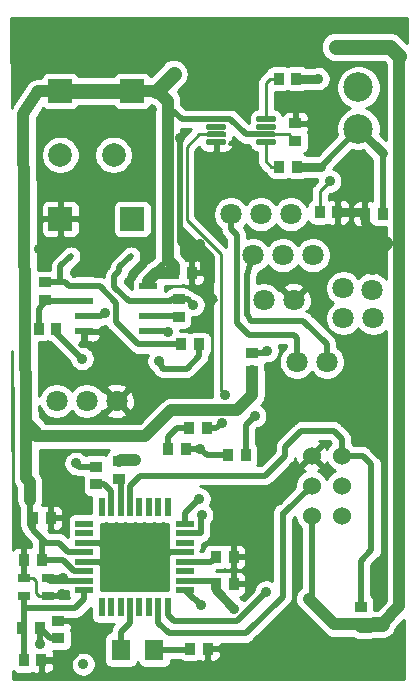
<source format=gtl>
G04 #@! TF.GenerationSoftware,KiCad,Pcbnew,5.1.5-52549c5~86~ubuntu18.04.1*
G04 #@! TF.CreationDate,2020-12-07T21:32:19-08:00*
G04 #@! TF.ProjectId,heat2sound_rx_rev04,68656174-3273-46f7-956e-645f72785f72,rev?*
G04 #@! TF.SameCoordinates,Original*
G04 #@! TF.FileFunction,Copper,L1,Top*
G04 #@! TF.FilePolarity,Positive*
%FSLAX46Y46*%
G04 Gerber Fmt 4.6, Leading zero omitted, Abs format (unit mm)*
G04 Created by KiCad (PCBNEW 5.1.5-52549c5~86~ubuntu18.04.1) date 2020-12-07 21:32:19*
%MOMM*%
%LPD*%
G04 APERTURE LIST*
%ADD10C,1.800000*%
%ADD11C,0.100000*%
%ADD12R,0.900000X1.000000*%
%ADD13R,0.899160X1.000760*%
%ADD14R,1.000000X0.900000*%
%ADD15R,1.000760X0.899160*%
%ADD16C,2.500000*%
%ADD17R,1.550000X0.600000*%
%ADD18R,1.597660X1.800860*%
%ADD19C,1.998980*%
%ADD20R,1.998980X1.998980*%
%ADD21C,1.524000*%
%ADD22R,1.600000X0.550000*%
%ADD23R,0.550000X1.600000*%
%ADD24R,1.000000X0.800000*%
%ADD25C,0.889000*%
%ADD26C,0.508000*%
%ADD27C,0.762000*%
%ADD28C,0.254000*%
%ADD29C,1.016000*%
%ADD30C,1.270000*%
G04 APERTURE END LIST*
D10*
X182627000Y-120123000D03*
X180230000Y-119980000D03*
X180230000Y-122520000D03*
X182770000Y-122520000D03*
G04 #@! TA.AperFunction,SMDPad,CuDef*
D11*
G36*
X170147252Y-105425602D02*
G01*
X170159386Y-105427402D01*
X170171286Y-105430382D01*
X170182835Y-105434515D01*
X170193925Y-105439760D01*
X170204446Y-105446066D01*
X170214299Y-105453374D01*
X170223388Y-105461612D01*
X170231626Y-105470701D01*
X170238934Y-105480554D01*
X170245240Y-105491075D01*
X170250485Y-105502165D01*
X170254618Y-105513714D01*
X170257598Y-105525614D01*
X170259398Y-105537748D01*
X170260000Y-105550000D01*
X170260000Y-105800000D01*
X170259398Y-105812252D01*
X170257598Y-105824386D01*
X170254618Y-105836286D01*
X170250485Y-105847835D01*
X170245240Y-105858925D01*
X170238934Y-105869446D01*
X170231626Y-105879299D01*
X170223388Y-105888388D01*
X170214299Y-105896626D01*
X170204446Y-105903934D01*
X170193925Y-105910240D01*
X170182835Y-105915485D01*
X170171286Y-105919618D01*
X170159386Y-105922598D01*
X170147252Y-105924398D01*
X170135000Y-105925000D01*
X168760000Y-105925000D01*
X168747748Y-105924398D01*
X168735614Y-105922598D01*
X168723714Y-105919618D01*
X168712165Y-105915485D01*
X168701075Y-105910240D01*
X168690554Y-105903934D01*
X168680701Y-105896626D01*
X168671612Y-105888388D01*
X168663374Y-105879299D01*
X168656066Y-105869446D01*
X168649760Y-105858925D01*
X168644515Y-105847835D01*
X168640382Y-105836286D01*
X168637402Y-105824386D01*
X168635602Y-105812252D01*
X168635000Y-105800000D01*
X168635000Y-105550000D01*
X168635602Y-105537748D01*
X168637402Y-105525614D01*
X168640382Y-105513714D01*
X168644515Y-105502165D01*
X168649760Y-105491075D01*
X168656066Y-105480554D01*
X168663374Y-105470701D01*
X168671612Y-105461612D01*
X168680701Y-105453374D01*
X168690554Y-105446066D01*
X168701075Y-105439760D01*
X168712165Y-105434515D01*
X168723714Y-105430382D01*
X168735614Y-105427402D01*
X168747748Y-105425602D01*
X168760000Y-105425000D01*
X170135000Y-105425000D01*
X170147252Y-105425602D01*
G37*
G04 #@! TD.AperFunction*
G04 #@! TA.AperFunction,SMDPad,CuDef*
G36*
X170147252Y-106075602D02*
G01*
X170159386Y-106077402D01*
X170171286Y-106080382D01*
X170182835Y-106084515D01*
X170193925Y-106089760D01*
X170204446Y-106096066D01*
X170214299Y-106103374D01*
X170223388Y-106111612D01*
X170231626Y-106120701D01*
X170238934Y-106130554D01*
X170245240Y-106141075D01*
X170250485Y-106152165D01*
X170254618Y-106163714D01*
X170257598Y-106175614D01*
X170259398Y-106187748D01*
X170260000Y-106200000D01*
X170260000Y-106450000D01*
X170259398Y-106462252D01*
X170257598Y-106474386D01*
X170254618Y-106486286D01*
X170250485Y-106497835D01*
X170245240Y-106508925D01*
X170238934Y-106519446D01*
X170231626Y-106529299D01*
X170223388Y-106538388D01*
X170214299Y-106546626D01*
X170204446Y-106553934D01*
X170193925Y-106560240D01*
X170182835Y-106565485D01*
X170171286Y-106569618D01*
X170159386Y-106572598D01*
X170147252Y-106574398D01*
X170135000Y-106575000D01*
X168760000Y-106575000D01*
X168747748Y-106574398D01*
X168735614Y-106572598D01*
X168723714Y-106569618D01*
X168712165Y-106565485D01*
X168701075Y-106560240D01*
X168690554Y-106553934D01*
X168680701Y-106546626D01*
X168671612Y-106538388D01*
X168663374Y-106529299D01*
X168656066Y-106519446D01*
X168649760Y-106508925D01*
X168644515Y-106497835D01*
X168640382Y-106486286D01*
X168637402Y-106474386D01*
X168635602Y-106462252D01*
X168635000Y-106450000D01*
X168635000Y-106200000D01*
X168635602Y-106187748D01*
X168637402Y-106175614D01*
X168640382Y-106163714D01*
X168644515Y-106152165D01*
X168649760Y-106141075D01*
X168656066Y-106130554D01*
X168663374Y-106120701D01*
X168671612Y-106111612D01*
X168680701Y-106103374D01*
X168690554Y-106096066D01*
X168701075Y-106089760D01*
X168712165Y-106084515D01*
X168723714Y-106080382D01*
X168735614Y-106077402D01*
X168747748Y-106075602D01*
X168760000Y-106075000D01*
X170135000Y-106075000D01*
X170147252Y-106075602D01*
G37*
G04 #@! TD.AperFunction*
G04 #@! TA.AperFunction,SMDPad,CuDef*
G36*
X170147252Y-106725602D02*
G01*
X170159386Y-106727402D01*
X170171286Y-106730382D01*
X170182835Y-106734515D01*
X170193925Y-106739760D01*
X170204446Y-106746066D01*
X170214299Y-106753374D01*
X170223388Y-106761612D01*
X170231626Y-106770701D01*
X170238934Y-106780554D01*
X170245240Y-106791075D01*
X170250485Y-106802165D01*
X170254618Y-106813714D01*
X170257598Y-106825614D01*
X170259398Y-106837748D01*
X170260000Y-106850000D01*
X170260000Y-107100000D01*
X170259398Y-107112252D01*
X170257598Y-107124386D01*
X170254618Y-107136286D01*
X170250485Y-107147835D01*
X170245240Y-107158925D01*
X170238934Y-107169446D01*
X170231626Y-107179299D01*
X170223388Y-107188388D01*
X170214299Y-107196626D01*
X170204446Y-107203934D01*
X170193925Y-107210240D01*
X170182835Y-107215485D01*
X170171286Y-107219618D01*
X170159386Y-107222598D01*
X170147252Y-107224398D01*
X170135000Y-107225000D01*
X168760000Y-107225000D01*
X168747748Y-107224398D01*
X168735614Y-107222598D01*
X168723714Y-107219618D01*
X168712165Y-107215485D01*
X168701075Y-107210240D01*
X168690554Y-107203934D01*
X168680701Y-107196626D01*
X168671612Y-107188388D01*
X168663374Y-107179299D01*
X168656066Y-107169446D01*
X168649760Y-107158925D01*
X168644515Y-107147835D01*
X168640382Y-107136286D01*
X168637402Y-107124386D01*
X168635602Y-107112252D01*
X168635000Y-107100000D01*
X168635000Y-106850000D01*
X168635602Y-106837748D01*
X168637402Y-106825614D01*
X168640382Y-106813714D01*
X168644515Y-106802165D01*
X168649760Y-106791075D01*
X168656066Y-106780554D01*
X168663374Y-106770701D01*
X168671612Y-106761612D01*
X168680701Y-106753374D01*
X168690554Y-106746066D01*
X168701075Y-106739760D01*
X168712165Y-106734515D01*
X168723714Y-106730382D01*
X168735614Y-106727402D01*
X168747748Y-106725602D01*
X168760000Y-106725000D01*
X170135000Y-106725000D01*
X170147252Y-106725602D01*
G37*
G04 #@! TD.AperFunction*
G04 #@! TA.AperFunction,SMDPad,CuDef*
G36*
X170147252Y-107375602D02*
G01*
X170159386Y-107377402D01*
X170171286Y-107380382D01*
X170182835Y-107384515D01*
X170193925Y-107389760D01*
X170204446Y-107396066D01*
X170214299Y-107403374D01*
X170223388Y-107411612D01*
X170231626Y-107420701D01*
X170238934Y-107430554D01*
X170245240Y-107441075D01*
X170250485Y-107452165D01*
X170254618Y-107463714D01*
X170257598Y-107475614D01*
X170259398Y-107487748D01*
X170260000Y-107500000D01*
X170260000Y-107750000D01*
X170259398Y-107762252D01*
X170257598Y-107774386D01*
X170254618Y-107786286D01*
X170250485Y-107797835D01*
X170245240Y-107808925D01*
X170238934Y-107819446D01*
X170231626Y-107829299D01*
X170223388Y-107838388D01*
X170214299Y-107846626D01*
X170204446Y-107853934D01*
X170193925Y-107860240D01*
X170182835Y-107865485D01*
X170171286Y-107869618D01*
X170159386Y-107872598D01*
X170147252Y-107874398D01*
X170135000Y-107875000D01*
X168760000Y-107875000D01*
X168747748Y-107874398D01*
X168735614Y-107872598D01*
X168723714Y-107869618D01*
X168712165Y-107865485D01*
X168701075Y-107860240D01*
X168690554Y-107853934D01*
X168680701Y-107846626D01*
X168671612Y-107838388D01*
X168663374Y-107829299D01*
X168656066Y-107819446D01*
X168649760Y-107808925D01*
X168644515Y-107797835D01*
X168640382Y-107786286D01*
X168637402Y-107774386D01*
X168635602Y-107762252D01*
X168635000Y-107750000D01*
X168635000Y-107500000D01*
X168635602Y-107487748D01*
X168637402Y-107475614D01*
X168640382Y-107463714D01*
X168644515Y-107452165D01*
X168649760Y-107441075D01*
X168656066Y-107430554D01*
X168663374Y-107420701D01*
X168671612Y-107411612D01*
X168680701Y-107403374D01*
X168690554Y-107396066D01*
X168701075Y-107389760D01*
X168712165Y-107384515D01*
X168723714Y-107380382D01*
X168735614Y-107377402D01*
X168747748Y-107375602D01*
X168760000Y-107375000D01*
X170135000Y-107375000D01*
X170147252Y-107375602D01*
G37*
G04 #@! TD.AperFunction*
G04 #@! TA.AperFunction,SMDPad,CuDef*
G36*
X174372252Y-107375602D02*
G01*
X174384386Y-107377402D01*
X174396286Y-107380382D01*
X174407835Y-107384515D01*
X174418925Y-107389760D01*
X174429446Y-107396066D01*
X174439299Y-107403374D01*
X174448388Y-107411612D01*
X174456626Y-107420701D01*
X174463934Y-107430554D01*
X174470240Y-107441075D01*
X174475485Y-107452165D01*
X174479618Y-107463714D01*
X174482598Y-107475614D01*
X174484398Y-107487748D01*
X174485000Y-107500000D01*
X174485000Y-107750000D01*
X174484398Y-107762252D01*
X174482598Y-107774386D01*
X174479618Y-107786286D01*
X174475485Y-107797835D01*
X174470240Y-107808925D01*
X174463934Y-107819446D01*
X174456626Y-107829299D01*
X174448388Y-107838388D01*
X174439299Y-107846626D01*
X174429446Y-107853934D01*
X174418925Y-107860240D01*
X174407835Y-107865485D01*
X174396286Y-107869618D01*
X174384386Y-107872598D01*
X174372252Y-107874398D01*
X174360000Y-107875000D01*
X172985000Y-107875000D01*
X172972748Y-107874398D01*
X172960614Y-107872598D01*
X172948714Y-107869618D01*
X172937165Y-107865485D01*
X172926075Y-107860240D01*
X172915554Y-107853934D01*
X172905701Y-107846626D01*
X172896612Y-107838388D01*
X172888374Y-107829299D01*
X172881066Y-107819446D01*
X172874760Y-107808925D01*
X172869515Y-107797835D01*
X172865382Y-107786286D01*
X172862402Y-107774386D01*
X172860602Y-107762252D01*
X172860000Y-107750000D01*
X172860000Y-107500000D01*
X172860602Y-107487748D01*
X172862402Y-107475614D01*
X172865382Y-107463714D01*
X172869515Y-107452165D01*
X172874760Y-107441075D01*
X172881066Y-107430554D01*
X172888374Y-107420701D01*
X172896612Y-107411612D01*
X172905701Y-107403374D01*
X172915554Y-107396066D01*
X172926075Y-107389760D01*
X172937165Y-107384515D01*
X172948714Y-107380382D01*
X172960614Y-107377402D01*
X172972748Y-107375602D01*
X172985000Y-107375000D01*
X174360000Y-107375000D01*
X174372252Y-107375602D01*
G37*
G04 #@! TD.AperFunction*
G04 #@! TA.AperFunction,SMDPad,CuDef*
G36*
X174372252Y-106725602D02*
G01*
X174384386Y-106727402D01*
X174396286Y-106730382D01*
X174407835Y-106734515D01*
X174418925Y-106739760D01*
X174429446Y-106746066D01*
X174439299Y-106753374D01*
X174448388Y-106761612D01*
X174456626Y-106770701D01*
X174463934Y-106780554D01*
X174470240Y-106791075D01*
X174475485Y-106802165D01*
X174479618Y-106813714D01*
X174482598Y-106825614D01*
X174484398Y-106837748D01*
X174485000Y-106850000D01*
X174485000Y-107100000D01*
X174484398Y-107112252D01*
X174482598Y-107124386D01*
X174479618Y-107136286D01*
X174475485Y-107147835D01*
X174470240Y-107158925D01*
X174463934Y-107169446D01*
X174456626Y-107179299D01*
X174448388Y-107188388D01*
X174439299Y-107196626D01*
X174429446Y-107203934D01*
X174418925Y-107210240D01*
X174407835Y-107215485D01*
X174396286Y-107219618D01*
X174384386Y-107222598D01*
X174372252Y-107224398D01*
X174360000Y-107225000D01*
X172985000Y-107225000D01*
X172972748Y-107224398D01*
X172960614Y-107222598D01*
X172948714Y-107219618D01*
X172937165Y-107215485D01*
X172926075Y-107210240D01*
X172915554Y-107203934D01*
X172905701Y-107196626D01*
X172896612Y-107188388D01*
X172888374Y-107179299D01*
X172881066Y-107169446D01*
X172874760Y-107158925D01*
X172869515Y-107147835D01*
X172865382Y-107136286D01*
X172862402Y-107124386D01*
X172860602Y-107112252D01*
X172860000Y-107100000D01*
X172860000Y-106850000D01*
X172860602Y-106837748D01*
X172862402Y-106825614D01*
X172865382Y-106813714D01*
X172869515Y-106802165D01*
X172874760Y-106791075D01*
X172881066Y-106780554D01*
X172888374Y-106770701D01*
X172896612Y-106761612D01*
X172905701Y-106753374D01*
X172915554Y-106746066D01*
X172926075Y-106739760D01*
X172937165Y-106734515D01*
X172948714Y-106730382D01*
X172960614Y-106727402D01*
X172972748Y-106725602D01*
X172985000Y-106725000D01*
X174360000Y-106725000D01*
X174372252Y-106725602D01*
G37*
G04 #@! TD.AperFunction*
G04 #@! TA.AperFunction,SMDPad,CuDef*
G36*
X174372252Y-106075602D02*
G01*
X174384386Y-106077402D01*
X174396286Y-106080382D01*
X174407835Y-106084515D01*
X174418925Y-106089760D01*
X174429446Y-106096066D01*
X174439299Y-106103374D01*
X174448388Y-106111612D01*
X174456626Y-106120701D01*
X174463934Y-106130554D01*
X174470240Y-106141075D01*
X174475485Y-106152165D01*
X174479618Y-106163714D01*
X174482598Y-106175614D01*
X174484398Y-106187748D01*
X174485000Y-106200000D01*
X174485000Y-106450000D01*
X174484398Y-106462252D01*
X174482598Y-106474386D01*
X174479618Y-106486286D01*
X174475485Y-106497835D01*
X174470240Y-106508925D01*
X174463934Y-106519446D01*
X174456626Y-106529299D01*
X174448388Y-106538388D01*
X174439299Y-106546626D01*
X174429446Y-106553934D01*
X174418925Y-106560240D01*
X174407835Y-106565485D01*
X174396286Y-106569618D01*
X174384386Y-106572598D01*
X174372252Y-106574398D01*
X174360000Y-106575000D01*
X172985000Y-106575000D01*
X172972748Y-106574398D01*
X172960614Y-106572598D01*
X172948714Y-106569618D01*
X172937165Y-106565485D01*
X172926075Y-106560240D01*
X172915554Y-106553934D01*
X172905701Y-106546626D01*
X172896612Y-106538388D01*
X172888374Y-106529299D01*
X172881066Y-106519446D01*
X172874760Y-106508925D01*
X172869515Y-106497835D01*
X172865382Y-106486286D01*
X172862402Y-106474386D01*
X172860602Y-106462252D01*
X172860000Y-106450000D01*
X172860000Y-106200000D01*
X172860602Y-106187748D01*
X172862402Y-106175614D01*
X172865382Y-106163714D01*
X172869515Y-106152165D01*
X172874760Y-106141075D01*
X172881066Y-106130554D01*
X172888374Y-106120701D01*
X172896612Y-106111612D01*
X172905701Y-106103374D01*
X172915554Y-106096066D01*
X172926075Y-106089760D01*
X172937165Y-106084515D01*
X172948714Y-106080382D01*
X172960614Y-106077402D01*
X172972748Y-106075602D01*
X172985000Y-106075000D01*
X174360000Y-106075000D01*
X174372252Y-106075602D01*
G37*
G04 #@! TD.AperFunction*
G04 #@! TA.AperFunction,SMDPad,CuDef*
G36*
X174372252Y-105425602D02*
G01*
X174384386Y-105427402D01*
X174396286Y-105430382D01*
X174407835Y-105434515D01*
X174418925Y-105439760D01*
X174429446Y-105446066D01*
X174439299Y-105453374D01*
X174448388Y-105461612D01*
X174456626Y-105470701D01*
X174463934Y-105480554D01*
X174470240Y-105491075D01*
X174475485Y-105502165D01*
X174479618Y-105513714D01*
X174482598Y-105525614D01*
X174484398Y-105537748D01*
X174485000Y-105550000D01*
X174485000Y-105800000D01*
X174484398Y-105812252D01*
X174482598Y-105824386D01*
X174479618Y-105836286D01*
X174475485Y-105847835D01*
X174470240Y-105858925D01*
X174463934Y-105869446D01*
X174456626Y-105879299D01*
X174448388Y-105888388D01*
X174439299Y-105896626D01*
X174429446Y-105903934D01*
X174418925Y-105910240D01*
X174407835Y-105915485D01*
X174396286Y-105919618D01*
X174384386Y-105922598D01*
X174372252Y-105924398D01*
X174360000Y-105925000D01*
X172985000Y-105925000D01*
X172972748Y-105924398D01*
X172960614Y-105922598D01*
X172948714Y-105919618D01*
X172937165Y-105915485D01*
X172926075Y-105910240D01*
X172915554Y-105903934D01*
X172905701Y-105896626D01*
X172896612Y-105888388D01*
X172888374Y-105879299D01*
X172881066Y-105869446D01*
X172874760Y-105858925D01*
X172869515Y-105847835D01*
X172865382Y-105836286D01*
X172862402Y-105824386D01*
X172860602Y-105812252D01*
X172860000Y-105800000D01*
X172860000Y-105550000D01*
X172860602Y-105537748D01*
X172862402Y-105525614D01*
X172865382Y-105513714D01*
X172869515Y-105502165D01*
X172874760Y-105491075D01*
X172881066Y-105480554D01*
X172888374Y-105470701D01*
X172896612Y-105461612D01*
X172905701Y-105453374D01*
X172915554Y-105446066D01*
X172926075Y-105439760D01*
X172937165Y-105434515D01*
X172948714Y-105430382D01*
X172960614Y-105427402D01*
X172972748Y-105425602D01*
X172985000Y-105425000D01*
X174360000Y-105425000D01*
X174372252Y-105425602D01*
G37*
G04 #@! TD.AperFunction*
D10*
X176009840Y-121000000D03*
X173469840Y-121000000D03*
X176286160Y-126238000D03*
X178826160Y-126238000D03*
D12*
X165898160Y-118700000D03*
D13*
X167401840Y-118700000D03*
X166878000Y-133604000D03*
D12*
X165374320Y-133604000D03*
D14*
X176170000Y-107541840D03*
D15*
X176170000Y-106038160D03*
D13*
X182050000Y-113690000D03*
D12*
X183553680Y-113690000D03*
X178218160Y-113560000D03*
D13*
X179721840Y-113560000D03*
X176313680Y-109700000D03*
X174810000Y-109700000D03*
X174750000Y-102250000D03*
X176253680Y-102250000D03*
D10*
X175790000Y-113750000D03*
X173250000Y-113750000D03*
X170710000Y-113750000D03*
D16*
X181500000Y-102999940D03*
X181500000Y-106500060D03*
D13*
X155921840Y-123430000D03*
X154418160Y-123430000D03*
D15*
X155000000Y-121001840D03*
X155000000Y-119498160D03*
D13*
X168001840Y-124750000D03*
X166498160Y-124750000D03*
D15*
X166275000Y-120923160D03*
X166275000Y-122426840D03*
X172500000Y-127000000D03*
X172500000Y-125496320D03*
D13*
X168645840Y-131826000D03*
X167142160Y-131826000D03*
D17*
X158300000Y-119845000D03*
X158300000Y-121115000D03*
X158300000Y-122385000D03*
X158300000Y-123655000D03*
X163700000Y-123655000D03*
X163700000Y-122385000D03*
X163700000Y-121115000D03*
X163700000Y-119845000D03*
D10*
X177640000Y-117200000D03*
X175100000Y-117200000D03*
X172560000Y-117200000D03*
D13*
X155437840Y-139446000D03*
D12*
X153934160Y-139446000D03*
X154686000Y-143002000D03*
D13*
X153182320Y-143002000D03*
X170931840Y-145034000D03*
D12*
X169428160Y-145034000D03*
X169428160Y-142748000D03*
D13*
X170931840Y-142748000D03*
D12*
X153148160Y-151500000D03*
D13*
X154651840Y-151500000D03*
D15*
X156100000Y-148148160D03*
D14*
X156100000Y-149651840D03*
D18*
X161394140Y-150622000D03*
X164233860Y-150622000D03*
D19*
X160766760Y-108712000D03*
D20*
X156265880Y-103301800D03*
X162366960Y-103301800D03*
X156265880Y-114127280D03*
X162366960Y-114127280D03*
D19*
X156265880Y-108712000D03*
D21*
X180070000Y-139240000D03*
X180070000Y-136700000D03*
X180070000Y-134160000D03*
X177530000Y-134160000D03*
X177530000Y-136700000D03*
X177530000Y-139240000D03*
D10*
X155956000Y-129540000D03*
X158496000Y-129540000D03*
X161036000Y-129540000D03*
D15*
X181700000Y-146948160D03*
X181700000Y-148451840D03*
D13*
X153048160Y-148800000D03*
X154551840Y-148800000D03*
D15*
X161225000Y-136153680D03*
X161225000Y-134650000D03*
X159275000Y-135098160D03*
X159275000Y-136601840D03*
D13*
X167248160Y-150500000D03*
X168751840Y-150500000D03*
D22*
X158310000Y-139948000D03*
X158310000Y-140748000D03*
X158310000Y-141548000D03*
X158310000Y-142348000D03*
X158310000Y-143148000D03*
X158310000Y-143948000D03*
X158310000Y-144748000D03*
X158310000Y-145548000D03*
D23*
X159760000Y-146998000D03*
X160560000Y-146998000D03*
X161360000Y-146998000D03*
X162160000Y-146998000D03*
X162960000Y-146998000D03*
X163760000Y-146998000D03*
X164560000Y-146998000D03*
X165360000Y-146998000D03*
D22*
X166810000Y-145548000D03*
X166810000Y-144748000D03*
X166810000Y-143948000D03*
X166810000Y-143148000D03*
X166810000Y-142348000D03*
X166810000Y-141548000D03*
X166810000Y-140748000D03*
X166810000Y-139948000D03*
D23*
X165360000Y-138498000D03*
X164560000Y-138498000D03*
X163760000Y-138498000D03*
X162960000Y-138498000D03*
X162160000Y-138498000D03*
X161360000Y-138498000D03*
X160560000Y-138498000D03*
X159760000Y-138498000D03*
D24*
X155178000Y-144538000D03*
X153178000Y-144538000D03*
X155178000Y-146038000D03*
X153178000Y-146038000D03*
D13*
X170444160Y-134112000D03*
D12*
X171947840Y-134112000D03*
D25*
X173770000Y-125290000D03*
X172720000Y-130810000D03*
X179080000Y-110920000D03*
X178100000Y-102250000D03*
X160007500Y-122070000D03*
X170180000Y-129032000D03*
X169926000Y-131382500D03*
X170998625Y-147122625D03*
X177292000Y-146304000D03*
X165862000Y-101854000D03*
X179578000Y-99568000D03*
X169270000Y-109100000D03*
X154500000Y-116650000D03*
X183730000Y-116160000D03*
X166800000Y-116500000D03*
X166402500Y-107234858D03*
X169000000Y-121050000D03*
X168059735Y-116290265D03*
X156464000Y-137668000D03*
X156374000Y-145850000D03*
X157700000Y-149525000D03*
X164800000Y-142340000D03*
X160274000Y-143002000D03*
X184912000Y-97790000D03*
X164592000Y-98552000D03*
X156464000Y-98806000D03*
X181610000Y-150368000D03*
X174498000Y-150876000D03*
X172466000Y-138938000D03*
X181400000Y-128149940D03*
X176530000Y-129540000D03*
X158100000Y-125950000D03*
X164630000Y-126150000D03*
X165354000Y-123698000D03*
X168130000Y-133590000D03*
X168000000Y-137825000D03*
X154575000Y-150150000D03*
X156464000Y-144526000D03*
X158200000Y-151825000D03*
X173700000Y-145725000D03*
X168148000Y-146812000D03*
X157600000Y-134825000D03*
X162550000Y-134500000D03*
X161225000Y-134650000D03*
X168225000Y-139200000D03*
X167518202Y-121398967D03*
D26*
X166144320Y-131826000D02*
X167142160Y-131826000D01*
X165374320Y-133604000D02*
X165374320Y-132596000D01*
X165374320Y-132596000D02*
X166144320Y-131826000D01*
X172500000Y-125496320D02*
X173563680Y-125496320D01*
X173563680Y-125496320D02*
X173770000Y-125290000D01*
X171947840Y-131582160D02*
X172720000Y-130810000D01*
X171947840Y-134112000D02*
X171947840Y-131582160D01*
D27*
X176313680Y-109700000D02*
X178300060Y-109700000D01*
X183553680Y-108553740D02*
X181500000Y-106500060D01*
D26*
X183553680Y-113690000D02*
X183553680Y-108553740D01*
X178300060Y-109700000D02*
X181500000Y-106500060D01*
D28*
X178218160Y-113560000D02*
X178218160Y-111781840D01*
X178218160Y-111781840D02*
X179080000Y-110920000D01*
D27*
X178100000Y-102250000D02*
X176253680Y-102250000D01*
D28*
X174106420Y-109700000D02*
X174810000Y-109700000D01*
X173672500Y-109266080D02*
X174106420Y-109700000D01*
X173672500Y-107625000D02*
X173672500Y-109266080D01*
X174046420Y-102250000D02*
X174750000Y-102250000D01*
X173672500Y-102623920D02*
X174046420Y-102250000D01*
X173672500Y-105675000D02*
X173672500Y-102623920D01*
D26*
X170710000Y-115022792D02*
X171200000Y-115512792D01*
X170710000Y-113750000D02*
X170710000Y-115022792D01*
X171200000Y-115512792D02*
X171200000Y-122980000D01*
X171200000Y-122980000D02*
X172200000Y-123980000D01*
X172200000Y-123980000D02*
X173810000Y-123980000D01*
X174028160Y-123980000D02*
X174056160Y-123952000D01*
X173810000Y-123980000D02*
X174028160Y-123980000D01*
X174056160Y-123952000D02*
X176022000Y-123952000D01*
X176286160Y-124216160D02*
X176286160Y-126238000D01*
X176022000Y-123952000D02*
X176286160Y-124216160D01*
X158300000Y-122385000D02*
X159692500Y-122385000D01*
X159692500Y-122385000D02*
X160007500Y-122070000D01*
D28*
X168005000Y-106975000D02*
X169447500Y-106975000D01*
X166950000Y-108030000D02*
X168005000Y-106975000D01*
X166950000Y-114180000D02*
X166950000Y-108030000D01*
X169840000Y-117070000D02*
X166950000Y-114180000D01*
X169847112Y-119047112D02*
X169840000Y-117070000D01*
X169847112Y-119047112D02*
X169850000Y-119050000D01*
X169850000Y-119050000D02*
X169850000Y-125550000D01*
X169850000Y-125550000D02*
X169850000Y-128702000D01*
X169850000Y-128702000D02*
X170180000Y-129032000D01*
D26*
X168645840Y-131826000D02*
X169482500Y-131826000D01*
X169482500Y-131826000D02*
X169926000Y-131382500D01*
D28*
X175603160Y-106975000D02*
X176170000Y-107541840D01*
X173672500Y-106975000D02*
X175603160Y-106975000D01*
D26*
X169447500Y-105675000D02*
X166525000Y-105675000D01*
X164189800Y-103339800D02*
X162600960Y-103339800D01*
X170260000Y-105675000D02*
X169447500Y-105675000D01*
X170644750Y-105675000D02*
X170260000Y-105675000D01*
X171944750Y-106975000D02*
X170644750Y-105675000D01*
X173672500Y-106975000D02*
X171944750Y-106975000D01*
X166525000Y-105675000D02*
X165400000Y-104650000D01*
X165400000Y-104650000D02*
X164189800Y-103339800D01*
X163700000Y-119037000D02*
X165350000Y-117600000D01*
X165380000Y-105170000D02*
X165400000Y-104650000D01*
D29*
X165380000Y-104103350D02*
X165380000Y-105170000D01*
X164616450Y-103339800D02*
X165380000Y-104103350D01*
X162600960Y-103339800D02*
X164616450Y-103339800D01*
X164360000Y-118700000D02*
X165898160Y-118700000D01*
X163700000Y-119360000D02*
X164360000Y-118700000D01*
D26*
X163700000Y-119360000D02*
X163700000Y-119037000D01*
X163700000Y-119845000D02*
X163700000Y-119360000D01*
D29*
X165898160Y-118148160D02*
X165350000Y-117600000D01*
X165898160Y-118700000D02*
X165898160Y-118148160D01*
X165350000Y-105200000D02*
X165380000Y-105170000D01*
X165350000Y-117600000D02*
X165350000Y-105200000D01*
D30*
X156499880Y-103339800D02*
X157650000Y-103300000D01*
X157650000Y-103300000D02*
X162600960Y-103339800D01*
D29*
X157610200Y-103339800D02*
X154360200Y-103339800D01*
X157650000Y-103300000D02*
X157610200Y-103339800D01*
X154360200Y-103339800D02*
X153130000Y-105260000D01*
X154200000Y-132150000D02*
X153375000Y-131325000D01*
X154200000Y-132525000D02*
X154200000Y-132150000D01*
X163455000Y-132525000D02*
X154200000Y-132525000D01*
X153130000Y-105260000D02*
X153375000Y-131325000D01*
X172500000Y-127000000D02*
X172500000Y-129050000D01*
X172500000Y-129050000D02*
X171220000Y-130330000D01*
X165650000Y-130330000D02*
X163455000Y-132525000D01*
X171220000Y-130330000D02*
X165650000Y-130330000D01*
X153375000Y-136100840D02*
X153375000Y-131325000D01*
X153680160Y-136406000D02*
X153375000Y-136100840D01*
X153680160Y-137922000D02*
X153680160Y-136406000D01*
D26*
X153680160Y-140074000D02*
X153680160Y-137922000D01*
X153898160Y-140292000D02*
X153680160Y-140074000D01*
X169142160Y-144748000D02*
X169428160Y-145034000D01*
X166810000Y-144748000D02*
X169142160Y-144748000D01*
X153934160Y-140454000D02*
X153934160Y-139446000D01*
X155019024Y-141538864D02*
X153934160Y-140454000D01*
X156942146Y-142348000D02*
X156133010Y-141538864D01*
X156133010Y-141538864D02*
X155019024Y-141538864D01*
X158310000Y-142348000D02*
X156942146Y-142348000D01*
X155644000Y-143002000D02*
X154686000Y-143002000D01*
X156451798Y-143002000D02*
X155644000Y-143002000D01*
X157397798Y-143948000D02*
X156451798Y-143002000D01*
X158310000Y-143948000D02*
X157397798Y-143948000D01*
X154686000Y-141205840D02*
X153934160Y-140454000D01*
X154686000Y-143002000D02*
X154686000Y-141205840D01*
D29*
X162366960Y-103301800D02*
X164382450Y-103301800D01*
D27*
X169428160Y-145034000D02*
X169428160Y-145552160D01*
X169428160Y-145552160D02*
X170998625Y-147122625D01*
D30*
X164382450Y-103301800D02*
X164414200Y-103301800D01*
X164414200Y-103301800D02*
X165862000Y-101854000D01*
D29*
X181700000Y-148451840D02*
X181700000Y-148500000D01*
X184973008Y-146926992D02*
X183500000Y-148400000D01*
D30*
X183500000Y-148400000D02*
X183470380Y-148451840D01*
X184150000Y-99568000D02*
X179578000Y-99568000D01*
X184912000Y-100330000D02*
X184150000Y-99568000D01*
X183470380Y-148451840D02*
X181700000Y-148500000D01*
X184973008Y-100330000D02*
X184912000Y-100330000D01*
D29*
X184973008Y-100330000D02*
X184973008Y-139673008D01*
X184973008Y-139673008D02*
X184973008Y-146926992D01*
X179439840Y-148451840D02*
X177292000Y-146304000D01*
X181700000Y-148451840D02*
X179439840Y-148451840D01*
D26*
X177530000Y-146066000D02*
X177292000Y-146304000D01*
X177530000Y-139240000D02*
X177530000Y-146066000D01*
D28*
X169447500Y-107625000D02*
X169447500Y-108922500D01*
X169447500Y-108922500D02*
X169270000Y-109100000D01*
D30*
X182627000Y-118157000D02*
X181380000Y-116910000D01*
D27*
X181920000Y-113560000D02*
X182050000Y-113690000D01*
X179721840Y-113560000D02*
X181920000Y-113560000D01*
X182050000Y-113690000D02*
X182050000Y-114480000D01*
X182050000Y-114480000D02*
X183730000Y-116160000D01*
D30*
X182627000Y-117263000D02*
X183730000Y-116160000D01*
D26*
X168331840Y-117691620D02*
X168331840Y-118700000D01*
X167270220Y-116630000D02*
X168331840Y-117691620D01*
X166800000Y-116500000D02*
X167270220Y-116630000D01*
X158300000Y-124463000D02*
X158000000Y-124763000D01*
X158300000Y-123655000D02*
X158300000Y-124463000D01*
X166355501Y-107281857D02*
X166402500Y-107234858D01*
X166800000Y-116500000D02*
X166355501Y-116055501D01*
X166355501Y-116055501D02*
X166355501Y-107281857D01*
X169035000Y-120760000D02*
X169205000Y-120680000D01*
X169350000Y-121000000D02*
X169050000Y-120650000D01*
X168870000Y-119749002D02*
X168870000Y-120620000D01*
X168870000Y-120620000D02*
X169300000Y-120700000D01*
X169300000Y-120700000D02*
X169300000Y-120709158D01*
X168059735Y-116290265D02*
X169135421Y-117365951D01*
X169135421Y-117365951D02*
X169135421Y-119483581D01*
X169135421Y-119483581D02*
X168870000Y-119749002D01*
X157108380Y-148148160D02*
X156100000Y-148148160D01*
X157700000Y-148739780D02*
X157108380Y-148148160D01*
X157100000Y-151500000D02*
X157700000Y-150900000D01*
X154651840Y-151500000D02*
X157100000Y-151500000D01*
X156186000Y-146038000D02*
X156374000Y-145850000D01*
X155178000Y-146038000D02*
X156186000Y-146038000D01*
X157700000Y-150900000D02*
X157700000Y-149525000D01*
X157700000Y-149525000D02*
X157700000Y-148739780D01*
X166810000Y-142348000D02*
X164808000Y-142348000D01*
X164808000Y-142348000D02*
X164800000Y-142340000D01*
D28*
X154424000Y-146038000D02*
X155178000Y-146038000D01*
X154178000Y-145792000D02*
X154424000Y-146038000D01*
X154178000Y-144784000D02*
X154178000Y-145792000D01*
X153932000Y-144538000D02*
X154178000Y-144784000D01*
X153178000Y-144538000D02*
X153932000Y-144538000D01*
D26*
X158310000Y-143148000D02*
X160128000Y-143148000D01*
X160128000Y-143148000D02*
X160274000Y-143002000D01*
X158310000Y-141548000D02*
X160090000Y-141548000D01*
X178826160Y-124724160D02*
X178826160Y-126238000D01*
X172400000Y-122750000D02*
X176852000Y-122750000D01*
X172050000Y-122200000D02*
X172400000Y-122750000D01*
X172560000Y-117200000D02*
X172050000Y-118900000D01*
X176852000Y-122750000D02*
X178826160Y-124724160D01*
X172050000Y-118900000D02*
X172050000Y-122200000D01*
X155771992Y-123681846D02*
X155771992Y-123430000D01*
X158090146Y-126000000D02*
X155771992Y-123681846D01*
X158100000Y-125950000D02*
X158090146Y-126000000D01*
X155113160Y-121115000D02*
X155000000Y-121001840D01*
X158300000Y-121115000D02*
X155113160Y-121115000D01*
X155000000Y-121001840D02*
X155000000Y-121150000D01*
X154418160Y-121731840D02*
X154418160Y-123430000D01*
X155000000Y-121150000D02*
X154418160Y-121731840D01*
X168001840Y-125758380D02*
X168001840Y-124750000D01*
X164970000Y-126810000D02*
X166950220Y-126810000D01*
X166950220Y-126810000D02*
X168001840Y-125758380D01*
X164630000Y-126150000D02*
X164970000Y-126810000D01*
X163700000Y-123655000D02*
X165311000Y-123655000D01*
X165311000Y-123655000D02*
X165354000Y-123698000D01*
X166233160Y-122385000D02*
X166275000Y-122426840D01*
X163700000Y-122385000D02*
X166233160Y-122385000D01*
D27*
X166892000Y-133590000D02*
X166878000Y-133604000D01*
D26*
X168130000Y-133590000D02*
X166892000Y-133590000D01*
X166810000Y-139948000D02*
X166810000Y-139015000D01*
X166810000Y-139015000D02*
X168000000Y-137825000D01*
X168652000Y-134112000D02*
X168130000Y-133590000D01*
X170444160Y-134112000D02*
X168652000Y-134112000D01*
X169028160Y-143148000D02*
X169428160Y-142748000D01*
X166810000Y-143148000D02*
X169028160Y-143148000D01*
X153178000Y-148670160D02*
X153048160Y-148800000D01*
X153148160Y-148900000D02*
X153048160Y-148800000D01*
X153148160Y-151500000D02*
X153148160Y-148900000D01*
X158310000Y-146331000D02*
X157541000Y-147100000D01*
X158310000Y-145548000D02*
X158310000Y-146331000D01*
X153178000Y-146038000D02*
X153200000Y-147100000D01*
X157541000Y-147100000D02*
X153200000Y-147100000D01*
X153200000Y-147100000D02*
X153178000Y-148670160D01*
X155388000Y-144748000D02*
X155178000Y-144538000D01*
X158310000Y-144748000D02*
X155388000Y-144748000D01*
X155403680Y-149651840D02*
X154551840Y-148800000D01*
X156100000Y-149651840D02*
X155403680Y-149651840D01*
X154575000Y-148823160D02*
X154551840Y-148800000D01*
X154575000Y-150150000D02*
X154575000Y-148823160D01*
X156464000Y-144526000D02*
X155412000Y-144538000D01*
X155412000Y-144538000D02*
X155178000Y-144538000D01*
X162160000Y-148306000D02*
X161391000Y-149075000D01*
X162160000Y-146998000D02*
X162160000Y-148306000D01*
X161394140Y-149078140D02*
X161394140Y-150622000D01*
X161391000Y-149075000D02*
X161394140Y-149078140D01*
X167126160Y-150622000D02*
X167248160Y-150500000D01*
X164233860Y-150622000D02*
X167126160Y-150622000D01*
X165360000Y-146998000D02*
X165360000Y-147685000D01*
X165360000Y-147685000D02*
X165850000Y-148175000D01*
X165850000Y-148175000D02*
X171250000Y-148175000D01*
X171250000Y-148175000D02*
X173700000Y-145725000D01*
X168148000Y-146812000D02*
X167640000Y-146304000D01*
X167566000Y-146304000D02*
X166810000Y-145548000D01*
X167640000Y-146304000D02*
X167566000Y-146304000D01*
X180070000Y-132720000D02*
X180070000Y-134160000D01*
X179400000Y-132050000D02*
X180070000Y-132720000D01*
X162160000Y-136740000D02*
X163025000Y-135875000D01*
X176675000Y-132050000D02*
X179400000Y-132050000D01*
X162160000Y-138498000D02*
X162160000Y-136740000D01*
X173600000Y-135875000D02*
X175300000Y-134175000D01*
X175300000Y-134175000D02*
X175300000Y-133425000D01*
X163025000Y-135875000D02*
X173600000Y-135875000D01*
X175300000Y-133425000D02*
X176675000Y-132050000D01*
X180070000Y-134160000D02*
X181860000Y-134160000D01*
X181860000Y-134160000D02*
X182600000Y-134900000D01*
X182600000Y-134900000D02*
X182600000Y-142200000D01*
X181700000Y-143100000D02*
X181700000Y-146948160D01*
X182600000Y-142200000D02*
X181700000Y-143100000D01*
X164560000Y-148306000D02*
X165479000Y-149225000D01*
X164560000Y-146998000D02*
X164560000Y-148306000D01*
X165479000Y-149225000D02*
X171950000Y-149225000D01*
X171950000Y-149225000D02*
X175075000Y-146100000D01*
X175075000Y-146100000D02*
X175075000Y-139000000D01*
X175230000Y-139000000D02*
X177530000Y-136700000D01*
X175075000Y-139000000D02*
X175230000Y-139000000D01*
X159275000Y-135098160D02*
X157873160Y-135098160D01*
X157873160Y-135098160D02*
X157600000Y-134825000D01*
D29*
X162550000Y-134500000D02*
X161375000Y-134500000D01*
X161375000Y-134500000D02*
X161225000Y-134650000D01*
D26*
X162083218Y-121115000D02*
X160850000Y-119881782D01*
X163700000Y-121115000D02*
X162083218Y-121115000D01*
X160850000Y-119881782D02*
X160850000Y-118950000D01*
X160850000Y-118950000D02*
X161250000Y-118550000D01*
X161250000Y-118240000D02*
X162240000Y-117250000D01*
X161250000Y-118550000D02*
X161250000Y-118240000D01*
X165635000Y-121004780D02*
X165741620Y-120898160D01*
X165741620Y-120898160D02*
X166275000Y-120923160D01*
X163700000Y-121115000D02*
X165635000Y-121115000D01*
X165635000Y-121115000D02*
X165635000Y-121004780D01*
X168118000Y-140748000D02*
X168175000Y-140691000D01*
X166810000Y-140748000D02*
X168118000Y-140748000D01*
X168175000Y-140691000D02*
X168175000Y-139250000D01*
X168175000Y-139250000D02*
X168225000Y-139200000D01*
X166275000Y-120923160D02*
X167042395Y-120923160D01*
X167042395Y-120923160D02*
X167518202Y-121398967D01*
X161360000Y-136161840D02*
X161200000Y-136001840D01*
X161360000Y-138498000D02*
X161360000Y-136161840D01*
X159971840Y-136601840D02*
X159275000Y-136601840D01*
X160560000Y-137190000D02*
X159971840Y-136601840D01*
X160560000Y-138498000D02*
X160560000Y-137190000D01*
X158300000Y-119845000D02*
X157017000Y-119845000D01*
X157017000Y-119845000D02*
X156670160Y-119498160D01*
X156260001Y-119239999D02*
X156050000Y-119450000D01*
X157160000Y-117250000D02*
X156260001Y-118149999D01*
X156670160Y-119498160D02*
X156050000Y-119450000D01*
X156260001Y-118149999D02*
X156260001Y-119239999D01*
X156050000Y-119450000D02*
X155000000Y-119498160D01*
X160960000Y-121222000D02*
X159583000Y-119845000D01*
X160960000Y-122870000D02*
X160960000Y-121222000D01*
X159583000Y-119845000D02*
X158300000Y-119845000D01*
X166498160Y-124750000D02*
X162840000Y-124750000D01*
X162840000Y-124750000D02*
X160960000Y-122870000D01*
D28*
G36*
X176141000Y-139376805D02*
G01*
X176194378Y-139645156D01*
X176299084Y-139897938D01*
X176451093Y-140125436D01*
X176644564Y-140318907D01*
X176649000Y-140321871D01*
X176649001Y-145363413D01*
X176485552Y-145497552D01*
X176343717Y-145670378D01*
X176238324Y-145867554D01*
X176173423Y-146081502D01*
X176151509Y-146304000D01*
X176173423Y-146526498D01*
X176238324Y-146740446D01*
X176343717Y-146937622D01*
X176450012Y-147067143D01*
X178597849Y-149214981D01*
X178633391Y-149258289D01*
X178806217Y-149400124D01*
X179003393Y-149505516D01*
X179217341Y-149570417D01*
X179384088Y-149586840D01*
X179384097Y-149586840D01*
X179439839Y-149592330D01*
X179495581Y-149586840D01*
X181051769Y-149586840D01*
X181246756Y-149684340D01*
X181486518Y-149750007D01*
X181672345Y-149763219D01*
X183469731Y-149714324D01*
X183559004Y-149716845D01*
X183654946Y-149700561D01*
X183751504Y-149688392D01*
X183777295Y-149679796D01*
X183804091Y-149675248D01*
X183895011Y-149640561D01*
X183987342Y-149609787D01*
X184010958Y-149596326D01*
X184036354Y-149586637D01*
X184118764Y-149534876D01*
X184203313Y-149486683D01*
X184223849Y-149468874D01*
X184246867Y-149454416D01*
X184317601Y-149387567D01*
X184391118Y-149323810D01*
X184407783Y-149302339D01*
X184427540Y-149283667D01*
X184483866Y-149204313D01*
X184543540Y-149127429D01*
X184583484Y-149047547D01*
X184626505Y-148972253D01*
X184702396Y-148802736D01*
X185384221Y-148120911D01*
X185361091Y-153073000D01*
X152239246Y-153073000D01*
X152237954Y-152427583D01*
X152252659Y-152445501D01*
X152348132Y-152523853D01*
X152457057Y-152582075D01*
X152575247Y-152617927D01*
X152698160Y-152630033D01*
X153598160Y-152630033D01*
X153721073Y-152617927D01*
X153839263Y-152582075D01*
X153891369Y-152554224D01*
X153958080Y-152589882D01*
X154077778Y-152626192D01*
X154202260Y-152638452D01*
X154366090Y-152635380D01*
X154524840Y-152476630D01*
X154524840Y-151627000D01*
X154778840Y-151627000D01*
X154778840Y-152476630D01*
X154937590Y-152635380D01*
X155101420Y-152638452D01*
X155225902Y-152626192D01*
X155345600Y-152589882D01*
X155455914Y-152530917D01*
X155552605Y-152451565D01*
X155631957Y-152354874D01*
X155690922Y-152244560D01*
X155727232Y-152124862D01*
X155739492Y-152000380D01*
X155736420Y-151785750D01*
X155670136Y-151719466D01*
X157128500Y-151719466D01*
X157128500Y-151930534D01*
X157169677Y-152137545D01*
X157250449Y-152332546D01*
X157367711Y-152508042D01*
X157516958Y-152657289D01*
X157692454Y-152774551D01*
X157887455Y-152855323D01*
X158094466Y-152896500D01*
X158305534Y-152896500D01*
X158512545Y-152855323D01*
X158707546Y-152774551D01*
X158883042Y-152657289D01*
X159032289Y-152508042D01*
X159149551Y-152332546D01*
X159230323Y-152137545D01*
X159271500Y-151930534D01*
X159271500Y-151719466D01*
X159230323Y-151512455D01*
X159149551Y-151317454D01*
X159032289Y-151141958D01*
X158883042Y-150992711D01*
X158707546Y-150875449D01*
X158512545Y-150794677D01*
X158305534Y-150753500D01*
X158094466Y-150753500D01*
X157887455Y-150794677D01*
X157692454Y-150875449D01*
X157516958Y-150992711D01*
X157367711Y-151141958D01*
X157250449Y-151317454D01*
X157169677Y-151512455D01*
X157128500Y-151719466D01*
X155670136Y-151719466D01*
X155577670Y-151627000D01*
X154778840Y-151627000D01*
X154524840Y-151627000D01*
X154504840Y-151627000D01*
X154504840Y-151373000D01*
X154524840Y-151373000D01*
X154524840Y-151353000D01*
X154778840Y-151353000D01*
X154778840Y-151373000D01*
X155577670Y-151373000D01*
X155736420Y-151214250D01*
X155739492Y-150999620D01*
X155727232Y-150875138D01*
X155690922Y-150755440D01*
X155678325Y-150731873D01*
X156600000Y-150731873D01*
X156722913Y-150719767D01*
X156841103Y-150683915D01*
X156950028Y-150625693D01*
X157045501Y-150547341D01*
X157123853Y-150451868D01*
X157182075Y-150342943D01*
X157217927Y-150224753D01*
X157230033Y-150101840D01*
X157230033Y-149201840D01*
X157217927Y-149078927D01*
X157182075Y-148960737D01*
X157154224Y-148908631D01*
X157189882Y-148841920D01*
X157226192Y-148722222D01*
X157238452Y-148597740D01*
X157235380Y-148433910D01*
X157076630Y-148275160D01*
X156227000Y-148275160D01*
X156227000Y-148295160D01*
X155973000Y-148295160D01*
X155973000Y-148275160D01*
X155953000Y-148275160D01*
X155953000Y-148021160D01*
X155973000Y-148021160D01*
X155973000Y-148001160D01*
X156227000Y-148001160D01*
X156227000Y-148021160D01*
X157076630Y-148021160D01*
X157116790Y-147981000D01*
X157497730Y-147981000D01*
X157541000Y-147985262D01*
X157584270Y-147981000D01*
X157584273Y-147981000D01*
X157713706Y-147968252D01*
X157879775Y-147917875D01*
X158032825Y-147836068D01*
X158166975Y-147725975D01*
X158194565Y-147692356D01*
X158854967Y-147031955D01*
X158854967Y-147798000D01*
X158867073Y-147920913D01*
X158902925Y-148039103D01*
X158961147Y-148148028D01*
X159039499Y-148243501D01*
X159134972Y-148321853D01*
X159243897Y-148380075D01*
X159362087Y-148415927D01*
X159485000Y-148428033D01*
X160035000Y-148428033D01*
X160157913Y-148415927D01*
X160160000Y-148415294D01*
X160162087Y-148415927D01*
X160285000Y-148428033D01*
X160790606Y-148428033D01*
X160765026Y-148449026D01*
X160737442Y-148482637D01*
X160737441Y-148482638D01*
X160694893Y-148534483D01*
X160654932Y-148583175D01*
X160573125Y-148736226D01*
X160522749Y-148902295D01*
X160505738Y-149075000D01*
X160508212Y-149100116D01*
X160472397Y-149103643D01*
X160354207Y-149139495D01*
X160245282Y-149197717D01*
X160149809Y-149276069D01*
X160071457Y-149371542D01*
X160013235Y-149480467D01*
X159977383Y-149598657D01*
X159965277Y-149721570D01*
X159965277Y-151522430D01*
X159977383Y-151645343D01*
X160013235Y-151763533D01*
X160071457Y-151872458D01*
X160149809Y-151967931D01*
X160245282Y-152046283D01*
X160354207Y-152104505D01*
X160472397Y-152140357D01*
X160595310Y-152152463D01*
X162192970Y-152152463D01*
X162315883Y-152140357D01*
X162434073Y-152104505D01*
X162542998Y-152046283D01*
X162638471Y-151967931D01*
X162716823Y-151872458D01*
X162775045Y-151763533D01*
X162810897Y-151645343D01*
X162814000Y-151613838D01*
X162817103Y-151645343D01*
X162852955Y-151763533D01*
X162911177Y-151872458D01*
X162989529Y-151967931D01*
X163085002Y-152046283D01*
X163193927Y-152104505D01*
X163312117Y-152140357D01*
X163435030Y-152152463D01*
X165032690Y-152152463D01*
X165155603Y-152140357D01*
X165273793Y-152104505D01*
X165382718Y-152046283D01*
X165478191Y-151967931D01*
X165556543Y-151872458D01*
X165614765Y-151763533D01*
X165650617Y-151645343D01*
X165662723Y-151522430D01*
X165662723Y-151503000D01*
X166422679Y-151503000D01*
X166448552Y-151524233D01*
X166557477Y-151582455D01*
X166675667Y-151618307D01*
X166798580Y-151630413D01*
X167697740Y-151630413D01*
X167820653Y-151618307D01*
X167938843Y-151582455D01*
X167991514Y-151554301D01*
X168058080Y-151589882D01*
X168177778Y-151626192D01*
X168302260Y-151638452D01*
X168466090Y-151635380D01*
X168624840Y-151476630D01*
X168624840Y-150627000D01*
X168878840Y-150627000D01*
X168878840Y-151476630D01*
X169037590Y-151635380D01*
X169201420Y-151638452D01*
X169325902Y-151626192D01*
X169445600Y-151589882D01*
X169555914Y-151530917D01*
X169652605Y-151451565D01*
X169731957Y-151354874D01*
X169790922Y-151244560D01*
X169827232Y-151124862D01*
X169839492Y-151000380D01*
X169836420Y-150785750D01*
X169677670Y-150627000D01*
X168878840Y-150627000D01*
X168624840Y-150627000D01*
X168604840Y-150627000D01*
X168604840Y-150373000D01*
X168624840Y-150373000D01*
X168624840Y-150353000D01*
X168878840Y-150353000D01*
X168878840Y-150373000D01*
X169677670Y-150373000D01*
X169836420Y-150214250D01*
X169837969Y-150106000D01*
X171906730Y-150106000D01*
X171950000Y-150110262D01*
X171993270Y-150106000D01*
X171993273Y-150106000D01*
X172122706Y-150093252D01*
X172288775Y-150042875D01*
X172441825Y-149961068D01*
X172575975Y-149850975D01*
X172603566Y-149817355D01*
X175667362Y-146753560D01*
X175700975Y-146725975D01*
X175769256Y-146642774D01*
X175811068Y-146591826D01*
X175860441Y-146499455D01*
X175892875Y-146438775D01*
X175943252Y-146272706D01*
X175956000Y-146143273D01*
X175956000Y-146143271D01*
X175960262Y-146100001D01*
X175956000Y-146056731D01*
X175956000Y-139519921D01*
X176141000Y-139334921D01*
X176141000Y-139376805D01*
G37*
X176141000Y-139376805D02*
X176194378Y-139645156D01*
X176299084Y-139897938D01*
X176451093Y-140125436D01*
X176644564Y-140318907D01*
X176649000Y-140321871D01*
X176649001Y-145363413D01*
X176485552Y-145497552D01*
X176343717Y-145670378D01*
X176238324Y-145867554D01*
X176173423Y-146081502D01*
X176151509Y-146304000D01*
X176173423Y-146526498D01*
X176238324Y-146740446D01*
X176343717Y-146937622D01*
X176450012Y-147067143D01*
X178597849Y-149214981D01*
X178633391Y-149258289D01*
X178806217Y-149400124D01*
X179003393Y-149505516D01*
X179217341Y-149570417D01*
X179384088Y-149586840D01*
X179384097Y-149586840D01*
X179439839Y-149592330D01*
X179495581Y-149586840D01*
X181051769Y-149586840D01*
X181246756Y-149684340D01*
X181486518Y-149750007D01*
X181672345Y-149763219D01*
X183469731Y-149714324D01*
X183559004Y-149716845D01*
X183654946Y-149700561D01*
X183751504Y-149688392D01*
X183777295Y-149679796D01*
X183804091Y-149675248D01*
X183895011Y-149640561D01*
X183987342Y-149609787D01*
X184010958Y-149596326D01*
X184036354Y-149586637D01*
X184118764Y-149534876D01*
X184203313Y-149486683D01*
X184223849Y-149468874D01*
X184246867Y-149454416D01*
X184317601Y-149387567D01*
X184391118Y-149323810D01*
X184407783Y-149302339D01*
X184427540Y-149283667D01*
X184483866Y-149204313D01*
X184543540Y-149127429D01*
X184583484Y-149047547D01*
X184626505Y-148972253D01*
X184702396Y-148802736D01*
X185384221Y-148120911D01*
X185361091Y-153073000D01*
X152239246Y-153073000D01*
X152237954Y-152427583D01*
X152252659Y-152445501D01*
X152348132Y-152523853D01*
X152457057Y-152582075D01*
X152575247Y-152617927D01*
X152698160Y-152630033D01*
X153598160Y-152630033D01*
X153721073Y-152617927D01*
X153839263Y-152582075D01*
X153891369Y-152554224D01*
X153958080Y-152589882D01*
X154077778Y-152626192D01*
X154202260Y-152638452D01*
X154366090Y-152635380D01*
X154524840Y-152476630D01*
X154524840Y-151627000D01*
X154778840Y-151627000D01*
X154778840Y-152476630D01*
X154937590Y-152635380D01*
X155101420Y-152638452D01*
X155225902Y-152626192D01*
X155345600Y-152589882D01*
X155455914Y-152530917D01*
X155552605Y-152451565D01*
X155631957Y-152354874D01*
X155690922Y-152244560D01*
X155727232Y-152124862D01*
X155739492Y-152000380D01*
X155736420Y-151785750D01*
X155670136Y-151719466D01*
X157128500Y-151719466D01*
X157128500Y-151930534D01*
X157169677Y-152137545D01*
X157250449Y-152332546D01*
X157367711Y-152508042D01*
X157516958Y-152657289D01*
X157692454Y-152774551D01*
X157887455Y-152855323D01*
X158094466Y-152896500D01*
X158305534Y-152896500D01*
X158512545Y-152855323D01*
X158707546Y-152774551D01*
X158883042Y-152657289D01*
X159032289Y-152508042D01*
X159149551Y-152332546D01*
X159230323Y-152137545D01*
X159271500Y-151930534D01*
X159271500Y-151719466D01*
X159230323Y-151512455D01*
X159149551Y-151317454D01*
X159032289Y-151141958D01*
X158883042Y-150992711D01*
X158707546Y-150875449D01*
X158512545Y-150794677D01*
X158305534Y-150753500D01*
X158094466Y-150753500D01*
X157887455Y-150794677D01*
X157692454Y-150875449D01*
X157516958Y-150992711D01*
X157367711Y-151141958D01*
X157250449Y-151317454D01*
X157169677Y-151512455D01*
X157128500Y-151719466D01*
X155670136Y-151719466D01*
X155577670Y-151627000D01*
X154778840Y-151627000D01*
X154524840Y-151627000D01*
X154504840Y-151627000D01*
X154504840Y-151373000D01*
X154524840Y-151373000D01*
X154524840Y-151353000D01*
X154778840Y-151353000D01*
X154778840Y-151373000D01*
X155577670Y-151373000D01*
X155736420Y-151214250D01*
X155739492Y-150999620D01*
X155727232Y-150875138D01*
X155690922Y-150755440D01*
X155678325Y-150731873D01*
X156600000Y-150731873D01*
X156722913Y-150719767D01*
X156841103Y-150683915D01*
X156950028Y-150625693D01*
X157045501Y-150547341D01*
X157123853Y-150451868D01*
X157182075Y-150342943D01*
X157217927Y-150224753D01*
X157230033Y-150101840D01*
X157230033Y-149201840D01*
X157217927Y-149078927D01*
X157182075Y-148960737D01*
X157154224Y-148908631D01*
X157189882Y-148841920D01*
X157226192Y-148722222D01*
X157238452Y-148597740D01*
X157235380Y-148433910D01*
X157076630Y-148275160D01*
X156227000Y-148275160D01*
X156227000Y-148295160D01*
X155973000Y-148295160D01*
X155973000Y-148275160D01*
X155953000Y-148275160D01*
X155953000Y-148021160D01*
X155973000Y-148021160D01*
X155973000Y-148001160D01*
X156227000Y-148001160D01*
X156227000Y-148021160D01*
X157076630Y-148021160D01*
X157116790Y-147981000D01*
X157497730Y-147981000D01*
X157541000Y-147985262D01*
X157584270Y-147981000D01*
X157584273Y-147981000D01*
X157713706Y-147968252D01*
X157879775Y-147917875D01*
X158032825Y-147836068D01*
X158166975Y-147725975D01*
X158194565Y-147692356D01*
X158854967Y-147031955D01*
X158854967Y-147798000D01*
X158867073Y-147920913D01*
X158902925Y-148039103D01*
X158961147Y-148148028D01*
X159039499Y-148243501D01*
X159134972Y-148321853D01*
X159243897Y-148380075D01*
X159362087Y-148415927D01*
X159485000Y-148428033D01*
X160035000Y-148428033D01*
X160157913Y-148415927D01*
X160160000Y-148415294D01*
X160162087Y-148415927D01*
X160285000Y-148428033D01*
X160790606Y-148428033D01*
X160765026Y-148449026D01*
X160737442Y-148482637D01*
X160737441Y-148482638D01*
X160694893Y-148534483D01*
X160654932Y-148583175D01*
X160573125Y-148736226D01*
X160522749Y-148902295D01*
X160505738Y-149075000D01*
X160508212Y-149100116D01*
X160472397Y-149103643D01*
X160354207Y-149139495D01*
X160245282Y-149197717D01*
X160149809Y-149276069D01*
X160071457Y-149371542D01*
X160013235Y-149480467D01*
X159977383Y-149598657D01*
X159965277Y-149721570D01*
X159965277Y-151522430D01*
X159977383Y-151645343D01*
X160013235Y-151763533D01*
X160071457Y-151872458D01*
X160149809Y-151967931D01*
X160245282Y-152046283D01*
X160354207Y-152104505D01*
X160472397Y-152140357D01*
X160595310Y-152152463D01*
X162192970Y-152152463D01*
X162315883Y-152140357D01*
X162434073Y-152104505D01*
X162542998Y-152046283D01*
X162638471Y-151967931D01*
X162716823Y-151872458D01*
X162775045Y-151763533D01*
X162810897Y-151645343D01*
X162814000Y-151613838D01*
X162817103Y-151645343D01*
X162852955Y-151763533D01*
X162911177Y-151872458D01*
X162989529Y-151967931D01*
X163085002Y-152046283D01*
X163193927Y-152104505D01*
X163312117Y-152140357D01*
X163435030Y-152152463D01*
X165032690Y-152152463D01*
X165155603Y-152140357D01*
X165273793Y-152104505D01*
X165382718Y-152046283D01*
X165478191Y-151967931D01*
X165556543Y-151872458D01*
X165614765Y-151763533D01*
X165650617Y-151645343D01*
X165662723Y-151522430D01*
X165662723Y-151503000D01*
X166422679Y-151503000D01*
X166448552Y-151524233D01*
X166557477Y-151582455D01*
X166675667Y-151618307D01*
X166798580Y-151630413D01*
X167697740Y-151630413D01*
X167820653Y-151618307D01*
X167938843Y-151582455D01*
X167991514Y-151554301D01*
X168058080Y-151589882D01*
X168177778Y-151626192D01*
X168302260Y-151638452D01*
X168466090Y-151635380D01*
X168624840Y-151476630D01*
X168624840Y-150627000D01*
X168878840Y-150627000D01*
X168878840Y-151476630D01*
X169037590Y-151635380D01*
X169201420Y-151638452D01*
X169325902Y-151626192D01*
X169445600Y-151589882D01*
X169555914Y-151530917D01*
X169652605Y-151451565D01*
X169731957Y-151354874D01*
X169790922Y-151244560D01*
X169827232Y-151124862D01*
X169839492Y-151000380D01*
X169836420Y-150785750D01*
X169677670Y-150627000D01*
X168878840Y-150627000D01*
X168624840Y-150627000D01*
X168604840Y-150627000D01*
X168604840Y-150373000D01*
X168624840Y-150373000D01*
X168624840Y-150353000D01*
X168878840Y-150353000D01*
X168878840Y-150373000D01*
X169677670Y-150373000D01*
X169836420Y-150214250D01*
X169837969Y-150106000D01*
X171906730Y-150106000D01*
X171950000Y-150110262D01*
X171993270Y-150106000D01*
X171993273Y-150106000D01*
X172122706Y-150093252D01*
X172288775Y-150042875D01*
X172441825Y-149961068D01*
X172575975Y-149850975D01*
X172603566Y-149817355D01*
X175667362Y-146753560D01*
X175700975Y-146725975D01*
X175769256Y-146642774D01*
X175811068Y-146591826D01*
X175860441Y-146499455D01*
X175892875Y-146438775D01*
X175943252Y-146272706D01*
X175956000Y-146143273D01*
X175956000Y-146143271D01*
X175960262Y-146100001D01*
X175956000Y-146056731D01*
X175956000Y-139519921D01*
X176141000Y-139334921D01*
X176141000Y-139376805D01*
G36*
X180952499Y-108304928D02*
G01*
X181315132Y-108377060D01*
X181684868Y-108377060D01*
X181907240Y-108332828D01*
X182672681Y-109098269D01*
X182672680Y-112578556D01*
X182624062Y-112563808D01*
X182499580Y-112551548D01*
X182335750Y-112554620D01*
X182177000Y-112713370D01*
X182177000Y-113563000D01*
X182197000Y-113563000D01*
X182197000Y-113817000D01*
X182177000Y-113817000D01*
X182177000Y-114666630D01*
X182335750Y-114825380D01*
X182499580Y-114828452D01*
X182624062Y-114816192D01*
X182743760Y-114779882D01*
X182810471Y-114744224D01*
X182862577Y-114772075D01*
X182980767Y-114807927D01*
X183103680Y-114820033D01*
X183838008Y-114820033D01*
X183838008Y-119186874D01*
X183813099Y-119149594D01*
X183600406Y-118936901D01*
X183350306Y-118769790D01*
X183072410Y-118654681D01*
X182777396Y-118596000D01*
X182476604Y-118596000D01*
X182181590Y-118654681D01*
X181903694Y-118769790D01*
X181653594Y-118936901D01*
X181483311Y-119107184D01*
X181416099Y-119006594D01*
X181203406Y-118793901D01*
X180953306Y-118626790D01*
X180675410Y-118511681D01*
X180380396Y-118453000D01*
X180079604Y-118453000D01*
X179784590Y-118511681D01*
X179506694Y-118626790D01*
X179256594Y-118793901D01*
X179043901Y-119006594D01*
X178876790Y-119256694D01*
X178761681Y-119534590D01*
X178703000Y-119829604D01*
X178703000Y-120130396D01*
X178761681Y-120425410D01*
X178876790Y-120703306D01*
X179043901Y-120953406D01*
X179256594Y-121166099D01*
X179382161Y-121250000D01*
X179256594Y-121333901D01*
X179043901Y-121546594D01*
X178876790Y-121796694D01*
X178761681Y-122074590D01*
X178703000Y-122369604D01*
X178703000Y-122670396D01*
X178761681Y-122965410D01*
X178876790Y-123243306D01*
X179043901Y-123493406D01*
X179256594Y-123706099D01*
X179506694Y-123873210D01*
X179784590Y-123988319D01*
X180079604Y-124047000D01*
X180380396Y-124047000D01*
X180675410Y-123988319D01*
X180953306Y-123873210D01*
X181203406Y-123706099D01*
X181416099Y-123493406D01*
X181500000Y-123367839D01*
X181583901Y-123493406D01*
X181796594Y-123706099D01*
X182046694Y-123873210D01*
X182324590Y-123988319D01*
X182619604Y-124047000D01*
X182920396Y-124047000D01*
X183215410Y-123988319D01*
X183493306Y-123873210D01*
X183743406Y-123706099D01*
X183838009Y-123611496D01*
X183838009Y-139617247D01*
X183838008Y-139617257D01*
X183838009Y-146456859D01*
X183095292Y-147199577D01*
X182830413Y-147206783D01*
X182830413Y-146498580D01*
X182818307Y-146375667D01*
X182782455Y-146257477D01*
X182724233Y-146148552D01*
X182645881Y-146053079D01*
X182581000Y-145999833D01*
X182581000Y-143464921D01*
X183192360Y-142853561D01*
X183225975Y-142825975D01*
X183292010Y-142745510D01*
X183336068Y-142691826D01*
X183380780Y-142608175D01*
X183417875Y-142538775D01*
X183468252Y-142372706D01*
X183481000Y-142243273D01*
X183481000Y-142243271D01*
X183485262Y-142200001D01*
X183481000Y-142156731D01*
X183481000Y-134943269D01*
X183485262Y-134899999D01*
X183477875Y-134825000D01*
X183468252Y-134727294D01*
X183417875Y-134561225D01*
X183398869Y-134525667D01*
X183336068Y-134408174D01*
X183261616Y-134317454D01*
X183225975Y-134274025D01*
X183192362Y-134246440D01*
X182513565Y-133567644D01*
X182485975Y-133534025D01*
X182351825Y-133423932D01*
X182198775Y-133342125D01*
X182032706Y-133291748D01*
X181903273Y-133279000D01*
X181903270Y-133279000D01*
X181860000Y-133274738D01*
X181816730Y-133279000D01*
X181151871Y-133279000D01*
X181148907Y-133274564D01*
X180955436Y-133081093D01*
X180951000Y-133078129D01*
X180951000Y-132763269D01*
X180955262Y-132719999D01*
X180951000Y-132676727D01*
X180938252Y-132547294D01*
X180887875Y-132381225D01*
X180821596Y-132257225D01*
X180806068Y-132228174D01*
X180723559Y-132127637D01*
X180695975Y-132094025D01*
X180662362Y-132066440D01*
X180053565Y-131457644D01*
X180025975Y-131424025D01*
X179891825Y-131313932D01*
X179738775Y-131232125D01*
X179572706Y-131181748D01*
X179443273Y-131169000D01*
X179443270Y-131169000D01*
X179400000Y-131164738D01*
X179356730Y-131169000D01*
X176718270Y-131169000D01*
X176675000Y-131164738D01*
X176631730Y-131169000D01*
X176631727Y-131169000D01*
X176502294Y-131181748D01*
X176336225Y-131232125D01*
X176183174Y-131313932D01*
X176115022Y-131369863D01*
X176049025Y-131424025D01*
X176021439Y-131457639D01*
X174707640Y-132771439D01*
X174674026Y-132799025D01*
X174632085Y-132850131D01*
X174563932Y-132933175D01*
X174482125Y-133086226D01*
X174464578Y-133144072D01*
X174431748Y-133252294D01*
X174419757Y-133374040D01*
X174414738Y-133425000D01*
X174419000Y-133468270D01*
X174419000Y-133810078D01*
X173235079Y-134994000D01*
X172895454Y-134994000D01*
X172921693Y-134962028D01*
X172979915Y-134853103D01*
X173015767Y-134734913D01*
X173027873Y-134612000D01*
X173027873Y-133612000D01*
X173015767Y-133489087D01*
X172979915Y-133370897D01*
X172921693Y-133261972D01*
X172843341Y-133166499D01*
X172828840Y-133154598D01*
X172828840Y-131947081D01*
X172911526Y-131864395D01*
X173032545Y-131840323D01*
X173227546Y-131759551D01*
X173403042Y-131642289D01*
X173552289Y-131493042D01*
X173669551Y-131317546D01*
X173750323Y-131122545D01*
X173791500Y-130915534D01*
X173791500Y-130704466D01*
X173750323Y-130497455D01*
X173669551Y-130302454D01*
X173552289Y-130126958D01*
X173403042Y-129977711D01*
X173268352Y-129887715D01*
X173306449Y-129856449D01*
X173448284Y-129683623D01*
X173553676Y-129486447D01*
X173618577Y-129272499D01*
X173635000Y-129105752D01*
X173635000Y-129105743D01*
X173640490Y-129050001D01*
X173635000Y-128994259D01*
X173635000Y-126944248D01*
X173630413Y-126897675D01*
X173630413Y-126550420D01*
X173618307Y-126427507D01*
X173603195Y-126377690D01*
X173606950Y-126377320D01*
X173606953Y-126377320D01*
X173736386Y-126364572D01*
X173746513Y-126361500D01*
X173875534Y-126361500D01*
X174082545Y-126320323D01*
X174277546Y-126239551D01*
X174453042Y-126122289D01*
X174602289Y-125973042D01*
X174719551Y-125797546D01*
X174800323Y-125602545D01*
X174841500Y-125395534D01*
X174841500Y-125184466D01*
X174800323Y-124977455D01*
X174740488Y-124833000D01*
X175405160Y-124833000D01*
X175405160Y-124990157D01*
X175312754Y-125051901D01*
X175100061Y-125264594D01*
X174932950Y-125514694D01*
X174817841Y-125792590D01*
X174759160Y-126087604D01*
X174759160Y-126388396D01*
X174817841Y-126683410D01*
X174932950Y-126961306D01*
X175100061Y-127211406D01*
X175312754Y-127424099D01*
X175562854Y-127591210D01*
X175840750Y-127706319D01*
X176135764Y-127765000D01*
X176436556Y-127765000D01*
X176731570Y-127706319D01*
X177009466Y-127591210D01*
X177259566Y-127424099D01*
X177472259Y-127211406D01*
X177556160Y-127085839D01*
X177640061Y-127211406D01*
X177852754Y-127424099D01*
X178102854Y-127591210D01*
X178380750Y-127706319D01*
X178675764Y-127765000D01*
X178976556Y-127765000D01*
X179271570Y-127706319D01*
X179549466Y-127591210D01*
X179799566Y-127424099D01*
X180012259Y-127211406D01*
X180179370Y-126961306D01*
X180294479Y-126683410D01*
X180353160Y-126388396D01*
X180353160Y-126087604D01*
X180294479Y-125792590D01*
X180179370Y-125514694D01*
X180012259Y-125264594D01*
X179799566Y-125051901D01*
X179707160Y-124990157D01*
X179707160Y-124767430D01*
X179711422Y-124724160D01*
X179705499Y-124664025D01*
X179694412Y-124551454D01*
X179644035Y-124385385D01*
X179608431Y-124318774D01*
X179562228Y-124232334D01*
X179506297Y-124164182D01*
X179452135Y-124098185D01*
X179418522Y-124070600D01*
X177505566Y-122157645D01*
X177477975Y-122124025D01*
X177343825Y-122013932D01*
X177190775Y-121932125D01*
X177091440Y-121901992D01*
X177073922Y-121884474D01*
X177328101Y-121800792D01*
X177458998Y-121528225D01*
X177534205Y-121235358D01*
X177550831Y-120933447D01*
X177508237Y-120634093D01*
X177408062Y-120348801D01*
X177328101Y-120199208D01*
X177073920Y-120115525D01*
X176189445Y-121000000D01*
X176203588Y-121014143D01*
X176023983Y-121193748D01*
X176009840Y-121179605D01*
X175995698Y-121193748D01*
X175816093Y-121014143D01*
X175830235Y-121000000D01*
X174945760Y-120115525D01*
X174756905Y-120177701D01*
X174655939Y-120026594D01*
X174565265Y-119935920D01*
X175125365Y-119935920D01*
X176009840Y-120820395D01*
X176894315Y-119935920D01*
X176810632Y-119681739D01*
X176538065Y-119550842D01*
X176245198Y-119475635D01*
X175943287Y-119459009D01*
X175643933Y-119501603D01*
X175358641Y-119601778D01*
X175209048Y-119681739D01*
X175125365Y-119935920D01*
X174565265Y-119935920D01*
X174443246Y-119813901D01*
X174193146Y-119646790D01*
X173915250Y-119531681D01*
X173620236Y-119473000D01*
X173319444Y-119473000D01*
X173024430Y-119531681D01*
X172931000Y-119570381D01*
X172931000Y-119029301D01*
X173044103Y-118652292D01*
X173283306Y-118553210D01*
X173533406Y-118386099D01*
X173746099Y-118173406D01*
X173830000Y-118047839D01*
X173913901Y-118173406D01*
X174126594Y-118386099D01*
X174376694Y-118553210D01*
X174654590Y-118668319D01*
X174949604Y-118727000D01*
X175250396Y-118727000D01*
X175545410Y-118668319D01*
X175823306Y-118553210D01*
X176073406Y-118386099D01*
X176286099Y-118173406D01*
X176370000Y-118047839D01*
X176453901Y-118173406D01*
X176666594Y-118386099D01*
X176916694Y-118553210D01*
X177194590Y-118668319D01*
X177489604Y-118727000D01*
X177790396Y-118727000D01*
X178085410Y-118668319D01*
X178363306Y-118553210D01*
X178613406Y-118386099D01*
X178826099Y-118173406D01*
X178993210Y-117923306D01*
X179108319Y-117645410D01*
X179167000Y-117350396D01*
X179167000Y-117049604D01*
X179108319Y-116754590D01*
X178993210Y-116476694D01*
X178826099Y-116226594D01*
X178613406Y-116013901D01*
X178363306Y-115846790D01*
X178085410Y-115731681D01*
X177790396Y-115673000D01*
X177489604Y-115673000D01*
X177194590Y-115731681D01*
X176916694Y-115846790D01*
X176666594Y-116013901D01*
X176453901Y-116226594D01*
X176370000Y-116352161D01*
X176286099Y-116226594D01*
X176073406Y-116013901D01*
X175823306Y-115846790D01*
X175545410Y-115731681D01*
X175250396Y-115673000D01*
X174949604Y-115673000D01*
X174654590Y-115731681D01*
X174376694Y-115846790D01*
X174126594Y-116013901D01*
X173913901Y-116226594D01*
X173830000Y-116352161D01*
X173746099Y-116226594D01*
X173533406Y-116013901D01*
X173283306Y-115846790D01*
X173005410Y-115731681D01*
X172710396Y-115673000D01*
X172409604Y-115673000D01*
X172114590Y-115731681D01*
X172081000Y-115745595D01*
X172081000Y-115556062D01*
X172085262Y-115512792D01*
X172081000Y-115469519D01*
X172068252Y-115340086D01*
X172017875Y-115174017D01*
X171936068Y-115020967D01*
X171825975Y-114886817D01*
X171792356Y-114859227D01*
X171776317Y-114843188D01*
X171896099Y-114723406D01*
X171980000Y-114597839D01*
X172063901Y-114723406D01*
X172276594Y-114936099D01*
X172526694Y-115103210D01*
X172804590Y-115218319D01*
X173099604Y-115277000D01*
X173400396Y-115277000D01*
X173695410Y-115218319D01*
X173973306Y-115103210D01*
X174223406Y-114936099D01*
X174436099Y-114723406D01*
X174520000Y-114597839D01*
X174603901Y-114723406D01*
X174816594Y-114936099D01*
X175066694Y-115103210D01*
X175344590Y-115218319D01*
X175639604Y-115277000D01*
X175940396Y-115277000D01*
X176235410Y-115218319D01*
X176513306Y-115103210D01*
X176763406Y-114936099D01*
X176976099Y-114723406D01*
X177143210Y-114473306D01*
X177202116Y-114331095D01*
X177244307Y-114410028D01*
X177322659Y-114505501D01*
X177418132Y-114583853D01*
X177527057Y-114642075D01*
X177645247Y-114677927D01*
X177768160Y-114690033D01*
X178668160Y-114690033D01*
X178791073Y-114677927D01*
X178909263Y-114642075D01*
X178961369Y-114614224D01*
X179028080Y-114649882D01*
X179147778Y-114686192D01*
X179272260Y-114698452D01*
X179436090Y-114695380D01*
X179594840Y-114536630D01*
X179594840Y-113687000D01*
X179848840Y-113687000D01*
X179848840Y-114536630D01*
X180007590Y-114695380D01*
X180171420Y-114698452D01*
X180295902Y-114686192D01*
X180415600Y-114649882D01*
X180525914Y-114590917D01*
X180622605Y-114511565D01*
X180701957Y-114414874D01*
X180760922Y-114304560D01*
X180795558Y-114190380D01*
X180962348Y-114190380D01*
X180974608Y-114314862D01*
X181010918Y-114434560D01*
X181069883Y-114544874D01*
X181149235Y-114641565D01*
X181245926Y-114720917D01*
X181356240Y-114779882D01*
X181475938Y-114816192D01*
X181600420Y-114828452D01*
X181764250Y-114825380D01*
X181923000Y-114666630D01*
X181923000Y-113817000D01*
X181124170Y-113817000D01*
X180965420Y-113975750D01*
X180962348Y-114190380D01*
X180795558Y-114190380D01*
X180797232Y-114184862D01*
X180809492Y-114060380D01*
X180806420Y-113845750D01*
X180647670Y-113687000D01*
X179848840Y-113687000D01*
X179594840Y-113687000D01*
X179574840Y-113687000D01*
X179574840Y-113433000D01*
X179594840Y-113433000D01*
X179594840Y-112583370D01*
X179848840Y-112583370D01*
X179848840Y-113433000D01*
X180647670Y-113433000D01*
X180806420Y-113274250D01*
X180807631Y-113189620D01*
X180962348Y-113189620D01*
X180965420Y-113404250D01*
X181124170Y-113563000D01*
X181923000Y-113563000D01*
X181923000Y-112713370D01*
X181764250Y-112554620D01*
X181600420Y-112551548D01*
X181475938Y-112563808D01*
X181356240Y-112600118D01*
X181245926Y-112659083D01*
X181149235Y-112738435D01*
X181069883Y-112835126D01*
X181010918Y-112945440D01*
X180974608Y-113065138D01*
X180962348Y-113189620D01*
X180807631Y-113189620D01*
X180809492Y-113059620D01*
X180797232Y-112935138D01*
X180760922Y-112815440D01*
X180701957Y-112705126D01*
X180622605Y-112608435D01*
X180525914Y-112529083D01*
X180415600Y-112470118D01*
X180295902Y-112433808D01*
X180171420Y-112421548D01*
X180007590Y-112424620D01*
X179848840Y-112583370D01*
X179594840Y-112583370D01*
X179436090Y-112424620D01*
X179272260Y-112421548D01*
X179147778Y-112433808D01*
X179028080Y-112470118D01*
X178972160Y-112500008D01*
X178972160Y-112094156D01*
X179074816Y-111991500D01*
X179185534Y-111991500D01*
X179392545Y-111950323D01*
X179587546Y-111869551D01*
X179763042Y-111752289D01*
X179912289Y-111603042D01*
X180029551Y-111427546D01*
X180110323Y-111232545D01*
X180151500Y-111025534D01*
X180151500Y-110814466D01*
X180110323Y-110607455D01*
X180029551Y-110412454D01*
X179912289Y-110236958D01*
X179763042Y-110087711D01*
X179587546Y-109970449D01*
X179392545Y-109889677D01*
X179362317Y-109883664D01*
X180944406Y-108301576D01*
X180952499Y-108304928D01*
G37*
X180952499Y-108304928D02*
X181315132Y-108377060D01*
X181684868Y-108377060D01*
X181907240Y-108332828D01*
X182672681Y-109098269D01*
X182672680Y-112578556D01*
X182624062Y-112563808D01*
X182499580Y-112551548D01*
X182335750Y-112554620D01*
X182177000Y-112713370D01*
X182177000Y-113563000D01*
X182197000Y-113563000D01*
X182197000Y-113817000D01*
X182177000Y-113817000D01*
X182177000Y-114666630D01*
X182335750Y-114825380D01*
X182499580Y-114828452D01*
X182624062Y-114816192D01*
X182743760Y-114779882D01*
X182810471Y-114744224D01*
X182862577Y-114772075D01*
X182980767Y-114807927D01*
X183103680Y-114820033D01*
X183838008Y-114820033D01*
X183838008Y-119186874D01*
X183813099Y-119149594D01*
X183600406Y-118936901D01*
X183350306Y-118769790D01*
X183072410Y-118654681D01*
X182777396Y-118596000D01*
X182476604Y-118596000D01*
X182181590Y-118654681D01*
X181903694Y-118769790D01*
X181653594Y-118936901D01*
X181483311Y-119107184D01*
X181416099Y-119006594D01*
X181203406Y-118793901D01*
X180953306Y-118626790D01*
X180675410Y-118511681D01*
X180380396Y-118453000D01*
X180079604Y-118453000D01*
X179784590Y-118511681D01*
X179506694Y-118626790D01*
X179256594Y-118793901D01*
X179043901Y-119006594D01*
X178876790Y-119256694D01*
X178761681Y-119534590D01*
X178703000Y-119829604D01*
X178703000Y-120130396D01*
X178761681Y-120425410D01*
X178876790Y-120703306D01*
X179043901Y-120953406D01*
X179256594Y-121166099D01*
X179382161Y-121250000D01*
X179256594Y-121333901D01*
X179043901Y-121546594D01*
X178876790Y-121796694D01*
X178761681Y-122074590D01*
X178703000Y-122369604D01*
X178703000Y-122670396D01*
X178761681Y-122965410D01*
X178876790Y-123243306D01*
X179043901Y-123493406D01*
X179256594Y-123706099D01*
X179506694Y-123873210D01*
X179784590Y-123988319D01*
X180079604Y-124047000D01*
X180380396Y-124047000D01*
X180675410Y-123988319D01*
X180953306Y-123873210D01*
X181203406Y-123706099D01*
X181416099Y-123493406D01*
X181500000Y-123367839D01*
X181583901Y-123493406D01*
X181796594Y-123706099D01*
X182046694Y-123873210D01*
X182324590Y-123988319D01*
X182619604Y-124047000D01*
X182920396Y-124047000D01*
X183215410Y-123988319D01*
X183493306Y-123873210D01*
X183743406Y-123706099D01*
X183838009Y-123611496D01*
X183838009Y-139617247D01*
X183838008Y-139617257D01*
X183838009Y-146456859D01*
X183095292Y-147199577D01*
X182830413Y-147206783D01*
X182830413Y-146498580D01*
X182818307Y-146375667D01*
X182782455Y-146257477D01*
X182724233Y-146148552D01*
X182645881Y-146053079D01*
X182581000Y-145999833D01*
X182581000Y-143464921D01*
X183192360Y-142853561D01*
X183225975Y-142825975D01*
X183292010Y-142745510D01*
X183336068Y-142691826D01*
X183380780Y-142608175D01*
X183417875Y-142538775D01*
X183468252Y-142372706D01*
X183481000Y-142243273D01*
X183481000Y-142243271D01*
X183485262Y-142200001D01*
X183481000Y-142156731D01*
X183481000Y-134943269D01*
X183485262Y-134899999D01*
X183477875Y-134825000D01*
X183468252Y-134727294D01*
X183417875Y-134561225D01*
X183398869Y-134525667D01*
X183336068Y-134408174D01*
X183261616Y-134317454D01*
X183225975Y-134274025D01*
X183192362Y-134246440D01*
X182513565Y-133567644D01*
X182485975Y-133534025D01*
X182351825Y-133423932D01*
X182198775Y-133342125D01*
X182032706Y-133291748D01*
X181903273Y-133279000D01*
X181903270Y-133279000D01*
X181860000Y-133274738D01*
X181816730Y-133279000D01*
X181151871Y-133279000D01*
X181148907Y-133274564D01*
X180955436Y-133081093D01*
X180951000Y-133078129D01*
X180951000Y-132763269D01*
X180955262Y-132719999D01*
X180951000Y-132676727D01*
X180938252Y-132547294D01*
X180887875Y-132381225D01*
X180821596Y-132257225D01*
X180806068Y-132228174D01*
X180723559Y-132127637D01*
X180695975Y-132094025D01*
X180662362Y-132066440D01*
X180053565Y-131457644D01*
X180025975Y-131424025D01*
X179891825Y-131313932D01*
X179738775Y-131232125D01*
X179572706Y-131181748D01*
X179443273Y-131169000D01*
X179443270Y-131169000D01*
X179400000Y-131164738D01*
X179356730Y-131169000D01*
X176718270Y-131169000D01*
X176675000Y-131164738D01*
X176631730Y-131169000D01*
X176631727Y-131169000D01*
X176502294Y-131181748D01*
X176336225Y-131232125D01*
X176183174Y-131313932D01*
X176115022Y-131369863D01*
X176049025Y-131424025D01*
X176021439Y-131457639D01*
X174707640Y-132771439D01*
X174674026Y-132799025D01*
X174632085Y-132850131D01*
X174563932Y-132933175D01*
X174482125Y-133086226D01*
X174464578Y-133144072D01*
X174431748Y-133252294D01*
X174419757Y-133374040D01*
X174414738Y-133425000D01*
X174419000Y-133468270D01*
X174419000Y-133810078D01*
X173235079Y-134994000D01*
X172895454Y-134994000D01*
X172921693Y-134962028D01*
X172979915Y-134853103D01*
X173015767Y-134734913D01*
X173027873Y-134612000D01*
X173027873Y-133612000D01*
X173015767Y-133489087D01*
X172979915Y-133370897D01*
X172921693Y-133261972D01*
X172843341Y-133166499D01*
X172828840Y-133154598D01*
X172828840Y-131947081D01*
X172911526Y-131864395D01*
X173032545Y-131840323D01*
X173227546Y-131759551D01*
X173403042Y-131642289D01*
X173552289Y-131493042D01*
X173669551Y-131317546D01*
X173750323Y-131122545D01*
X173791500Y-130915534D01*
X173791500Y-130704466D01*
X173750323Y-130497455D01*
X173669551Y-130302454D01*
X173552289Y-130126958D01*
X173403042Y-129977711D01*
X173268352Y-129887715D01*
X173306449Y-129856449D01*
X173448284Y-129683623D01*
X173553676Y-129486447D01*
X173618577Y-129272499D01*
X173635000Y-129105752D01*
X173635000Y-129105743D01*
X173640490Y-129050001D01*
X173635000Y-128994259D01*
X173635000Y-126944248D01*
X173630413Y-126897675D01*
X173630413Y-126550420D01*
X173618307Y-126427507D01*
X173603195Y-126377690D01*
X173606950Y-126377320D01*
X173606953Y-126377320D01*
X173736386Y-126364572D01*
X173746513Y-126361500D01*
X173875534Y-126361500D01*
X174082545Y-126320323D01*
X174277546Y-126239551D01*
X174453042Y-126122289D01*
X174602289Y-125973042D01*
X174719551Y-125797546D01*
X174800323Y-125602545D01*
X174841500Y-125395534D01*
X174841500Y-125184466D01*
X174800323Y-124977455D01*
X174740488Y-124833000D01*
X175405160Y-124833000D01*
X175405160Y-124990157D01*
X175312754Y-125051901D01*
X175100061Y-125264594D01*
X174932950Y-125514694D01*
X174817841Y-125792590D01*
X174759160Y-126087604D01*
X174759160Y-126388396D01*
X174817841Y-126683410D01*
X174932950Y-126961306D01*
X175100061Y-127211406D01*
X175312754Y-127424099D01*
X175562854Y-127591210D01*
X175840750Y-127706319D01*
X176135764Y-127765000D01*
X176436556Y-127765000D01*
X176731570Y-127706319D01*
X177009466Y-127591210D01*
X177259566Y-127424099D01*
X177472259Y-127211406D01*
X177556160Y-127085839D01*
X177640061Y-127211406D01*
X177852754Y-127424099D01*
X178102854Y-127591210D01*
X178380750Y-127706319D01*
X178675764Y-127765000D01*
X178976556Y-127765000D01*
X179271570Y-127706319D01*
X179549466Y-127591210D01*
X179799566Y-127424099D01*
X180012259Y-127211406D01*
X180179370Y-126961306D01*
X180294479Y-126683410D01*
X180353160Y-126388396D01*
X180353160Y-126087604D01*
X180294479Y-125792590D01*
X180179370Y-125514694D01*
X180012259Y-125264594D01*
X179799566Y-125051901D01*
X179707160Y-124990157D01*
X179707160Y-124767430D01*
X179711422Y-124724160D01*
X179705499Y-124664025D01*
X179694412Y-124551454D01*
X179644035Y-124385385D01*
X179608431Y-124318774D01*
X179562228Y-124232334D01*
X179506297Y-124164182D01*
X179452135Y-124098185D01*
X179418522Y-124070600D01*
X177505566Y-122157645D01*
X177477975Y-122124025D01*
X177343825Y-122013932D01*
X177190775Y-121932125D01*
X177091440Y-121901992D01*
X177073922Y-121884474D01*
X177328101Y-121800792D01*
X177458998Y-121528225D01*
X177534205Y-121235358D01*
X177550831Y-120933447D01*
X177508237Y-120634093D01*
X177408062Y-120348801D01*
X177328101Y-120199208D01*
X177073920Y-120115525D01*
X176189445Y-121000000D01*
X176203588Y-121014143D01*
X176023983Y-121193748D01*
X176009840Y-121179605D01*
X175995698Y-121193748D01*
X175816093Y-121014143D01*
X175830235Y-121000000D01*
X174945760Y-120115525D01*
X174756905Y-120177701D01*
X174655939Y-120026594D01*
X174565265Y-119935920D01*
X175125365Y-119935920D01*
X176009840Y-120820395D01*
X176894315Y-119935920D01*
X176810632Y-119681739D01*
X176538065Y-119550842D01*
X176245198Y-119475635D01*
X175943287Y-119459009D01*
X175643933Y-119501603D01*
X175358641Y-119601778D01*
X175209048Y-119681739D01*
X175125365Y-119935920D01*
X174565265Y-119935920D01*
X174443246Y-119813901D01*
X174193146Y-119646790D01*
X173915250Y-119531681D01*
X173620236Y-119473000D01*
X173319444Y-119473000D01*
X173024430Y-119531681D01*
X172931000Y-119570381D01*
X172931000Y-119029301D01*
X173044103Y-118652292D01*
X173283306Y-118553210D01*
X173533406Y-118386099D01*
X173746099Y-118173406D01*
X173830000Y-118047839D01*
X173913901Y-118173406D01*
X174126594Y-118386099D01*
X174376694Y-118553210D01*
X174654590Y-118668319D01*
X174949604Y-118727000D01*
X175250396Y-118727000D01*
X175545410Y-118668319D01*
X175823306Y-118553210D01*
X176073406Y-118386099D01*
X176286099Y-118173406D01*
X176370000Y-118047839D01*
X176453901Y-118173406D01*
X176666594Y-118386099D01*
X176916694Y-118553210D01*
X177194590Y-118668319D01*
X177489604Y-118727000D01*
X177790396Y-118727000D01*
X178085410Y-118668319D01*
X178363306Y-118553210D01*
X178613406Y-118386099D01*
X178826099Y-118173406D01*
X178993210Y-117923306D01*
X179108319Y-117645410D01*
X179167000Y-117350396D01*
X179167000Y-117049604D01*
X179108319Y-116754590D01*
X178993210Y-116476694D01*
X178826099Y-116226594D01*
X178613406Y-116013901D01*
X178363306Y-115846790D01*
X178085410Y-115731681D01*
X177790396Y-115673000D01*
X177489604Y-115673000D01*
X177194590Y-115731681D01*
X176916694Y-115846790D01*
X176666594Y-116013901D01*
X176453901Y-116226594D01*
X176370000Y-116352161D01*
X176286099Y-116226594D01*
X176073406Y-116013901D01*
X175823306Y-115846790D01*
X175545410Y-115731681D01*
X175250396Y-115673000D01*
X174949604Y-115673000D01*
X174654590Y-115731681D01*
X174376694Y-115846790D01*
X174126594Y-116013901D01*
X173913901Y-116226594D01*
X173830000Y-116352161D01*
X173746099Y-116226594D01*
X173533406Y-116013901D01*
X173283306Y-115846790D01*
X173005410Y-115731681D01*
X172710396Y-115673000D01*
X172409604Y-115673000D01*
X172114590Y-115731681D01*
X172081000Y-115745595D01*
X172081000Y-115556062D01*
X172085262Y-115512792D01*
X172081000Y-115469519D01*
X172068252Y-115340086D01*
X172017875Y-115174017D01*
X171936068Y-115020967D01*
X171825975Y-114886817D01*
X171792356Y-114859227D01*
X171776317Y-114843188D01*
X171896099Y-114723406D01*
X171980000Y-114597839D01*
X172063901Y-114723406D01*
X172276594Y-114936099D01*
X172526694Y-115103210D01*
X172804590Y-115218319D01*
X173099604Y-115277000D01*
X173400396Y-115277000D01*
X173695410Y-115218319D01*
X173973306Y-115103210D01*
X174223406Y-114936099D01*
X174436099Y-114723406D01*
X174520000Y-114597839D01*
X174603901Y-114723406D01*
X174816594Y-114936099D01*
X175066694Y-115103210D01*
X175344590Y-115218319D01*
X175639604Y-115277000D01*
X175940396Y-115277000D01*
X176235410Y-115218319D01*
X176513306Y-115103210D01*
X176763406Y-114936099D01*
X176976099Y-114723406D01*
X177143210Y-114473306D01*
X177202116Y-114331095D01*
X177244307Y-114410028D01*
X177322659Y-114505501D01*
X177418132Y-114583853D01*
X177527057Y-114642075D01*
X177645247Y-114677927D01*
X177768160Y-114690033D01*
X178668160Y-114690033D01*
X178791073Y-114677927D01*
X178909263Y-114642075D01*
X178961369Y-114614224D01*
X179028080Y-114649882D01*
X179147778Y-114686192D01*
X179272260Y-114698452D01*
X179436090Y-114695380D01*
X179594840Y-114536630D01*
X179594840Y-113687000D01*
X179848840Y-113687000D01*
X179848840Y-114536630D01*
X180007590Y-114695380D01*
X180171420Y-114698452D01*
X180295902Y-114686192D01*
X180415600Y-114649882D01*
X180525914Y-114590917D01*
X180622605Y-114511565D01*
X180701957Y-114414874D01*
X180760922Y-114304560D01*
X180795558Y-114190380D01*
X180962348Y-114190380D01*
X180974608Y-114314862D01*
X181010918Y-114434560D01*
X181069883Y-114544874D01*
X181149235Y-114641565D01*
X181245926Y-114720917D01*
X181356240Y-114779882D01*
X181475938Y-114816192D01*
X181600420Y-114828452D01*
X181764250Y-114825380D01*
X181923000Y-114666630D01*
X181923000Y-113817000D01*
X181124170Y-113817000D01*
X180965420Y-113975750D01*
X180962348Y-114190380D01*
X180795558Y-114190380D01*
X180797232Y-114184862D01*
X180809492Y-114060380D01*
X180806420Y-113845750D01*
X180647670Y-113687000D01*
X179848840Y-113687000D01*
X179594840Y-113687000D01*
X179574840Y-113687000D01*
X179574840Y-113433000D01*
X179594840Y-113433000D01*
X179594840Y-112583370D01*
X179848840Y-112583370D01*
X179848840Y-113433000D01*
X180647670Y-113433000D01*
X180806420Y-113274250D01*
X180807631Y-113189620D01*
X180962348Y-113189620D01*
X180965420Y-113404250D01*
X181124170Y-113563000D01*
X181923000Y-113563000D01*
X181923000Y-112713370D01*
X181764250Y-112554620D01*
X181600420Y-112551548D01*
X181475938Y-112563808D01*
X181356240Y-112600118D01*
X181245926Y-112659083D01*
X181149235Y-112738435D01*
X181069883Y-112835126D01*
X181010918Y-112945440D01*
X180974608Y-113065138D01*
X180962348Y-113189620D01*
X180807631Y-113189620D01*
X180809492Y-113059620D01*
X180797232Y-112935138D01*
X180760922Y-112815440D01*
X180701957Y-112705126D01*
X180622605Y-112608435D01*
X180525914Y-112529083D01*
X180415600Y-112470118D01*
X180295902Y-112433808D01*
X180171420Y-112421548D01*
X180007590Y-112424620D01*
X179848840Y-112583370D01*
X179594840Y-112583370D01*
X179436090Y-112424620D01*
X179272260Y-112421548D01*
X179147778Y-112433808D01*
X179028080Y-112470118D01*
X178972160Y-112500008D01*
X178972160Y-112094156D01*
X179074816Y-111991500D01*
X179185534Y-111991500D01*
X179392545Y-111950323D01*
X179587546Y-111869551D01*
X179763042Y-111752289D01*
X179912289Y-111603042D01*
X180029551Y-111427546D01*
X180110323Y-111232545D01*
X180151500Y-111025534D01*
X180151500Y-110814466D01*
X180110323Y-110607455D01*
X180029551Y-110412454D01*
X179912289Y-110236958D01*
X179763042Y-110087711D01*
X179587546Y-109970449D01*
X179392545Y-109889677D01*
X179362317Y-109883664D01*
X180944406Y-108301576D01*
X180952499Y-108304928D01*
G36*
X179184928Y-133080850D02*
G01*
X179184564Y-133081093D01*
X178991093Y-133274564D01*
X178839084Y-133502062D01*
X178806336Y-133581122D01*
X178797636Y-133556977D01*
X178735656Y-133441020D01*
X178495565Y-133374040D01*
X177709605Y-134160000D01*
X178495565Y-134945960D01*
X178735656Y-134878980D01*
X178804088Y-134733451D01*
X178839084Y-134817938D01*
X178991093Y-135045436D01*
X179184564Y-135238907D01*
X179412062Y-135390916D01*
X179506419Y-135430000D01*
X179412062Y-135469084D01*
X179184564Y-135621093D01*
X178991093Y-135814564D01*
X178839084Y-136042062D01*
X178800000Y-136136419D01*
X178760916Y-136042062D01*
X178608907Y-135814564D01*
X178415436Y-135621093D01*
X178187938Y-135469084D01*
X178108878Y-135436336D01*
X178133023Y-135427636D01*
X178248980Y-135365656D01*
X178315960Y-135125565D01*
X177530000Y-134339605D01*
X176744040Y-135125565D01*
X176811020Y-135365656D01*
X176956549Y-135434088D01*
X176872062Y-135469084D01*
X176644564Y-135621093D01*
X176451093Y-135814564D01*
X176299084Y-136042062D01*
X176194378Y-136294844D01*
X176141000Y-136563195D01*
X176141000Y-136836805D01*
X176142041Y-136842038D01*
X174830575Y-138153504D01*
X174736225Y-138182125D01*
X174583175Y-138263932D01*
X174449025Y-138374025D01*
X174338932Y-138508175D01*
X174257125Y-138661225D01*
X174206748Y-138827294D01*
X174189738Y-139000000D01*
X174194001Y-139043283D01*
X174194000Y-144769838D01*
X174012545Y-144694677D01*
X173805534Y-144653500D01*
X173594466Y-144653500D01*
X173387455Y-144694677D01*
X173192454Y-144775449D01*
X173016958Y-144892711D01*
X172867711Y-145041958D01*
X172750449Y-145217454D01*
X172669677Y-145412455D01*
X172645605Y-145533473D01*
X171785205Y-146393874D01*
X171681667Y-146290336D01*
X171506171Y-146173074D01*
X171480994Y-146162645D01*
X171505902Y-146160192D01*
X171625600Y-146123882D01*
X171735914Y-146064917D01*
X171832605Y-145985565D01*
X171911957Y-145888874D01*
X171970922Y-145778560D01*
X172007232Y-145658862D01*
X172019492Y-145534380D01*
X172016420Y-145319750D01*
X171857670Y-145161000D01*
X171058840Y-145161000D01*
X171058840Y-145181000D01*
X170804840Y-145181000D01*
X170804840Y-145161000D01*
X170784840Y-145161000D01*
X170784840Y-144907000D01*
X170804840Y-144907000D01*
X170804840Y-144057370D01*
X171058840Y-144057370D01*
X171058840Y-144907000D01*
X171857670Y-144907000D01*
X172016420Y-144748250D01*
X172019492Y-144533620D01*
X172007232Y-144409138D01*
X171970922Y-144289440D01*
X171911957Y-144179126D01*
X171832605Y-144082435D01*
X171735914Y-144003083D01*
X171625600Y-143944118D01*
X171505902Y-143907808D01*
X171381420Y-143895548D01*
X171217590Y-143898620D01*
X171058840Y-144057370D01*
X170804840Y-144057370D01*
X170646090Y-143898620D01*
X170482260Y-143895548D01*
X170357778Y-143907808D01*
X170238080Y-143944118D01*
X170171369Y-143979776D01*
X170119263Y-143951925D01*
X170001073Y-143916073D01*
X169878160Y-143903967D01*
X169482757Y-143903967D01*
X169519985Y-143884068D01*
X169527339Y-143878033D01*
X169878160Y-143878033D01*
X170001073Y-143865927D01*
X170119263Y-143830075D01*
X170171369Y-143802224D01*
X170238080Y-143837882D01*
X170357778Y-143874192D01*
X170482260Y-143886452D01*
X170646090Y-143883380D01*
X170804840Y-143724630D01*
X170804840Y-142875000D01*
X171058840Y-142875000D01*
X171058840Y-143724630D01*
X171217590Y-143883380D01*
X171381420Y-143886452D01*
X171505902Y-143874192D01*
X171625600Y-143837882D01*
X171735914Y-143778917D01*
X171832605Y-143699565D01*
X171911957Y-143602874D01*
X171970922Y-143492560D01*
X172007232Y-143372862D01*
X172019492Y-143248380D01*
X172016420Y-143033750D01*
X171857670Y-142875000D01*
X171058840Y-142875000D01*
X170804840Y-142875000D01*
X170784840Y-142875000D01*
X170784840Y-142621000D01*
X170804840Y-142621000D01*
X170804840Y-141771370D01*
X171058840Y-141771370D01*
X171058840Y-142621000D01*
X171857670Y-142621000D01*
X172016420Y-142462250D01*
X172019492Y-142247620D01*
X172007232Y-142123138D01*
X171970922Y-142003440D01*
X171911957Y-141893126D01*
X171832605Y-141796435D01*
X171735914Y-141717083D01*
X171625600Y-141658118D01*
X171505902Y-141621808D01*
X171381420Y-141609548D01*
X171217590Y-141612620D01*
X171058840Y-141771370D01*
X170804840Y-141771370D01*
X170646090Y-141612620D01*
X170482260Y-141609548D01*
X170357778Y-141621808D01*
X170238080Y-141658118D01*
X170171369Y-141693776D01*
X170119263Y-141665925D01*
X170001073Y-141630073D01*
X169878160Y-141617967D01*
X168978160Y-141617967D01*
X168855247Y-141630073D01*
X168737057Y-141665925D01*
X168628132Y-141724147D01*
X168532659Y-141802499D01*
X168454307Y-141897972D01*
X168396085Y-142006897D01*
X168360233Y-142125087D01*
X168348127Y-142248000D01*
X168348127Y-142267000D01*
X168245000Y-142267000D01*
X168245000Y-142220998D01*
X168094485Y-142220998D01*
X168132164Y-142175086D01*
X168245000Y-142062250D01*
X168235206Y-141945510D01*
X168229718Y-141927728D01*
X168240033Y-141823000D01*
X168240033Y-141621243D01*
X168290706Y-141616252D01*
X168456775Y-141565875D01*
X168609825Y-141484068D01*
X168743975Y-141373975D01*
X168769668Y-141342667D01*
X168800975Y-141316975D01*
X168911068Y-141182825D01*
X168992875Y-141029775D01*
X169043252Y-140863706D01*
X169056000Y-140734273D01*
X169056000Y-140734271D01*
X169060262Y-140691001D01*
X169056000Y-140647731D01*
X169056000Y-139884331D01*
X169057289Y-139883042D01*
X169174551Y-139707546D01*
X169255323Y-139512545D01*
X169296500Y-139305534D01*
X169296500Y-139094466D01*
X169255323Y-138887455D01*
X169174551Y-138692454D01*
X169057289Y-138516958D01*
X168918840Y-138378509D01*
X168949551Y-138332546D01*
X169030323Y-138137545D01*
X169071500Y-137930534D01*
X169071500Y-137719466D01*
X169030323Y-137512455D01*
X168949551Y-137317454D01*
X168832289Y-137141958D01*
X168683042Y-136992711D01*
X168507546Y-136875449D01*
X168312545Y-136794677D01*
X168118102Y-136756000D01*
X173556730Y-136756000D01*
X173600000Y-136760262D01*
X173643270Y-136756000D01*
X173643273Y-136756000D01*
X173772706Y-136743252D01*
X173938775Y-136692875D01*
X174091825Y-136611068D01*
X174225975Y-136500975D01*
X174253566Y-136467355D01*
X175892362Y-134828560D01*
X175925975Y-134800975D01*
X175980190Y-134734913D01*
X176036068Y-134666826D01*
X176117875Y-134513775D01*
X176122425Y-134498775D01*
X176153060Y-134397788D01*
X176169078Y-134504133D01*
X176262364Y-134763023D01*
X176324344Y-134878980D01*
X176564435Y-134945960D01*
X177350395Y-134160000D01*
X177336253Y-134145858D01*
X177515858Y-133966253D01*
X177530000Y-133980395D01*
X178315960Y-133194435D01*
X178248980Y-132954344D01*
X178199336Y-132931000D01*
X179035079Y-132931000D01*
X179184928Y-133080850D01*
G37*
X179184928Y-133080850D02*
X179184564Y-133081093D01*
X178991093Y-133274564D01*
X178839084Y-133502062D01*
X178806336Y-133581122D01*
X178797636Y-133556977D01*
X178735656Y-133441020D01*
X178495565Y-133374040D01*
X177709605Y-134160000D01*
X178495565Y-134945960D01*
X178735656Y-134878980D01*
X178804088Y-134733451D01*
X178839084Y-134817938D01*
X178991093Y-135045436D01*
X179184564Y-135238907D01*
X179412062Y-135390916D01*
X179506419Y-135430000D01*
X179412062Y-135469084D01*
X179184564Y-135621093D01*
X178991093Y-135814564D01*
X178839084Y-136042062D01*
X178800000Y-136136419D01*
X178760916Y-136042062D01*
X178608907Y-135814564D01*
X178415436Y-135621093D01*
X178187938Y-135469084D01*
X178108878Y-135436336D01*
X178133023Y-135427636D01*
X178248980Y-135365656D01*
X178315960Y-135125565D01*
X177530000Y-134339605D01*
X176744040Y-135125565D01*
X176811020Y-135365656D01*
X176956549Y-135434088D01*
X176872062Y-135469084D01*
X176644564Y-135621093D01*
X176451093Y-135814564D01*
X176299084Y-136042062D01*
X176194378Y-136294844D01*
X176141000Y-136563195D01*
X176141000Y-136836805D01*
X176142041Y-136842038D01*
X174830575Y-138153504D01*
X174736225Y-138182125D01*
X174583175Y-138263932D01*
X174449025Y-138374025D01*
X174338932Y-138508175D01*
X174257125Y-138661225D01*
X174206748Y-138827294D01*
X174189738Y-139000000D01*
X174194001Y-139043283D01*
X174194000Y-144769838D01*
X174012545Y-144694677D01*
X173805534Y-144653500D01*
X173594466Y-144653500D01*
X173387455Y-144694677D01*
X173192454Y-144775449D01*
X173016958Y-144892711D01*
X172867711Y-145041958D01*
X172750449Y-145217454D01*
X172669677Y-145412455D01*
X172645605Y-145533473D01*
X171785205Y-146393874D01*
X171681667Y-146290336D01*
X171506171Y-146173074D01*
X171480994Y-146162645D01*
X171505902Y-146160192D01*
X171625600Y-146123882D01*
X171735914Y-146064917D01*
X171832605Y-145985565D01*
X171911957Y-145888874D01*
X171970922Y-145778560D01*
X172007232Y-145658862D01*
X172019492Y-145534380D01*
X172016420Y-145319750D01*
X171857670Y-145161000D01*
X171058840Y-145161000D01*
X171058840Y-145181000D01*
X170804840Y-145181000D01*
X170804840Y-145161000D01*
X170784840Y-145161000D01*
X170784840Y-144907000D01*
X170804840Y-144907000D01*
X170804840Y-144057370D01*
X171058840Y-144057370D01*
X171058840Y-144907000D01*
X171857670Y-144907000D01*
X172016420Y-144748250D01*
X172019492Y-144533620D01*
X172007232Y-144409138D01*
X171970922Y-144289440D01*
X171911957Y-144179126D01*
X171832605Y-144082435D01*
X171735914Y-144003083D01*
X171625600Y-143944118D01*
X171505902Y-143907808D01*
X171381420Y-143895548D01*
X171217590Y-143898620D01*
X171058840Y-144057370D01*
X170804840Y-144057370D01*
X170646090Y-143898620D01*
X170482260Y-143895548D01*
X170357778Y-143907808D01*
X170238080Y-143944118D01*
X170171369Y-143979776D01*
X170119263Y-143951925D01*
X170001073Y-143916073D01*
X169878160Y-143903967D01*
X169482757Y-143903967D01*
X169519985Y-143884068D01*
X169527339Y-143878033D01*
X169878160Y-143878033D01*
X170001073Y-143865927D01*
X170119263Y-143830075D01*
X170171369Y-143802224D01*
X170238080Y-143837882D01*
X170357778Y-143874192D01*
X170482260Y-143886452D01*
X170646090Y-143883380D01*
X170804840Y-143724630D01*
X170804840Y-142875000D01*
X171058840Y-142875000D01*
X171058840Y-143724630D01*
X171217590Y-143883380D01*
X171381420Y-143886452D01*
X171505902Y-143874192D01*
X171625600Y-143837882D01*
X171735914Y-143778917D01*
X171832605Y-143699565D01*
X171911957Y-143602874D01*
X171970922Y-143492560D01*
X172007232Y-143372862D01*
X172019492Y-143248380D01*
X172016420Y-143033750D01*
X171857670Y-142875000D01*
X171058840Y-142875000D01*
X170804840Y-142875000D01*
X170784840Y-142875000D01*
X170784840Y-142621000D01*
X170804840Y-142621000D01*
X170804840Y-141771370D01*
X171058840Y-141771370D01*
X171058840Y-142621000D01*
X171857670Y-142621000D01*
X172016420Y-142462250D01*
X172019492Y-142247620D01*
X172007232Y-142123138D01*
X171970922Y-142003440D01*
X171911957Y-141893126D01*
X171832605Y-141796435D01*
X171735914Y-141717083D01*
X171625600Y-141658118D01*
X171505902Y-141621808D01*
X171381420Y-141609548D01*
X171217590Y-141612620D01*
X171058840Y-141771370D01*
X170804840Y-141771370D01*
X170646090Y-141612620D01*
X170482260Y-141609548D01*
X170357778Y-141621808D01*
X170238080Y-141658118D01*
X170171369Y-141693776D01*
X170119263Y-141665925D01*
X170001073Y-141630073D01*
X169878160Y-141617967D01*
X168978160Y-141617967D01*
X168855247Y-141630073D01*
X168737057Y-141665925D01*
X168628132Y-141724147D01*
X168532659Y-141802499D01*
X168454307Y-141897972D01*
X168396085Y-142006897D01*
X168360233Y-142125087D01*
X168348127Y-142248000D01*
X168348127Y-142267000D01*
X168245000Y-142267000D01*
X168245000Y-142220998D01*
X168094485Y-142220998D01*
X168132164Y-142175086D01*
X168245000Y-142062250D01*
X168235206Y-141945510D01*
X168229718Y-141927728D01*
X168240033Y-141823000D01*
X168240033Y-141621243D01*
X168290706Y-141616252D01*
X168456775Y-141565875D01*
X168609825Y-141484068D01*
X168743975Y-141373975D01*
X168769668Y-141342667D01*
X168800975Y-141316975D01*
X168911068Y-141182825D01*
X168992875Y-141029775D01*
X169043252Y-140863706D01*
X169056000Y-140734273D01*
X169056000Y-140734271D01*
X169060262Y-140691001D01*
X169056000Y-140647731D01*
X169056000Y-139884331D01*
X169057289Y-139883042D01*
X169174551Y-139707546D01*
X169255323Y-139512545D01*
X169296500Y-139305534D01*
X169296500Y-139094466D01*
X169255323Y-138887455D01*
X169174551Y-138692454D01*
X169057289Y-138516958D01*
X168918840Y-138378509D01*
X168949551Y-138332546D01*
X169030323Y-138137545D01*
X169071500Y-137930534D01*
X169071500Y-137719466D01*
X169030323Y-137512455D01*
X168949551Y-137317454D01*
X168832289Y-137141958D01*
X168683042Y-136992711D01*
X168507546Y-136875449D01*
X168312545Y-136794677D01*
X168118102Y-136756000D01*
X173556730Y-136756000D01*
X173600000Y-136760262D01*
X173643270Y-136756000D01*
X173643273Y-136756000D01*
X173772706Y-136743252D01*
X173938775Y-136692875D01*
X174091825Y-136611068D01*
X174225975Y-136500975D01*
X174253566Y-136467355D01*
X175892362Y-134828560D01*
X175925975Y-134800975D01*
X175980190Y-134734913D01*
X176036068Y-134666826D01*
X176117875Y-134513775D01*
X176122425Y-134498775D01*
X176153060Y-134397788D01*
X176169078Y-134504133D01*
X176262364Y-134763023D01*
X176324344Y-134878980D01*
X176564435Y-134945960D01*
X177350395Y-134160000D01*
X177336253Y-134145858D01*
X177515858Y-133966253D01*
X177530000Y-133980395D01*
X178315960Y-133194435D01*
X178248980Y-132954344D01*
X178199336Y-132931000D01*
X179035079Y-132931000D01*
X179184928Y-133080850D01*
G36*
X156879967Y-145823000D02*
G01*
X156892073Y-145945913D01*
X156927925Y-146064103D01*
X156986147Y-146173028D01*
X157023875Y-146219000D01*
X156208250Y-146219000D01*
X156154250Y-146165000D01*
X155305000Y-146165000D01*
X155305000Y-146185000D01*
X155051000Y-146185000D01*
X155051000Y-146165000D01*
X155031000Y-146165000D01*
X155031000Y-145911000D01*
X155051000Y-145911000D01*
X155051000Y-145891000D01*
X155305000Y-145891000D01*
X155305000Y-145911000D01*
X156154250Y-145911000D01*
X156313000Y-145752250D01*
X156316072Y-145638000D01*
X156315186Y-145629000D01*
X156879967Y-145629000D01*
X156879967Y-145823000D01*
G37*
X156879967Y-145823000D02*
X156892073Y-145945913D01*
X156927925Y-146064103D01*
X156986147Y-146173028D01*
X157023875Y-146219000D01*
X156208250Y-146219000D01*
X156154250Y-146165000D01*
X155305000Y-146165000D01*
X155305000Y-146185000D01*
X155051000Y-146185000D01*
X155051000Y-146165000D01*
X155031000Y-146165000D01*
X155031000Y-145911000D01*
X155051000Y-145911000D01*
X155051000Y-145891000D01*
X155305000Y-145891000D01*
X155305000Y-145911000D01*
X156154250Y-145911000D01*
X156313000Y-145752250D01*
X156316072Y-145638000D01*
X156315186Y-145629000D01*
X156879967Y-145629000D01*
X156879967Y-145823000D01*
G36*
X164962087Y-139915927D02*
G01*
X165085000Y-139928033D01*
X165379967Y-139928033D01*
X165379967Y-140223000D01*
X165392073Y-140345913D01*
X165392706Y-140348000D01*
X165392073Y-140350087D01*
X165379967Y-140473000D01*
X165379967Y-141023000D01*
X165392073Y-141145913D01*
X165392706Y-141148000D01*
X165392073Y-141150087D01*
X165379967Y-141273000D01*
X165379967Y-141823000D01*
X165390282Y-141927728D01*
X165384794Y-141945510D01*
X165375000Y-142062250D01*
X165487836Y-142175086D01*
X165564499Y-142268501D01*
X165659972Y-142346853D01*
X165662118Y-142348000D01*
X165659972Y-142349147D01*
X165564499Y-142427499D01*
X165487836Y-142520914D01*
X165375000Y-142633750D01*
X165384794Y-142750490D01*
X165390282Y-142768272D01*
X165379967Y-142873000D01*
X165379967Y-143423000D01*
X165392073Y-143545913D01*
X165392706Y-143548000D01*
X165392073Y-143550087D01*
X165379967Y-143673000D01*
X165379967Y-144223000D01*
X165392073Y-144345913D01*
X165392706Y-144348000D01*
X165392073Y-144350087D01*
X165379967Y-144473000D01*
X165379967Y-145023000D01*
X165392073Y-145145913D01*
X165392706Y-145148000D01*
X165392073Y-145150087D01*
X165379967Y-145273000D01*
X165379967Y-145567967D01*
X165085000Y-145567967D01*
X164962087Y-145580073D01*
X164960000Y-145580706D01*
X164957913Y-145580073D01*
X164835000Y-145567967D01*
X164285000Y-145567967D01*
X164162087Y-145580073D01*
X164160000Y-145580706D01*
X164157913Y-145580073D01*
X164035000Y-145567967D01*
X163485000Y-145567967D01*
X163362087Y-145580073D01*
X163360000Y-145580706D01*
X163357913Y-145580073D01*
X163235000Y-145567967D01*
X162685000Y-145567967D01*
X162562087Y-145580073D01*
X162560000Y-145580706D01*
X162557913Y-145580073D01*
X162435000Y-145567967D01*
X161885000Y-145567967D01*
X161762087Y-145580073D01*
X161760000Y-145580706D01*
X161757913Y-145580073D01*
X161635000Y-145567967D01*
X161085000Y-145567967D01*
X160962087Y-145580073D01*
X160960000Y-145580706D01*
X160957913Y-145580073D01*
X160835000Y-145567967D01*
X160285000Y-145567967D01*
X160162087Y-145580073D01*
X160160000Y-145580706D01*
X160157913Y-145580073D01*
X160035000Y-145567967D01*
X159740033Y-145567967D01*
X159740033Y-145273000D01*
X159727927Y-145150087D01*
X159727294Y-145148000D01*
X159727927Y-145145913D01*
X159740033Y-145023000D01*
X159740033Y-144473000D01*
X159727927Y-144350087D01*
X159727294Y-144348000D01*
X159727927Y-144345913D01*
X159740033Y-144223000D01*
X159740033Y-143673000D01*
X159729718Y-143568272D01*
X159735206Y-143550490D01*
X159745000Y-143433750D01*
X159632164Y-143320914D01*
X159555501Y-143227499D01*
X159460028Y-143149147D01*
X159457882Y-143148000D01*
X159460028Y-143146853D01*
X159555501Y-143068501D01*
X159632164Y-142975086D01*
X159745000Y-142862250D01*
X159735206Y-142745510D01*
X159729718Y-142727728D01*
X159740033Y-142623000D01*
X159740033Y-142073000D01*
X159729718Y-141968272D01*
X159735206Y-141950490D01*
X159745000Y-141833750D01*
X159632164Y-141720914D01*
X159555501Y-141627499D01*
X159460028Y-141549147D01*
X159457882Y-141548000D01*
X159460028Y-141546853D01*
X159555501Y-141468501D01*
X159632164Y-141375086D01*
X159745000Y-141262250D01*
X159735206Y-141145510D01*
X159729718Y-141127728D01*
X159740033Y-141023000D01*
X159740033Y-140473000D01*
X159727927Y-140350087D01*
X159727294Y-140348000D01*
X159727927Y-140345913D01*
X159740033Y-140223000D01*
X159740033Y-139928033D01*
X160035000Y-139928033D01*
X160157913Y-139915927D01*
X160160000Y-139915294D01*
X160162087Y-139915927D01*
X160285000Y-139928033D01*
X160835000Y-139928033D01*
X160957913Y-139915927D01*
X160960000Y-139915294D01*
X160962087Y-139915927D01*
X161085000Y-139928033D01*
X161635000Y-139928033D01*
X161757913Y-139915927D01*
X161760000Y-139915294D01*
X161762087Y-139915927D01*
X161885000Y-139928033D01*
X162435000Y-139928033D01*
X162557913Y-139915927D01*
X162560000Y-139915294D01*
X162562087Y-139915927D01*
X162685000Y-139928033D01*
X163235000Y-139928033D01*
X163357913Y-139915927D01*
X163360000Y-139915294D01*
X163362087Y-139915927D01*
X163485000Y-139928033D01*
X164035000Y-139928033D01*
X164157913Y-139915927D01*
X164160000Y-139915294D01*
X164162087Y-139915927D01*
X164285000Y-139928033D01*
X164835000Y-139928033D01*
X164957913Y-139915927D01*
X164960000Y-139915294D01*
X164962087Y-139915927D01*
G37*
X164962087Y-139915927D02*
X165085000Y-139928033D01*
X165379967Y-139928033D01*
X165379967Y-140223000D01*
X165392073Y-140345913D01*
X165392706Y-140348000D01*
X165392073Y-140350087D01*
X165379967Y-140473000D01*
X165379967Y-141023000D01*
X165392073Y-141145913D01*
X165392706Y-141148000D01*
X165392073Y-141150087D01*
X165379967Y-141273000D01*
X165379967Y-141823000D01*
X165390282Y-141927728D01*
X165384794Y-141945510D01*
X165375000Y-142062250D01*
X165487836Y-142175086D01*
X165564499Y-142268501D01*
X165659972Y-142346853D01*
X165662118Y-142348000D01*
X165659972Y-142349147D01*
X165564499Y-142427499D01*
X165487836Y-142520914D01*
X165375000Y-142633750D01*
X165384794Y-142750490D01*
X165390282Y-142768272D01*
X165379967Y-142873000D01*
X165379967Y-143423000D01*
X165392073Y-143545913D01*
X165392706Y-143548000D01*
X165392073Y-143550087D01*
X165379967Y-143673000D01*
X165379967Y-144223000D01*
X165392073Y-144345913D01*
X165392706Y-144348000D01*
X165392073Y-144350087D01*
X165379967Y-144473000D01*
X165379967Y-145023000D01*
X165392073Y-145145913D01*
X165392706Y-145148000D01*
X165392073Y-145150087D01*
X165379967Y-145273000D01*
X165379967Y-145567967D01*
X165085000Y-145567967D01*
X164962087Y-145580073D01*
X164960000Y-145580706D01*
X164957913Y-145580073D01*
X164835000Y-145567967D01*
X164285000Y-145567967D01*
X164162087Y-145580073D01*
X164160000Y-145580706D01*
X164157913Y-145580073D01*
X164035000Y-145567967D01*
X163485000Y-145567967D01*
X163362087Y-145580073D01*
X163360000Y-145580706D01*
X163357913Y-145580073D01*
X163235000Y-145567967D01*
X162685000Y-145567967D01*
X162562087Y-145580073D01*
X162560000Y-145580706D01*
X162557913Y-145580073D01*
X162435000Y-145567967D01*
X161885000Y-145567967D01*
X161762087Y-145580073D01*
X161760000Y-145580706D01*
X161757913Y-145580073D01*
X161635000Y-145567967D01*
X161085000Y-145567967D01*
X160962087Y-145580073D01*
X160960000Y-145580706D01*
X160957913Y-145580073D01*
X160835000Y-145567967D01*
X160285000Y-145567967D01*
X160162087Y-145580073D01*
X160160000Y-145580706D01*
X160157913Y-145580073D01*
X160035000Y-145567967D01*
X159740033Y-145567967D01*
X159740033Y-145273000D01*
X159727927Y-145150087D01*
X159727294Y-145148000D01*
X159727927Y-145145913D01*
X159740033Y-145023000D01*
X159740033Y-144473000D01*
X159727927Y-144350087D01*
X159727294Y-144348000D01*
X159727927Y-144345913D01*
X159740033Y-144223000D01*
X159740033Y-143673000D01*
X159729718Y-143568272D01*
X159735206Y-143550490D01*
X159745000Y-143433750D01*
X159632164Y-143320914D01*
X159555501Y-143227499D01*
X159460028Y-143149147D01*
X159457882Y-143148000D01*
X159460028Y-143146853D01*
X159555501Y-143068501D01*
X159632164Y-142975086D01*
X159745000Y-142862250D01*
X159735206Y-142745510D01*
X159729718Y-142727728D01*
X159740033Y-142623000D01*
X159740033Y-142073000D01*
X159729718Y-141968272D01*
X159735206Y-141950490D01*
X159745000Y-141833750D01*
X159632164Y-141720914D01*
X159555501Y-141627499D01*
X159460028Y-141549147D01*
X159457882Y-141548000D01*
X159460028Y-141546853D01*
X159555501Y-141468501D01*
X159632164Y-141375086D01*
X159745000Y-141262250D01*
X159735206Y-141145510D01*
X159729718Y-141127728D01*
X159740033Y-141023000D01*
X159740033Y-140473000D01*
X159727927Y-140350087D01*
X159727294Y-140348000D01*
X159727927Y-140345913D01*
X159740033Y-140223000D01*
X159740033Y-139928033D01*
X160035000Y-139928033D01*
X160157913Y-139915927D01*
X160160000Y-139915294D01*
X160162087Y-139915927D01*
X160285000Y-139928033D01*
X160835000Y-139928033D01*
X160957913Y-139915927D01*
X160960000Y-139915294D01*
X160962087Y-139915927D01*
X161085000Y-139928033D01*
X161635000Y-139928033D01*
X161757913Y-139915927D01*
X161760000Y-139915294D01*
X161762087Y-139915927D01*
X161885000Y-139928033D01*
X162435000Y-139928033D01*
X162557913Y-139915927D01*
X162560000Y-139915294D01*
X162562087Y-139915927D01*
X162685000Y-139928033D01*
X163235000Y-139928033D01*
X163357913Y-139915927D01*
X163360000Y-139915294D01*
X163362087Y-139915927D01*
X163485000Y-139928033D01*
X164035000Y-139928033D01*
X164157913Y-139915927D01*
X164160000Y-139915294D01*
X164162087Y-139915927D01*
X164285000Y-139928033D01*
X164835000Y-139928033D01*
X164957913Y-139915927D01*
X164960000Y-139915294D01*
X164962087Y-139915927D01*
G36*
X152239477Y-131274563D02*
G01*
X152234509Y-131325000D01*
X152240001Y-131380761D01*
X152240000Y-136045088D01*
X152234509Y-136100840D01*
X152240000Y-136156591D01*
X152256423Y-136323338D01*
X152321324Y-136537286D01*
X152426716Y-136734463D01*
X152545160Y-136878787D01*
X152545160Y-137977751D01*
X152561583Y-138144498D01*
X152626484Y-138358446D01*
X152731876Y-138555623D01*
X152799161Y-138637609D01*
X152799160Y-140030729D01*
X152794898Y-140074000D01*
X152799160Y-140117270D01*
X152799160Y-140117272D01*
X152811908Y-140246705D01*
X152842003Y-140345913D01*
X152862285Y-140412774D01*
X152944092Y-140565825D01*
X152956858Y-140581380D01*
X153054185Y-140699975D01*
X153087804Y-140727565D01*
X153100293Y-140740054D01*
X153116285Y-140792774D01*
X153198092Y-140945825D01*
X153209120Y-140959262D01*
X153308185Y-141079975D01*
X153341804Y-141107565D01*
X153805001Y-141570762D01*
X153805001Y-141890556D01*
X153756382Y-141875808D01*
X153631900Y-141863548D01*
X153468070Y-141866620D01*
X153309320Y-142025370D01*
X153309320Y-142875000D01*
X153329320Y-142875000D01*
X153329320Y-143129000D01*
X153309320Y-143129000D01*
X153309320Y-143657430D01*
X153305000Y-143661750D01*
X153305000Y-144411000D01*
X153325000Y-144411000D01*
X153325000Y-144665000D01*
X153305000Y-144665000D01*
X153305000Y-144685000D01*
X153051000Y-144685000D01*
X153051000Y-144665000D01*
X153031000Y-144665000D01*
X153031000Y-144411000D01*
X153051000Y-144411000D01*
X153051000Y-143982950D01*
X153055320Y-143978630D01*
X153055320Y-143129000D01*
X153035320Y-143129000D01*
X153035320Y-142875000D01*
X153055320Y-142875000D01*
X153055320Y-142025370D01*
X152896570Y-141866620D01*
X152732740Y-141863548D01*
X152608258Y-141875808D01*
X152488560Y-141912118D01*
X152378246Y-141971083D01*
X152281555Y-142050435D01*
X152217338Y-142128684D01*
X152183741Y-125344915D01*
X152239477Y-131274563D01*
G37*
X152239477Y-131274563D02*
X152234509Y-131325000D01*
X152240001Y-131380761D01*
X152240000Y-136045088D01*
X152234509Y-136100840D01*
X152240000Y-136156591D01*
X152256423Y-136323338D01*
X152321324Y-136537286D01*
X152426716Y-136734463D01*
X152545160Y-136878787D01*
X152545160Y-137977751D01*
X152561583Y-138144498D01*
X152626484Y-138358446D01*
X152731876Y-138555623D01*
X152799161Y-138637609D01*
X152799160Y-140030729D01*
X152794898Y-140074000D01*
X152799160Y-140117270D01*
X152799160Y-140117272D01*
X152811908Y-140246705D01*
X152842003Y-140345913D01*
X152862285Y-140412774D01*
X152944092Y-140565825D01*
X152956858Y-140581380D01*
X153054185Y-140699975D01*
X153087804Y-140727565D01*
X153100293Y-140740054D01*
X153116285Y-140792774D01*
X153198092Y-140945825D01*
X153209120Y-140959262D01*
X153308185Y-141079975D01*
X153341804Y-141107565D01*
X153805001Y-141570762D01*
X153805001Y-141890556D01*
X153756382Y-141875808D01*
X153631900Y-141863548D01*
X153468070Y-141866620D01*
X153309320Y-142025370D01*
X153309320Y-142875000D01*
X153329320Y-142875000D01*
X153329320Y-143129000D01*
X153309320Y-143129000D01*
X153309320Y-143657430D01*
X153305000Y-143661750D01*
X153305000Y-144411000D01*
X153325000Y-144411000D01*
X153325000Y-144665000D01*
X153305000Y-144665000D01*
X153305000Y-144685000D01*
X153051000Y-144685000D01*
X153051000Y-144665000D01*
X153031000Y-144665000D01*
X153031000Y-144411000D01*
X153051000Y-144411000D01*
X153051000Y-143982950D01*
X153055320Y-143978630D01*
X153055320Y-143129000D01*
X153035320Y-143129000D01*
X153035320Y-142875000D01*
X153055320Y-142875000D01*
X153055320Y-142025370D01*
X152896570Y-141866620D01*
X152732740Y-141863548D01*
X152608258Y-141875808D01*
X152488560Y-141912118D01*
X152378246Y-141971083D01*
X152281555Y-142050435D01*
X152217338Y-142128684D01*
X152183741Y-125344915D01*
X152239477Y-131274563D01*
G36*
X160374592Y-133676567D02*
G01*
X160279119Y-133754919D01*
X160200767Y-133850392D01*
X160142545Y-133959317D01*
X160106693Y-134077507D01*
X160103211Y-134112862D01*
X160016483Y-134066505D01*
X159898293Y-134030653D01*
X159775380Y-134018547D01*
X158774620Y-134018547D01*
X158651707Y-134030653D01*
X158533517Y-134066505D01*
X158424592Y-134124727D01*
X158419355Y-134129024D01*
X158283042Y-133992711D01*
X158107546Y-133875449D01*
X157912545Y-133794677D01*
X157705534Y-133753500D01*
X157494466Y-133753500D01*
X157287455Y-133794677D01*
X157092454Y-133875449D01*
X156916958Y-133992711D01*
X156767711Y-134141958D01*
X156650449Y-134317454D01*
X156569677Y-134512455D01*
X156528500Y-134719466D01*
X156528500Y-134930534D01*
X156569677Y-135137545D01*
X156650449Y-135332546D01*
X156767711Y-135508042D01*
X156916958Y-135657289D01*
X157092454Y-135774551D01*
X157287455Y-135855323D01*
X157494466Y-135896500D01*
X157497838Y-135896500D01*
X157534385Y-135916035D01*
X157700454Y-135966412D01*
X157829887Y-135979160D01*
X157829890Y-135979160D01*
X157873160Y-135983422D01*
X157916430Y-135979160D01*
X158171917Y-135979160D01*
X158156693Y-136029347D01*
X158144587Y-136152260D01*
X158144587Y-137051420D01*
X158156693Y-137174333D01*
X158192545Y-137292523D01*
X158250767Y-137401448D01*
X158329119Y-137496921D01*
X158424592Y-137575273D01*
X158533517Y-137633495D01*
X158651707Y-137669347D01*
X158774620Y-137681453D01*
X158856597Y-137681453D01*
X158854967Y-137698000D01*
X158854967Y-139042967D01*
X157510000Y-139042967D01*
X157387087Y-139055073D01*
X157268897Y-139090925D01*
X157159972Y-139149147D01*
X157064499Y-139227499D01*
X156986147Y-139322972D01*
X156927925Y-139431897D01*
X156892073Y-139550087D01*
X156879967Y-139673000D01*
X156879967Y-140223000D01*
X156892073Y-140345913D01*
X156892706Y-140348000D01*
X156892073Y-140350087D01*
X156879967Y-140473000D01*
X156879967Y-141023000D01*
X156881813Y-141041746D01*
X156786575Y-140946508D01*
X156758985Y-140912889D01*
X156624835Y-140802796D01*
X156471785Y-140720989D01*
X156305716Y-140670612D01*
X156176283Y-140657864D01*
X156176280Y-140657864D01*
X156133010Y-140653602D01*
X156089740Y-140657864D01*
X155383946Y-140657864D01*
X155339559Y-140613477D01*
X155311975Y-140579865D01*
X155278359Y-140552277D01*
X155229776Y-140503694D01*
X155310840Y-140422630D01*
X155310840Y-139573000D01*
X155564840Y-139573000D01*
X155564840Y-140422630D01*
X155723590Y-140581380D01*
X155887420Y-140584452D01*
X156011902Y-140572192D01*
X156131600Y-140535882D01*
X156241914Y-140476917D01*
X156338605Y-140397565D01*
X156417957Y-140300874D01*
X156476922Y-140190560D01*
X156513232Y-140070862D01*
X156525492Y-139946380D01*
X156522420Y-139731750D01*
X156363670Y-139573000D01*
X155564840Y-139573000D01*
X155310840Y-139573000D01*
X155290840Y-139573000D01*
X155290840Y-139319000D01*
X155310840Y-139319000D01*
X155310840Y-138469370D01*
X155564840Y-138469370D01*
X155564840Y-139319000D01*
X156363670Y-139319000D01*
X156522420Y-139160250D01*
X156525492Y-138945620D01*
X156513232Y-138821138D01*
X156476922Y-138701440D01*
X156417957Y-138591126D01*
X156338605Y-138494435D01*
X156241914Y-138415083D01*
X156131600Y-138356118D01*
X156011902Y-138319808D01*
X155887420Y-138307548D01*
X155723590Y-138310620D01*
X155564840Y-138469370D01*
X155310840Y-138469370D01*
X155152090Y-138310620D01*
X154988260Y-138307548D01*
X154863778Y-138319808D01*
X154744080Y-138356118D01*
X154731481Y-138362852D01*
X154733836Y-138358447D01*
X154798737Y-138144499D01*
X154815160Y-137977752D01*
X154815160Y-136461741D01*
X154820650Y-136405999D01*
X154815160Y-136350257D01*
X154815160Y-136350248D01*
X154798737Y-136183501D01*
X154733836Y-135969553D01*
X154628444Y-135772377D01*
X154510000Y-135628053D01*
X154510000Y-133660000D01*
X160405586Y-133660000D01*
X160374592Y-133676567D01*
G37*
X160374592Y-133676567D02*
X160279119Y-133754919D01*
X160200767Y-133850392D01*
X160142545Y-133959317D01*
X160106693Y-134077507D01*
X160103211Y-134112862D01*
X160016483Y-134066505D01*
X159898293Y-134030653D01*
X159775380Y-134018547D01*
X158774620Y-134018547D01*
X158651707Y-134030653D01*
X158533517Y-134066505D01*
X158424592Y-134124727D01*
X158419355Y-134129024D01*
X158283042Y-133992711D01*
X158107546Y-133875449D01*
X157912545Y-133794677D01*
X157705534Y-133753500D01*
X157494466Y-133753500D01*
X157287455Y-133794677D01*
X157092454Y-133875449D01*
X156916958Y-133992711D01*
X156767711Y-134141958D01*
X156650449Y-134317454D01*
X156569677Y-134512455D01*
X156528500Y-134719466D01*
X156528500Y-134930534D01*
X156569677Y-135137545D01*
X156650449Y-135332546D01*
X156767711Y-135508042D01*
X156916958Y-135657289D01*
X157092454Y-135774551D01*
X157287455Y-135855323D01*
X157494466Y-135896500D01*
X157497838Y-135896500D01*
X157534385Y-135916035D01*
X157700454Y-135966412D01*
X157829887Y-135979160D01*
X157829890Y-135979160D01*
X157873160Y-135983422D01*
X157916430Y-135979160D01*
X158171917Y-135979160D01*
X158156693Y-136029347D01*
X158144587Y-136152260D01*
X158144587Y-137051420D01*
X158156693Y-137174333D01*
X158192545Y-137292523D01*
X158250767Y-137401448D01*
X158329119Y-137496921D01*
X158424592Y-137575273D01*
X158533517Y-137633495D01*
X158651707Y-137669347D01*
X158774620Y-137681453D01*
X158856597Y-137681453D01*
X158854967Y-137698000D01*
X158854967Y-139042967D01*
X157510000Y-139042967D01*
X157387087Y-139055073D01*
X157268897Y-139090925D01*
X157159972Y-139149147D01*
X157064499Y-139227499D01*
X156986147Y-139322972D01*
X156927925Y-139431897D01*
X156892073Y-139550087D01*
X156879967Y-139673000D01*
X156879967Y-140223000D01*
X156892073Y-140345913D01*
X156892706Y-140348000D01*
X156892073Y-140350087D01*
X156879967Y-140473000D01*
X156879967Y-141023000D01*
X156881813Y-141041746D01*
X156786575Y-140946508D01*
X156758985Y-140912889D01*
X156624835Y-140802796D01*
X156471785Y-140720989D01*
X156305716Y-140670612D01*
X156176283Y-140657864D01*
X156176280Y-140657864D01*
X156133010Y-140653602D01*
X156089740Y-140657864D01*
X155383946Y-140657864D01*
X155339559Y-140613477D01*
X155311975Y-140579865D01*
X155278359Y-140552277D01*
X155229776Y-140503694D01*
X155310840Y-140422630D01*
X155310840Y-139573000D01*
X155564840Y-139573000D01*
X155564840Y-140422630D01*
X155723590Y-140581380D01*
X155887420Y-140584452D01*
X156011902Y-140572192D01*
X156131600Y-140535882D01*
X156241914Y-140476917D01*
X156338605Y-140397565D01*
X156417957Y-140300874D01*
X156476922Y-140190560D01*
X156513232Y-140070862D01*
X156525492Y-139946380D01*
X156522420Y-139731750D01*
X156363670Y-139573000D01*
X155564840Y-139573000D01*
X155310840Y-139573000D01*
X155290840Y-139573000D01*
X155290840Y-139319000D01*
X155310840Y-139319000D01*
X155310840Y-138469370D01*
X155564840Y-138469370D01*
X155564840Y-139319000D01*
X156363670Y-139319000D01*
X156522420Y-139160250D01*
X156525492Y-138945620D01*
X156513232Y-138821138D01*
X156476922Y-138701440D01*
X156417957Y-138591126D01*
X156338605Y-138494435D01*
X156241914Y-138415083D01*
X156131600Y-138356118D01*
X156011902Y-138319808D01*
X155887420Y-138307548D01*
X155723590Y-138310620D01*
X155564840Y-138469370D01*
X155310840Y-138469370D01*
X155152090Y-138310620D01*
X154988260Y-138307548D01*
X154863778Y-138319808D01*
X154744080Y-138356118D01*
X154731481Y-138362852D01*
X154733836Y-138358447D01*
X154798737Y-138144499D01*
X154815160Y-137977752D01*
X154815160Y-136461741D01*
X154820650Y-136405999D01*
X154815160Y-136350257D01*
X154815160Y-136350248D01*
X154798737Y-136183501D01*
X154733836Y-135969553D01*
X154628444Y-135772377D01*
X154510000Y-135628053D01*
X154510000Y-133660000D01*
X160405586Y-133660000D01*
X160374592Y-133676567D01*
G36*
X169087123Y-117383440D02*
G01*
X169092980Y-119011425D01*
X169089465Y-119047112D01*
X169093246Y-119085505D01*
X169093251Y-119086863D01*
X169096000Y-119113782D01*
X169096001Y-125512952D01*
X169096000Y-125512962D01*
X169096001Y-128664959D01*
X169092353Y-128702000D01*
X169106910Y-128849809D01*
X169117080Y-128883333D01*
X169108500Y-128926466D01*
X169108500Y-129137534D01*
X169119931Y-129195000D01*
X165705752Y-129195000D01*
X165650000Y-129189509D01*
X165594248Y-129195000D01*
X165427501Y-129211423D01*
X165213553Y-129276324D01*
X165016377Y-129381716D01*
X164843551Y-129523551D01*
X164808011Y-129566857D01*
X162984869Y-131390000D01*
X155044569Y-131390000D01*
X155006449Y-131343551D01*
X154963140Y-131308008D01*
X154505589Y-130850457D01*
X154497685Y-130009561D01*
X154602790Y-130263306D01*
X154769901Y-130513406D01*
X154982594Y-130726099D01*
X155232694Y-130893210D01*
X155510590Y-131008319D01*
X155805604Y-131067000D01*
X156106396Y-131067000D01*
X156401410Y-131008319D01*
X156679306Y-130893210D01*
X156929406Y-130726099D01*
X157142099Y-130513406D01*
X157226000Y-130387839D01*
X157309901Y-130513406D01*
X157522594Y-130726099D01*
X157772694Y-130893210D01*
X158050590Y-131008319D01*
X158345604Y-131067000D01*
X158646396Y-131067000D01*
X158941410Y-131008319D01*
X159219306Y-130893210D01*
X159469406Y-130726099D01*
X159591425Y-130604080D01*
X160151525Y-130604080D01*
X160235208Y-130858261D01*
X160507775Y-130989158D01*
X160800642Y-131064365D01*
X161102553Y-131080991D01*
X161401907Y-131038397D01*
X161687199Y-130938222D01*
X161836792Y-130858261D01*
X161920475Y-130604080D01*
X161036000Y-129719605D01*
X160151525Y-130604080D01*
X159591425Y-130604080D01*
X159682099Y-130513406D01*
X159783065Y-130362299D01*
X159971920Y-130424475D01*
X160856395Y-129540000D01*
X161215605Y-129540000D01*
X162100080Y-130424475D01*
X162354261Y-130340792D01*
X162485158Y-130068225D01*
X162560365Y-129775358D01*
X162576991Y-129473447D01*
X162534397Y-129174093D01*
X162434222Y-128888801D01*
X162354261Y-128739208D01*
X162100080Y-128655525D01*
X161215605Y-129540000D01*
X160856395Y-129540000D01*
X159971920Y-128655525D01*
X159783065Y-128717701D01*
X159682099Y-128566594D01*
X159591425Y-128475920D01*
X160151525Y-128475920D01*
X161036000Y-129360395D01*
X161920475Y-128475920D01*
X161836792Y-128221739D01*
X161564225Y-128090842D01*
X161271358Y-128015635D01*
X160969447Y-127999009D01*
X160670093Y-128041603D01*
X160384801Y-128141778D01*
X160235208Y-128221739D01*
X160151525Y-128475920D01*
X159591425Y-128475920D01*
X159469406Y-128353901D01*
X159219306Y-128186790D01*
X158941410Y-128071681D01*
X158646396Y-128013000D01*
X158345604Y-128013000D01*
X158050590Y-128071681D01*
X157772694Y-128186790D01*
X157522594Y-128353901D01*
X157309901Y-128566594D01*
X157226000Y-128692161D01*
X157142099Y-128566594D01*
X156929406Y-128353901D01*
X156679306Y-128186790D01*
X156401410Y-128071681D01*
X156106396Y-128013000D01*
X155805604Y-128013000D01*
X155510590Y-128071681D01*
X155232694Y-128186790D01*
X154982594Y-128353901D01*
X154769901Y-128566594D01*
X154602790Y-128816694D01*
X154489053Y-129091277D01*
X154446465Y-124560413D01*
X154867740Y-124560413D01*
X154990653Y-124548307D01*
X155108843Y-124512455D01*
X155170000Y-124479766D01*
X155231157Y-124512455D01*
X155349347Y-124548307D01*
X155397250Y-124553025D01*
X157060467Y-126216243D01*
X157069677Y-126262545D01*
X157150449Y-126457546D01*
X157267711Y-126633042D01*
X157416958Y-126782289D01*
X157592454Y-126899551D01*
X157787455Y-126980323D01*
X157994466Y-127021500D01*
X158205534Y-127021500D01*
X158412545Y-126980323D01*
X158607546Y-126899551D01*
X158783042Y-126782289D01*
X158932289Y-126633042D01*
X159049551Y-126457546D01*
X159130323Y-126262545D01*
X159171500Y-126055534D01*
X159171500Y-125844466D01*
X159130323Y-125637455D01*
X159049551Y-125442454D01*
X158932289Y-125266958D01*
X158783042Y-125117711D01*
X158607546Y-125000449D01*
X158412545Y-124919677D01*
X158216811Y-124880743D01*
X157926618Y-124590550D01*
X158014250Y-124590000D01*
X158173000Y-124431250D01*
X158173000Y-123782000D01*
X158427000Y-123782000D01*
X158427000Y-124431250D01*
X158585750Y-124590000D01*
X159075000Y-124593072D01*
X159199482Y-124580812D01*
X159319180Y-124544502D01*
X159429494Y-124485537D01*
X159526185Y-124406185D01*
X159605537Y-124309494D01*
X159664502Y-124199180D01*
X159700812Y-124079482D01*
X159713072Y-123955000D01*
X159710000Y-123940750D01*
X159551250Y-123782000D01*
X158427000Y-123782000D01*
X158173000Y-123782000D01*
X158153000Y-123782000D01*
X158153000Y-123528000D01*
X158173000Y-123528000D01*
X158173000Y-123508000D01*
X158427000Y-123508000D01*
X158427000Y-123528000D01*
X159551250Y-123528000D01*
X159710000Y-123369250D01*
X159713072Y-123355000D01*
X159704609Y-123269069D01*
X159735770Y-123266000D01*
X159735773Y-123266000D01*
X159865206Y-123253252D01*
X160031275Y-123202875D01*
X160125120Y-123152714D01*
X160142125Y-123208774D01*
X160223932Y-123361825D01*
X160246881Y-123389788D01*
X160334025Y-123495975D01*
X160367645Y-123523566D01*
X162186439Y-125342361D01*
X162214025Y-125375975D01*
X162247637Y-125403559D01*
X162348174Y-125486068D01*
X162389532Y-125508174D01*
X162501225Y-125567875D01*
X162667294Y-125618252D01*
X162796727Y-125631000D01*
X162796736Y-125631000D01*
X162839999Y-125635261D01*
X162883262Y-125631000D01*
X163688102Y-125631000D01*
X163680449Y-125642454D01*
X163599677Y-125837455D01*
X163558500Y-126044466D01*
X163558500Y-126255534D01*
X163599677Y-126462545D01*
X163680449Y-126657546D01*
X163797711Y-126833042D01*
X163946958Y-126982289D01*
X164122454Y-127099551D01*
X164129675Y-127102542D01*
X164150167Y-127142321D01*
X164152125Y-127148775D01*
X164189869Y-127219388D01*
X164206631Y-127251927D01*
X164210269Y-127257555D01*
X164233932Y-127301825D01*
X164257270Y-127330263D01*
X164277238Y-127361152D01*
X164312179Y-127397170D01*
X164344025Y-127435975D01*
X164372467Y-127459316D01*
X164398074Y-127485713D01*
X164439370Y-127514222D01*
X164478175Y-127546068D01*
X164510624Y-127563412D01*
X164540889Y-127584306D01*
X164586952Y-127604211D01*
X164631225Y-127627875D01*
X164666430Y-127638554D01*
X164700193Y-127653144D01*
X164749255Y-127663679D01*
X164797294Y-127678252D01*
X164833915Y-127681859D01*
X164869867Y-127689579D01*
X164920031Y-127690340D01*
X164926727Y-127691000D01*
X164963479Y-127691000D01*
X165043388Y-127692213D01*
X165050010Y-127691000D01*
X166906950Y-127691000D01*
X166950220Y-127695262D01*
X166993490Y-127691000D01*
X166993493Y-127691000D01*
X167122926Y-127678252D01*
X167288995Y-127627875D01*
X167442045Y-127546068D01*
X167576195Y-127435975D01*
X167603785Y-127402356D01*
X168594202Y-126411940D01*
X168627815Y-126384355D01*
X168690766Y-126307648D01*
X168737908Y-126250206D01*
X168806278Y-126122294D01*
X168819715Y-126097155D01*
X168870092Y-125931086D01*
X168882840Y-125801653D01*
X168882840Y-125801651D01*
X168887102Y-125758381D01*
X168882840Y-125715111D01*
X168882840Y-125707437D01*
X168896921Y-125695881D01*
X168975273Y-125600408D01*
X169033495Y-125491483D01*
X169069347Y-125373293D01*
X169081453Y-125250380D01*
X169081453Y-124249620D01*
X169069347Y-124126707D01*
X169033495Y-124008517D01*
X168975273Y-123899592D01*
X168896921Y-123804119D01*
X168801448Y-123725767D01*
X168692523Y-123667545D01*
X168574333Y-123631693D01*
X168451420Y-123619587D01*
X167552260Y-123619587D01*
X167429347Y-123631693D01*
X167311157Y-123667545D01*
X167250000Y-123700234D01*
X167188843Y-123667545D01*
X167070653Y-123631693D01*
X166947740Y-123619587D01*
X166425500Y-123619587D01*
X166425500Y-123592466D01*
X166408391Y-123506453D01*
X166775380Y-123506453D01*
X166898293Y-123494347D01*
X167016483Y-123458495D01*
X167125408Y-123400273D01*
X167220881Y-123321921D01*
X167299233Y-123226448D01*
X167357455Y-123117523D01*
X167393307Y-122999333D01*
X167405413Y-122876420D01*
X167405413Y-122469024D01*
X167412668Y-122470467D01*
X167623736Y-122470467D01*
X167830747Y-122429290D01*
X168025748Y-122348518D01*
X168201244Y-122231256D01*
X168350491Y-122082009D01*
X168467753Y-121906513D01*
X168548525Y-121711512D01*
X168589702Y-121504501D01*
X168589702Y-121293433D01*
X168548525Y-121086422D01*
X168467753Y-120891421D01*
X168350491Y-120715925D01*
X168201244Y-120566678D01*
X168025748Y-120449416D01*
X167830747Y-120368644D01*
X167709728Y-120344572D01*
X167695961Y-120330805D01*
X167668370Y-120297185D01*
X167534220Y-120187092D01*
X167381170Y-120105285D01*
X167252113Y-120066136D01*
X167220881Y-120028079D01*
X167125408Y-119949727D01*
X167016483Y-119891505D01*
X166898293Y-119855653D01*
X166775380Y-119843547D01*
X165774620Y-119843547D01*
X165651707Y-119855653D01*
X165533517Y-119891505D01*
X165424592Y-119949727D01*
X165329119Y-120028079D01*
X165250767Y-120123552D01*
X165214828Y-120190789D01*
X165198670Y-120204049D01*
X165158475Y-120234000D01*
X165096267Y-120234000D01*
X165105033Y-120145000D01*
X165105033Y-119835000D01*
X165842408Y-119835000D01*
X165898160Y-119840491D01*
X165953911Y-119835000D01*
X165953912Y-119835000D01*
X166004343Y-119830033D01*
X166348160Y-119830033D01*
X166471073Y-119817927D01*
X166589263Y-119782075D01*
X166641369Y-119754224D01*
X166708080Y-119789882D01*
X166827778Y-119826192D01*
X166952260Y-119838452D01*
X167116090Y-119835380D01*
X167274840Y-119676630D01*
X167274840Y-118827000D01*
X167528840Y-118827000D01*
X167528840Y-119676630D01*
X167687590Y-119835380D01*
X167851420Y-119838452D01*
X167975902Y-119826192D01*
X168095600Y-119789882D01*
X168205914Y-119730917D01*
X168302605Y-119651565D01*
X168381957Y-119554874D01*
X168440922Y-119444560D01*
X168477232Y-119324862D01*
X168489492Y-119200380D01*
X168486420Y-118985750D01*
X168327670Y-118827000D01*
X167528840Y-118827000D01*
X167274840Y-118827000D01*
X167254840Y-118827000D01*
X167254840Y-118573000D01*
X167274840Y-118573000D01*
X167274840Y-117723370D01*
X167528840Y-117723370D01*
X167528840Y-118573000D01*
X168327670Y-118573000D01*
X168486420Y-118414250D01*
X168489492Y-118199620D01*
X168477232Y-118075138D01*
X168440922Y-117955440D01*
X168381957Y-117845126D01*
X168302605Y-117748435D01*
X168205914Y-117669083D01*
X168095600Y-117610118D01*
X167975902Y-117573808D01*
X167851420Y-117561548D01*
X167687590Y-117564620D01*
X167528840Y-117723370D01*
X167274840Y-117723370D01*
X167116090Y-117564620D01*
X166952260Y-117561548D01*
X166875607Y-117569097D01*
X166846444Y-117514537D01*
X166704609Y-117341711D01*
X166661295Y-117306164D01*
X166485000Y-117129869D01*
X166485000Y-114781316D01*
X169087123Y-117383440D01*
G37*
X169087123Y-117383440D02*
X169092980Y-119011425D01*
X169089465Y-119047112D01*
X169093246Y-119085505D01*
X169093251Y-119086863D01*
X169096000Y-119113782D01*
X169096001Y-125512952D01*
X169096000Y-125512962D01*
X169096001Y-128664959D01*
X169092353Y-128702000D01*
X169106910Y-128849809D01*
X169117080Y-128883333D01*
X169108500Y-128926466D01*
X169108500Y-129137534D01*
X169119931Y-129195000D01*
X165705752Y-129195000D01*
X165650000Y-129189509D01*
X165594248Y-129195000D01*
X165427501Y-129211423D01*
X165213553Y-129276324D01*
X165016377Y-129381716D01*
X164843551Y-129523551D01*
X164808011Y-129566857D01*
X162984869Y-131390000D01*
X155044569Y-131390000D01*
X155006449Y-131343551D01*
X154963140Y-131308008D01*
X154505589Y-130850457D01*
X154497685Y-130009561D01*
X154602790Y-130263306D01*
X154769901Y-130513406D01*
X154982594Y-130726099D01*
X155232694Y-130893210D01*
X155510590Y-131008319D01*
X155805604Y-131067000D01*
X156106396Y-131067000D01*
X156401410Y-131008319D01*
X156679306Y-130893210D01*
X156929406Y-130726099D01*
X157142099Y-130513406D01*
X157226000Y-130387839D01*
X157309901Y-130513406D01*
X157522594Y-130726099D01*
X157772694Y-130893210D01*
X158050590Y-131008319D01*
X158345604Y-131067000D01*
X158646396Y-131067000D01*
X158941410Y-131008319D01*
X159219306Y-130893210D01*
X159469406Y-130726099D01*
X159591425Y-130604080D01*
X160151525Y-130604080D01*
X160235208Y-130858261D01*
X160507775Y-130989158D01*
X160800642Y-131064365D01*
X161102553Y-131080991D01*
X161401907Y-131038397D01*
X161687199Y-130938222D01*
X161836792Y-130858261D01*
X161920475Y-130604080D01*
X161036000Y-129719605D01*
X160151525Y-130604080D01*
X159591425Y-130604080D01*
X159682099Y-130513406D01*
X159783065Y-130362299D01*
X159971920Y-130424475D01*
X160856395Y-129540000D01*
X161215605Y-129540000D01*
X162100080Y-130424475D01*
X162354261Y-130340792D01*
X162485158Y-130068225D01*
X162560365Y-129775358D01*
X162576991Y-129473447D01*
X162534397Y-129174093D01*
X162434222Y-128888801D01*
X162354261Y-128739208D01*
X162100080Y-128655525D01*
X161215605Y-129540000D01*
X160856395Y-129540000D01*
X159971920Y-128655525D01*
X159783065Y-128717701D01*
X159682099Y-128566594D01*
X159591425Y-128475920D01*
X160151525Y-128475920D01*
X161036000Y-129360395D01*
X161920475Y-128475920D01*
X161836792Y-128221739D01*
X161564225Y-128090842D01*
X161271358Y-128015635D01*
X160969447Y-127999009D01*
X160670093Y-128041603D01*
X160384801Y-128141778D01*
X160235208Y-128221739D01*
X160151525Y-128475920D01*
X159591425Y-128475920D01*
X159469406Y-128353901D01*
X159219306Y-128186790D01*
X158941410Y-128071681D01*
X158646396Y-128013000D01*
X158345604Y-128013000D01*
X158050590Y-128071681D01*
X157772694Y-128186790D01*
X157522594Y-128353901D01*
X157309901Y-128566594D01*
X157226000Y-128692161D01*
X157142099Y-128566594D01*
X156929406Y-128353901D01*
X156679306Y-128186790D01*
X156401410Y-128071681D01*
X156106396Y-128013000D01*
X155805604Y-128013000D01*
X155510590Y-128071681D01*
X155232694Y-128186790D01*
X154982594Y-128353901D01*
X154769901Y-128566594D01*
X154602790Y-128816694D01*
X154489053Y-129091277D01*
X154446465Y-124560413D01*
X154867740Y-124560413D01*
X154990653Y-124548307D01*
X155108843Y-124512455D01*
X155170000Y-124479766D01*
X155231157Y-124512455D01*
X155349347Y-124548307D01*
X155397250Y-124553025D01*
X157060467Y-126216243D01*
X157069677Y-126262545D01*
X157150449Y-126457546D01*
X157267711Y-126633042D01*
X157416958Y-126782289D01*
X157592454Y-126899551D01*
X157787455Y-126980323D01*
X157994466Y-127021500D01*
X158205534Y-127021500D01*
X158412545Y-126980323D01*
X158607546Y-126899551D01*
X158783042Y-126782289D01*
X158932289Y-126633042D01*
X159049551Y-126457546D01*
X159130323Y-126262545D01*
X159171500Y-126055534D01*
X159171500Y-125844466D01*
X159130323Y-125637455D01*
X159049551Y-125442454D01*
X158932289Y-125266958D01*
X158783042Y-125117711D01*
X158607546Y-125000449D01*
X158412545Y-124919677D01*
X158216811Y-124880743D01*
X157926618Y-124590550D01*
X158014250Y-124590000D01*
X158173000Y-124431250D01*
X158173000Y-123782000D01*
X158427000Y-123782000D01*
X158427000Y-124431250D01*
X158585750Y-124590000D01*
X159075000Y-124593072D01*
X159199482Y-124580812D01*
X159319180Y-124544502D01*
X159429494Y-124485537D01*
X159526185Y-124406185D01*
X159605537Y-124309494D01*
X159664502Y-124199180D01*
X159700812Y-124079482D01*
X159713072Y-123955000D01*
X159710000Y-123940750D01*
X159551250Y-123782000D01*
X158427000Y-123782000D01*
X158173000Y-123782000D01*
X158153000Y-123782000D01*
X158153000Y-123528000D01*
X158173000Y-123528000D01*
X158173000Y-123508000D01*
X158427000Y-123508000D01*
X158427000Y-123528000D01*
X159551250Y-123528000D01*
X159710000Y-123369250D01*
X159713072Y-123355000D01*
X159704609Y-123269069D01*
X159735770Y-123266000D01*
X159735773Y-123266000D01*
X159865206Y-123253252D01*
X160031275Y-123202875D01*
X160125120Y-123152714D01*
X160142125Y-123208774D01*
X160223932Y-123361825D01*
X160246881Y-123389788D01*
X160334025Y-123495975D01*
X160367645Y-123523566D01*
X162186439Y-125342361D01*
X162214025Y-125375975D01*
X162247637Y-125403559D01*
X162348174Y-125486068D01*
X162389532Y-125508174D01*
X162501225Y-125567875D01*
X162667294Y-125618252D01*
X162796727Y-125631000D01*
X162796736Y-125631000D01*
X162839999Y-125635261D01*
X162883262Y-125631000D01*
X163688102Y-125631000D01*
X163680449Y-125642454D01*
X163599677Y-125837455D01*
X163558500Y-126044466D01*
X163558500Y-126255534D01*
X163599677Y-126462545D01*
X163680449Y-126657546D01*
X163797711Y-126833042D01*
X163946958Y-126982289D01*
X164122454Y-127099551D01*
X164129675Y-127102542D01*
X164150167Y-127142321D01*
X164152125Y-127148775D01*
X164189869Y-127219388D01*
X164206631Y-127251927D01*
X164210269Y-127257555D01*
X164233932Y-127301825D01*
X164257270Y-127330263D01*
X164277238Y-127361152D01*
X164312179Y-127397170D01*
X164344025Y-127435975D01*
X164372467Y-127459316D01*
X164398074Y-127485713D01*
X164439370Y-127514222D01*
X164478175Y-127546068D01*
X164510624Y-127563412D01*
X164540889Y-127584306D01*
X164586952Y-127604211D01*
X164631225Y-127627875D01*
X164666430Y-127638554D01*
X164700193Y-127653144D01*
X164749255Y-127663679D01*
X164797294Y-127678252D01*
X164833915Y-127681859D01*
X164869867Y-127689579D01*
X164920031Y-127690340D01*
X164926727Y-127691000D01*
X164963479Y-127691000D01*
X165043388Y-127692213D01*
X165050010Y-127691000D01*
X166906950Y-127691000D01*
X166950220Y-127695262D01*
X166993490Y-127691000D01*
X166993493Y-127691000D01*
X167122926Y-127678252D01*
X167288995Y-127627875D01*
X167442045Y-127546068D01*
X167576195Y-127435975D01*
X167603785Y-127402356D01*
X168594202Y-126411940D01*
X168627815Y-126384355D01*
X168690766Y-126307648D01*
X168737908Y-126250206D01*
X168806278Y-126122294D01*
X168819715Y-126097155D01*
X168870092Y-125931086D01*
X168882840Y-125801653D01*
X168882840Y-125801651D01*
X168887102Y-125758381D01*
X168882840Y-125715111D01*
X168882840Y-125707437D01*
X168896921Y-125695881D01*
X168975273Y-125600408D01*
X169033495Y-125491483D01*
X169069347Y-125373293D01*
X169081453Y-125250380D01*
X169081453Y-124249620D01*
X169069347Y-124126707D01*
X169033495Y-124008517D01*
X168975273Y-123899592D01*
X168896921Y-123804119D01*
X168801448Y-123725767D01*
X168692523Y-123667545D01*
X168574333Y-123631693D01*
X168451420Y-123619587D01*
X167552260Y-123619587D01*
X167429347Y-123631693D01*
X167311157Y-123667545D01*
X167250000Y-123700234D01*
X167188843Y-123667545D01*
X167070653Y-123631693D01*
X166947740Y-123619587D01*
X166425500Y-123619587D01*
X166425500Y-123592466D01*
X166408391Y-123506453D01*
X166775380Y-123506453D01*
X166898293Y-123494347D01*
X167016483Y-123458495D01*
X167125408Y-123400273D01*
X167220881Y-123321921D01*
X167299233Y-123226448D01*
X167357455Y-123117523D01*
X167393307Y-122999333D01*
X167405413Y-122876420D01*
X167405413Y-122469024D01*
X167412668Y-122470467D01*
X167623736Y-122470467D01*
X167830747Y-122429290D01*
X168025748Y-122348518D01*
X168201244Y-122231256D01*
X168350491Y-122082009D01*
X168467753Y-121906513D01*
X168548525Y-121711512D01*
X168589702Y-121504501D01*
X168589702Y-121293433D01*
X168548525Y-121086422D01*
X168467753Y-120891421D01*
X168350491Y-120715925D01*
X168201244Y-120566678D01*
X168025748Y-120449416D01*
X167830747Y-120368644D01*
X167709728Y-120344572D01*
X167695961Y-120330805D01*
X167668370Y-120297185D01*
X167534220Y-120187092D01*
X167381170Y-120105285D01*
X167252113Y-120066136D01*
X167220881Y-120028079D01*
X167125408Y-119949727D01*
X167016483Y-119891505D01*
X166898293Y-119855653D01*
X166775380Y-119843547D01*
X165774620Y-119843547D01*
X165651707Y-119855653D01*
X165533517Y-119891505D01*
X165424592Y-119949727D01*
X165329119Y-120028079D01*
X165250767Y-120123552D01*
X165214828Y-120190789D01*
X165198670Y-120204049D01*
X165158475Y-120234000D01*
X165096267Y-120234000D01*
X165105033Y-120145000D01*
X165105033Y-119835000D01*
X165842408Y-119835000D01*
X165898160Y-119840491D01*
X165953911Y-119835000D01*
X165953912Y-119835000D01*
X166004343Y-119830033D01*
X166348160Y-119830033D01*
X166471073Y-119817927D01*
X166589263Y-119782075D01*
X166641369Y-119754224D01*
X166708080Y-119789882D01*
X166827778Y-119826192D01*
X166952260Y-119838452D01*
X167116090Y-119835380D01*
X167274840Y-119676630D01*
X167274840Y-118827000D01*
X167528840Y-118827000D01*
X167528840Y-119676630D01*
X167687590Y-119835380D01*
X167851420Y-119838452D01*
X167975902Y-119826192D01*
X168095600Y-119789882D01*
X168205914Y-119730917D01*
X168302605Y-119651565D01*
X168381957Y-119554874D01*
X168440922Y-119444560D01*
X168477232Y-119324862D01*
X168489492Y-119200380D01*
X168486420Y-118985750D01*
X168327670Y-118827000D01*
X167528840Y-118827000D01*
X167274840Y-118827000D01*
X167254840Y-118827000D01*
X167254840Y-118573000D01*
X167274840Y-118573000D01*
X167274840Y-117723370D01*
X167528840Y-117723370D01*
X167528840Y-118573000D01*
X168327670Y-118573000D01*
X168486420Y-118414250D01*
X168489492Y-118199620D01*
X168477232Y-118075138D01*
X168440922Y-117955440D01*
X168381957Y-117845126D01*
X168302605Y-117748435D01*
X168205914Y-117669083D01*
X168095600Y-117610118D01*
X167975902Y-117573808D01*
X167851420Y-117561548D01*
X167687590Y-117564620D01*
X167528840Y-117723370D01*
X167274840Y-117723370D01*
X167116090Y-117564620D01*
X166952260Y-117561548D01*
X166875607Y-117569097D01*
X166846444Y-117514537D01*
X166704609Y-117341711D01*
X166661295Y-117306164D01*
X166485000Y-117129869D01*
X166485000Y-114781316D01*
X169087123Y-117383440D01*
G36*
X164092182Y-104532535D02*
G01*
X164245000Y-104697980D01*
X164245000Y-104932745D01*
X164231423Y-104977502D01*
X164209509Y-105200000D01*
X164215001Y-105255761D01*
X164215000Y-117420207D01*
X163972371Y-117631515D01*
X163923553Y-117646324D01*
X163726377Y-117751716D01*
X163553551Y-117893551D01*
X163518004Y-117936865D01*
X162858012Y-118596857D01*
X162751717Y-118726378D01*
X162646324Y-118923554D01*
X162624798Y-118994514D01*
X162574972Y-119021147D01*
X162479499Y-119099499D01*
X162401147Y-119194972D01*
X162342925Y-119303897D01*
X162307073Y-119422087D01*
X162294967Y-119545000D01*
X162294967Y-120080827D01*
X161731000Y-119516861D01*
X161731000Y-119314921D01*
X161842356Y-119203565D01*
X161875975Y-119175975D01*
X161986068Y-119041825D01*
X162067875Y-118888775D01*
X162118252Y-118722706D01*
X162129727Y-118606194D01*
X162893559Y-117842363D01*
X162976068Y-117741826D01*
X163057874Y-117588776D01*
X163108251Y-117422707D01*
X163125262Y-117250001D01*
X163108251Y-117077295D01*
X163057874Y-116911226D01*
X162976068Y-116758176D01*
X162865974Y-116624026D01*
X162731824Y-116513932D01*
X162578774Y-116432126D01*
X162412705Y-116381749D01*
X162239999Y-116364738D01*
X162067293Y-116381749D01*
X161901224Y-116432126D01*
X161748174Y-116513932D01*
X161647637Y-116596441D01*
X160657643Y-117586436D01*
X160624025Y-117614025D01*
X160513932Y-117748175D01*
X160432125Y-117901225D01*
X160381748Y-118067294D01*
X160371756Y-118168748D01*
X160370273Y-118183806D01*
X160257640Y-118296439D01*
X160224026Y-118324025D01*
X160196441Y-118357638D01*
X160113932Y-118458175D01*
X160032125Y-118611226D01*
X160005635Y-118698552D01*
X159984026Y-118769790D01*
X159981749Y-118777295D01*
X159964738Y-118950000D01*
X159969001Y-118993279D01*
X159969001Y-119052368D01*
X159921775Y-119027125D01*
X159755706Y-118976748D01*
X159626273Y-118964000D01*
X159626270Y-118964000D01*
X159583000Y-118959738D01*
X159539730Y-118964000D01*
X159318114Y-118964000D01*
X159316103Y-118962925D01*
X159197913Y-118927073D01*
X159075000Y-118914967D01*
X157525000Y-118914967D01*
X157402087Y-118927073D01*
X157358282Y-118940361D01*
X157347980Y-118930059D01*
X157342721Y-118922530D01*
X157286699Y-118868778D01*
X157262522Y-118844601D01*
X157255464Y-118838809D01*
X157217498Y-118802381D01*
X157188545Y-118783890D01*
X157161985Y-118762092D01*
X157141001Y-118750876D01*
X157141001Y-118514920D01*
X157813559Y-117842363D01*
X157896068Y-117741826D01*
X157977875Y-117588775D01*
X158028251Y-117422706D01*
X158045262Y-117250000D01*
X158028251Y-117077294D01*
X157977875Y-116911225D01*
X157896068Y-116758175D01*
X157785974Y-116624026D01*
X157651825Y-116513932D01*
X157498775Y-116432125D01*
X157332706Y-116381749D01*
X157160000Y-116364738D01*
X156987294Y-116381749D01*
X156821225Y-116432125D01*
X156668174Y-116513932D01*
X156567637Y-116596441D01*
X155667645Y-117496434D01*
X155634026Y-117524024D01*
X155571675Y-117600000D01*
X155523933Y-117658174D01*
X155475827Y-117748175D01*
X155442126Y-117811225D01*
X155391749Y-117977294D01*
X155380411Y-118092409D01*
X155374739Y-118149999D01*
X155379001Y-118193270D01*
X155379001Y-118418547D01*
X154499620Y-118418547D01*
X154388837Y-118429458D01*
X154357794Y-115126770D01*
X154628318Y-115126770D01*
X154640578Y-115251252D01*
X154676888Y-115370950D01*
X154735853Y-115481264D01*
X154815205Y-115577955D01*
X154911896Y-115657307D01*
X155022210Y-115716272D01*
X155141908Y-115752582D01*
X155266390Y-115764842D01*
X155980130Y-115761770D01*
X156138880Y-115603020D01*
X156138880Y-114254280D01*
X156392880Y-114254280D01*
X156392880Y-115603020D01*
X156551630Y-115761770D01*
X157265370Y-115764842D01*
X157389852Y-115752582D01*
X157509550Y-115716272D01*
X157619864Y-115657307D01*
X157716555Y-115577955D01*
X157795907Y-115481264D01*
X157854872Y-115370950D01*
X157891182Y-115251252D01*
X157903442Y-115126770D01*
X157900370Y-114413030D01*
X157741620Y-114254280D01*
X156392880Y-114254280D01*
X156138880Y-114254280D01*
X154790140Y-114254280D01*
X154631390Y-114413030D01*
X154628318Y-115126770D01*
X154357794Y-115126770D01*
X154339005Y-113127790D01*
X154628318Y-113127790D01*
X154631390Y-113841530D01*
X154790140Y-114000280D01*
X156138880Y-114000280D01*
X156138880Y-112651540D01*
X156392880Y-112651540D01*
X156392880Y-114000280D01*
X157741620Y-114000280D01*
X157900370Y-113841530D01*
X157903442Y-113127790D01*
X160737437Y-113127790D01*
X160737437Y-115126770D01*
X160749543Y-115249683D01*
X160785395Y-115367873D01*
X160843617Y-115476798D01*
X160921969Y-115572271D01*
X161017442Y-115650623D01*
X161126367Y-115708845D01*
X161244557Y-115744697D01*
X161367470Y-115756803D01*
X163366450Y-115756803D01*
X163489363Y-115744697D01*
X163607553Y-115708845D01*
X163716478Y-115650623D01*
X163811951Y-115572271D01*
X163890303Y-115476798D01*
X163948525Y-115367873D01*
X163984377Y-115249683D01*
X163996483Y-115126770D01*
X163996483Y-113127790D01*
X163984377Y-113004877D01*
X163948525Y-112886687D01*
X163890303Y-112777762D01*
X163811951Y-112682289D01*
X163716478Y-112603937D01*
X163607553Y-112545715D01*
X163489363Y-112509863D01*
X163366450Y-112497757D01*
X161367470Y-112497757D01*
X161244557Y-112509863D01*
X161126367Y-112545715D01*
X161017442Y-112603937D01*
X160921969Y-112682289D01*
X160843617Y-112777762D01*
X160785395Y-112886687D01*
X160749543Y-113004877D01*
X160737437Y-113127790D01*
X157903442Y-113127790D01*
X157891182Y-113003308D01*
X157854872Y-112883610D01*
X157795907Y-112773296D01*
X157716555Y-112676605D01*
X157619864Y-112597253D01*
X157509550Y-112538288D01*
X157389852Y-112501978D01*
X157265370Y-112489718D01*
X156551630Y-112492790D01*
X156392880Y-112651540D01*
X156138880Y-112651540D01*
X155980130Y-112492790D01*
X155266390Y-112489718D01*
X155141908Y-112501978D01*
X155022210Y-112538288D01*
X154911896Y-112597253D01*
X154815205Y-112676605D01*
X154735853Y-112773296D01*
X154676888Y-112883610D01*
X154640578Y-113003308D01*
X154628318Y-113127790D01*
X154339005Y-113127790D01*
X154295992Y-108551805D01*
X154639390Y-108551805D01*
X154639390Y-108872195D01*
X154701895Y-109186430D01*
X154824503Y-109482432D01*
X155002503Y-109748827D01*
X155229053Y-109975377D01*
X155495448Y-110153377D01*
X155791450Y-110275985D01*
X156105685Y-110338490D01*
X156426075Y-110338490D01*
X156740310Y-110275985D01*
X157036312Y-110153377D01*
X157302707Y-109975377D01*
X157529257Y-109748827D01*
X157707257Y-109482432D01*
X157829865Y-109186430D01*
X157892370Y-108872195D01*
X157892370Y-108551805D01*
X159140270Y-108551805D01*
X159140270Y-108872195D01*
X159202775Y-109186430D01*
X159325383Y-109482432D01*
X159503383Y-109748827D01*
X159729933Y-109975377D01*
X159996328Y-110153377D01*
X160292330Y-110275985D01*
X160606565Y-110338490D01*
X160926955Y-110338490D01*
X161241190Y-110275985D01*
X161537192Y-110153377D01*
X161803587Y-109975377D01*
X162030137Y-109748827D01*
X162208137Y-109482432D01*
X162330745Y-109186430D01*
X162393250Y-108872195D01*
X162393250Y-108551805D01*
X162330745Y-108237570D01*
X162208137Y-107941568D01*
X162030137Y-107675173D01*
X161803587Y-107448623D01*
X161537192Y-107270623D01*
X161241190Y-107148015D01*
X160926955Y-107085510D01*
X160606565Y-107085510D01*
X160292330Y-107148015D01*
X159996328Y-107270623D01*
X159729933Y-107448623D01*
X159503383Y-107675173D01*
X159325383Y-107941568D01*
X159202775Y-108237570D01*
X159140270Y-108551805D01*
X157892370Y-108551805D01*
X157829865Y-108237570D01*
X157707257Y-107941568D01*
X157529257Y-107675173D01*
X157302707Y-107448623D01*
X157036312Y-107270623D01*
X156740310Y-107148015D01*
X156426075Y-107085510D01*
X156105685Y-107085510D01*
X155791450Y-107148015D01*
X155495448Y-107270623D01*
X155229053Y-107448623D01*
X155002503Y-107675173D01*
X154824503Y-107941568D01*
X154701895Y-108237570D01*
X154639390Y-108551805D01*
X154295992Y-108551805D01*
X154268128Y-105587511D01*
X154812946Y-104737113D01*
X154820889Y-104746791D01*
X154916362Y-104825143D01*
X155025287Y-104883365D01*
X155143477Y-104919217D01*
X155266390Y-104931323D01*
X157265370Y-104931323D01*
X157388283Y-104919217D01*
X157506473Y-104883365D01*
X157615398Y-104825143D01*
X157710871Y-104746791D01*
X157789223Y-104651318D01*
X157836144Y-104563536D01*
X160809473Y-104587439D01*
X160843617Y-104651318D01*
X160921969Y-104746791D01*
X161017442Y-104825143D01*
X161126367Y-104883365D01*
X161244557Y-104919217D01*
X161367470Y-104931323D01*
X163366450Y-104931323D01*
X163489363Y-104919217D01*
X163607553Y-104883365D01*
X163716478Y-104825143D01*
X163811951Y-104746791D01*
X163890303Y-104651318D01*
X163948525Y-104542393D01*
X163963369Y-104493459D01*
X164092182Y-104532535D01*
G37*
X164092182Y-104532535D02*
X164245000Y-104697980D01*
X164245000Y-104932745D01*
X164231423Y-104977502D01*
X164209509Y-105200000D01*
X164215001Y-105255761D01*
X164215000Y-117420207D01*
X163972371Y-117631515D01*
X163923553Y-117646324D01*
X163726377Y-117751716D01*
X163553551Y-117893551D01*
X163518004Y-117936865D01*
X162858012Y-118596857D01*
X162751717Y-118726378D01*
X162646324Y-118923554D01*
X162624798Y-118994514D01*
X162574972Y-119021147D01*
X162479499Y-119099499D01*
X162401147Y-119194972D01*
X162342925Y-119303897D01*
X162307073Y-119422087D01*
X162294967Y-119545000D01*
X162294967Y-120080827D01*
X161731000Y-119516861D01*
X161731000Y-119314921D01*
X161842356Y-119203565D01*
X161875975Y-119175975D01*
X161986068Y-119041825D01*
X162067875Y-118888775D01*
X162118252Y-118722706D01*
X162129727Y-118606194D01*
X162893559Y-117842363D01*
X162976068Y-117741826D01*
X163057874Y-117588776D01*
X163108251Y-117422707D01*
X163125262Y-117250001D01*
X163108251Y-117077295D01*
X163057874Y-116911226D01*
X162976068Y-116758176D01*
X162865974Y-116624026D01*
X162731824Y-116513932D01*
X162578774Y-116432126D01*
X162412705Y-116381749D01*
X162239999Y-116364738D01*
X162067293Y-116381749D01*
X161901224Y-116432126D01*
X161748174Y-116513932D01*
X161647637Y-116596441D01*
X160657643Y-117586436D01*
X160624025Y-117614025D01*
X160513932Y-117748175D01*
X160432125Y-117901225D01*
X160381748Y-118067294D01*
X160371756Y-118168748D01*
X160370273Y-118183806D01*
X160257640Y-118296439D01*
X160224026Y-118324025D01*
X160196441Y-118357638D01*
X160113932Y-118458175D01*
X160032125Y-118611226D01*
X160005635Y-118698552D01*
X159984026Y-118769790D01*
X159981749Y-118777295D01*
X159964738Y-118950000D01*
X159969001Y-118993279D01*
X159969001Y-119052368D01*
X159921775Y-119027125D01*
X159755706Y-118976748D01*
X159626273Y-118964000D01*
X159626270Y-118964000D01*
X159583000Y-118959738D01*
X159539730Y-118964000D01*
X159318114Y-118964000D01*
X159316103Y-118962925D01*
X159197913Y-118927073D01*
X159075000Y-118914967D01*
X157525000Y-118914967D01*
X157402087Y-118927073D01*
X157358282Y-118940361D01*
X157347980Y-118930059D01*
X157342721Y-118922530D01*
X157286699Y-118868778D01*
X157262522Y-118844601D01*
X157255464Y-118838809D01*
X157217498Y-118802381D01*
X157188545Y-118783890D01*
X157161985Y-118762092D01*
X157141001Y-118750876D01*
X157141001Y-118514920D01*
X157813559Y-117842363D01*
X157896068Y-117741826D01*
X157977875Y-117588775D01*
X158028251Y-117422706D01*
X158045262Y-117250000D01*
X158028251Y-117077294D01*
X157977875Y-116911225D01*
X157896068Y-116758175D01*
X157785974Y-116624026D01*
X157651825Y-116513932D01*
X157498775Y-116432125D01*
X157332706Y-116381749D01*
X157160000Y-116364738D01*
X156987294Y-116381749D01*
X156821225Y-116432125D01*
X156668174Y-116513932D01*
X156567637Y-116596441D01*
X155667645Y-117496434D01*
X155634026Y-117524024D01*
X155571675Y-117600000D01*
X155523933Y-117658174D01*
X155475827Y-117748175D01*
X155442126Y-117811225D01*
X155391749Y-117977294D01*
X155380411Y-118092409D01*
X155374739Y-118149999D01*
X155379001Y-118193270D01*
X155379001Y-118418547D01*
X154499620Y-118418547D01*
X154388837Y-118429458D01*
X154357794Y-115126770D01*
X154628318Y-115126770D01*
X154640578Y-115251252D01*
X154676888Y-115370950D01*
X154735853Y-115481264D01*
X154815205Y-115577955D01*
X154911896Y-115657307D01*
X155022210Y-115716272D01*
X155141908Y-115752582D01*
X155266390Y-115764842D01*
X155980130Y-115761770D01*
X156138880Y-115603020D01*
X156138880Y-114254280D01*
X156392880Y-114254280D01*
X156392880Y-115603020D01*
X156551630Y-115761770D01*
X157265370Y-115764842D01*
X157389852Y-115752582D01*
X157509550Y-115716272D01*
X157619864Y-115657307D01*
X157716555Y-115577955D01*
X157795907Y-115481264D01*
X157854872Y-115370950D01*
X157891182Y-115251252D01*
X157903442Y-115126770D01*
X157900370Y-114413030D01*
X157741620Y-114254280D01*
X156392880Y-114254280D01*
X156138880Y-114254280D01*
X154790140Y-114254280D01*
X154631390Y-114413030D01*
X154628318Y-115126770D01*
X154357794Y-115126770D01*
X154339005Y-113127790D01*
X154628318Y-113127790D01*
X154631390Y-113841530D01*
X154790140Y-114000280D01*
X156138880Y-114000280D01*
X156138880Y-112651540D01*
X156392880Y-112651540D01*
X156392880Y-114000280D01*
X157741620Y-114000280D01*
X157900370Y-113841530D01*
X157903442Y-113127790D01*
X160737437Y-113127790D01*
X160737437Y-115126770D01*
X160749543Y-115249683D01*
X160785395Y-115367873D01*
X160843617Y-115476798D01*
X160921969Y-115572271D01*
X161017442Y-115650623D01*
X161126367Y-115708845D01*
X161244557Y-115744697D01*
X161367470Y-115756803D01*
X163366450Y-115756803D01*
X163489363Y-115744697D01*
X163607553Y-115708845D01*
X163716478Y-115650623D01*
X163811951Y-115572271D01*
X163890303Y-115476798D01*
X163948525Y-115367873D01*
X163984377Y-115249683D01*
X163996483Y-115126770D01*
X163996483Y-113127790D01*
X163984377Y-113004877D01*
X163948525Y-112886687D01*
X163890303Y-112777762D01*
X163811951Y-112682289D01*
X163716478Y-112603937D01*
X163607553Y-112545715D01*
X163489363Y-112509863D01*
X163366450Y-112497757D01*
X161367470Y-112497757D01*
X161244557Y-112509863D01*
X161126367Y-112545715D01*
X161017442Y-112603937D01*
X160921969Y-112682289D01*
X160843617Y-112777762D01*
X160785395Y-112886687D01*
X160749543Y-113004877D01*
X160737437Y-113127790D01*
X157903442Y-113127790D01*
X157891182Y-113003308D01*
X157854872Y-112883610D01*
X157795907Y-112773296D01*
X157716555Y-112676605D01*
X157619864Y-112597253D01*
X157509550Y-112538288D01*
X157389852Y-112501978D01*
X157265370Y-112489718D01*
X156551630Y-112492790D01*
X156392880Y-112651540D01*
X156138880Y-112651540D01*
X155980130Y-112492790D01*
X155266390Y-112489718D01*
X155141908Y-112501978D01*
X155022210Y-112538288D01*
X154911896Y-112597253D01*
X154815205Y-112676605D01*
X154735853Y-112773296D01*
X154676888Y-112883610D01*
X154640578Y-113003308D01*
X154628318Y-113127790D01*
X154339005Y-113127790D01*
X154295992Y-108551805D01*
X154639390Y-108551805D01*
X154639390Y-108872195D01*
X154701895Y-109186430D01*
X154824503Y-109482432D01*
X155002503Y-109748827D01*
X155229053Y-109975377D01*
X155495448Y-110153377D01*
X155791450Y-110275985D01*
X156105685Y-110338490D01*
X156426075Y-110338490D01*
X156740310Y-110275985D01*
X157036312Y-110153377D01*
X157302707Y-109975377D01*
X157529257Y-109748827D01*
X157707257Y-109482432D01*
X157829865Y-109186430D01*
X157892370Y-108872195D01*
X157892370Y-108551805D01*
X159140270Y-108551805D01*
X159140270Y-108872195D01*
X159202775Y-109186430D01*
X159325383Y-109482432D01*
X159503383Y-109748827D01*
X159729933Y-109975377D01*
X159996328Y-110153377D01*
X160292330Y-110275985D01*
X160606565Y-110338490D01*
X160926955Y-110338490D01*
X161241190Y-110275985D01*
X161537192Y-110153377D01*
X161803587Y-109975377D01*
X162030137Y-109748827D01*
X162208137Y-109482432D01*
X162330745Y-109186430D01*
X162393250Y-108872195D01*
X162393250Y-108551805D01*
X162330745Y-108237570D01*
X162208137Y-107941568D01*
X162030137Y-107675173D01*
X161803587Y-107448623D01*
X161537192Y-107270623D01*
X161241190Y-107148015D01*
X160926955Y-107085510D01*
X160606565Y-107085510D01*
X160292330Y-107148015D01*
X159996328Y-107270623D01*
X159729933Y-107448623D01*
X159503383Y-107675173D01*
X159325383Y-107941568D01*
X159202775Y-108237570D01*
X159140270Y-108551805D01*
X157892370Y-108551805D01*
X157829865Y-108237570D01*
X157707257Y-107941568D01*
X157529257Y-107675173D01*
X157302707Y-107448623D01*
X157036312Y-107270623D01*
X156740310Y-107148015D01*
X156426075Y-107085510D01*
X156105685Y-107085510D01*
X155791450Y-107148015D01*
X155495448Y-107270623D01*
X155229053Y-107448623D01*
X155002503Y-107675173D01*
X154824503Y-107941568D01*
X154701895Y-108237570D01*
X154639390Y-108551805D01*
X154295992Y-108551805D01*
X154268128Y-105587511D01*
X154812946Y-104737113D01*
X154820889Y-104746791D01*
X154916362Y-104825143D01*
X155025287Y-104883365D01*
X155143477Y-104919217D01*
X155266390Y-104931323D01*
X157265370Y-104931323D01*
X157388283Y-104919217D01*
X157506473Y-104883365D01*
X157615398Y-104825143D01*
X157710871Y-104746791D01*
X157789223Y-104651318D01*
X157836144Y-104563536D01*
X160809473Y-104587439D01*
X160843617Y-104651318D01*
X160921969Y-104746791D01*
X161017442Y-104825143D01*
X161126367Y-104883365D01*
X161244557Y-104919217D01*
X161367470Y-104931323D01*
X163366450Y-104931323D01*
X163489363Y-104919217D01*
X163607553Y-104883365D01*
X163716478Y-104825143D01*
X163811951Y-104746791D01*
X163890303Y-104651318D01*
X163948525Y-104542393D01*
X163963369Y-104493459D01*
X164092182Y-104532535D01*
G36*
X171291189Y-107567361D02*
G01*
X171318775Y-107600975D01*
X171384772Y-107655137D01*
X171452924Y-107711068D01*
X171605975Y-107792875D01*
X171772044Y-107843252D01*
X171901477Y-107856000D01*
X171901480Y-107856000D01*
X171944750Y-107860262D01*
X171988020Y-107856000D01*
X172240407Y-107856000D01*
X172244475Y-107897300D01*
X172287440Y-108038939D01*
X172357213Y-108169474D01*
X172451111Y-108283889D01*
X172565526Y-108377787D01*
X172696061Y-108447560D01*
X172837700Y-108490525D01*
X172918501Y-108498483D01*
X172918501Y-109229039D01*
X172914853Y-109266080D01*
X172929410Y-109413889D01*
X172969837Y-109547154D01*
X172972526Y-109556019D01*
X173042540Y-109687007D01*
X173136763Y-109801818D01*
X173165533Y-109825429D01*
X173547067Y-110206963D01*
X173570682Y-110235738D01*
X173636848Y-110290039D01*
X173685493Y-110329961D01*
X173755937Y-110367614D01*
X173778345Y-110441483D01*
X173836567Y-110550408D01*
X173914919Y-110645881D01*
X174010392Y-110724233D01*
X174119317Y-110782455D01*
X174237507Y-110818307D01*
X174360420Y-110830413D01*
X175259580Y-110830413D01*
X175382493Y-110818307D01*
X175500683Y-110782455D01*
X175561840Y-110749766D01*
X175622997Y-110782455D01*
X175741187Y-110818307D01*
X175864100Y-110830413D01*
X176763260Y-110830413D01*
X176886173Y-110818307D01*
X177004363Y-110782455D01*
X177113288Y-110724233D01*
X177133068Y-110708000D01*
X178029677Y-110708000D01*
X178008500Y-110814466D01*
X178008500Y-110925184D01*
X177711192Y-111222492D01*
X177682423Y-111246102D01*
X177658812Y-111274872D01*
X177658811Y-111274873D01*
X177588199Y-111360914D01*
X177518186Y-111491901D01*
X177475070Y-111634031D01*
X177460513Y-111781840D01*
X177464161Y-111818881D01*
X177464161Y-112511544D01*
X177418132Y-112536147D01*
X177322659Y-112614499D01*
X177244307Y-112709972D01*
X177186085Y-112818897D01*
X177150233Y-112937087D01*
X177141639Y-113024343D01*
X176976099Y-112776594D01*
X176763406Y-112563901D01*
X176513306Y-112396790D01*
X176235410Y-112281681D01*
X175940396Y-112223000D01*
X175639604Y-112223000D01*
X175344590Y-112281681D01*
X175066694Y-112396790D01*
X174816594Y-112563901D01*
X174603901Y-112776594D01*
X174520000Y-112902161D01*
X174436099Y-112776594D01*
X174223406Y-112563901D01*
X173973306Y-112396790D01*
X173695410Y-112281681D01*
X173400396Y-112223000D01*
X173099604Y-112223000D01*
X172804590Y-112281681D01*
X172526694Y-112396790D01*
X172276594Y-112563901D01*
X172063901Y-112776594D01*
X171980000Y-112902161D01*
X171896099Y-112776594D01*
X171683406Y-112563901D01*
X171433306Y-112396790D01*
X171155410Y-112281681D01*
X170860396Y-112223000D01*
X170559604Y-112223000D01*
X170264590Y-112281681D01*
X169986694Y-112396790D01*
X169736594Y-112563901D01*
X169523901Y-112776594D01*
X169356790Y-113026694D01*
X169241681Y-113304590D01*
X169183000Y-113599604D01*
X169183000Y-113900396D01*
X169241681Y-114195410D01*
X169356790Y-114473306D01*
X169523901Y-114723406D01*
X169736594Y-114936099D01*
X169827307Y-114996711D01*
X169824738Y-115022792D01*
X169841749Y-115195497D01*
X169892125Y-115361566D01*
X169973932Y-115514617D01*
X170042085Y-115597661D01*
X170084026Y-115648767D01*
X170117640Y-115676353D01*
X170319000Y-115877713D01*
X170319000Y-116482683D01*
X167704000Y-113867684D01*
X167704000Y-108342316D01*
X168017539Y-108028777D01*
X168048987Y-108127436D01*
X168109495Y-108236911D01*
X168190197Y-108332478D01*
X168287994Y-108410465D01*
X168399125Y-108467874D01*
X168519322Y-108502499D01*
X168643963Y-108513009D01*
X169161750Y-108510000D01*
X169320500Y-108351250D01*
X169320500Y-107855033D01*
X169574500Y-107855033D01*
X169574500Y-108351250D01*
X169733250Y-108510000D01*
X170251037Y-108513009D01*
X170375678Y-108502499D01*
X170495875Y-108467874D01*
X170607006Y-108410465D01*
X170704803Y-108332478D01*
X170785505Y-108236911D01*
X170846013Y-108127436D01*
X170884001Y-108008260D01*
X170895000Y-107906750D01*
X170736250Y-107748000D01*
X170516658Y-107748000D01*
X170554474Y-107727787D01*
X170668889Y-107633889D01*
X170762787Y-107519474D01*
X170813325Y-107424925D01*
X170895000Y-107343250D01*
X170884001Y-107241740D01*
X170877944Y-107222738D01*
X170884097Y-107160269D01*
X171291189Y-107567361D01*
G37*
X171291189Y-107567361D02*
X171318775Y-107600975D01*
X171384772Y-107655137D01*
X171452924Y-107711068D01*
X171605975Y-107792875D01*
X171772044Y-107843252D01*
X171901477Y-107856000D01*
X171901480Y-107856000D01*
X171944750Y-107860262D01*
X171988020Y-107856000D01*
X172240407Y-107856000D01*
X172244475Y-107897300D01*
X172287440Y-108038939D01*
X172357213Y-108169474D01*
X172451111Y-108283889D01*
X172565526Y-108377787D01*
X172696061Y-108447560D01*
X172837700Y-108490525D01*
X172918501Y-108498483D01*
X172918501Y-109229039D01*
X172914853Y-109266080D01*
X172929410Y-109413889D01*
X172969837Y-109547154D01*
X172972526Y-109556019D01*
X173042540Y-109687007D01*
X173136763Y-109801818D01*
X173165533Y-109825429D01*
X173547067Y-110206963D01*
X173570682Y-110235738D01*
X173636848Y-110290039D01*
X173685493Y-110329961D01*
X173755937Y-110367614D01*
X173778345Y-110441483D01*
X173836567Y-110550408D01*
X173914919Y-110645881D01*
X174010392Y-110724233D01*
X174119317Y-110782455D01*
X174237507Y-110818307D01*
X174360420Y-110830413D01*
X175259580Y-110830413D01*
X175382493Y-110818307D01*
X175500683Y-110782455D01*
X175561840Y-110749766D01*
X175622997Y-110782455D01*
X175741187Y-110818307D01*
X175864100Y-110830413D01*
X176763260Y-110830413D01*
X176886173Y-110818307D01*
X177004363Y-110782455D01*
X177113288Y-110724233D01*
X177133068Y-110708000D01*
X178029677Y-110708000D01*
X178008500Y-110814466D01*
X178008500Y-110925184D01*
X177711192Y-111222492D01*
X177682423Y-111246102D01*
X177658812Y-111274872D01*
X177658811Y-111274873D01*
X177588199Y-111360914D01*
X177518186Y-111491901D01*
X177475070Y-111634031D01*
X177460513Y-111781840D01*
X177464161Y-111818881D01*
X177464161Y-112511544D01*
X177418132Y-112536147D01*
X177322659Y-112614499D01*
X177244307Y-112709972D01*
X177186085Y-112818897D01*
X177150233Y-112937087D01*
X177141639Y-113024343D01*
X176976099Y-112776594D01*
X176763406Y-112563901D01*
X176513306Y-112396790D01*
X176235410Y-112281681D01*
X175940396Y-112223000D01*
X175639604Y-112223000D01*
X175344590Y-112281681D01*
X175066694Y-112396790D01*
X174816594Y-112563901D01*
X174603901Y-112776594D01*
X174520000Y-112902161D01*
X174436099Y-112776594D01*
X174223406Y-112563901D01*
X173973306Y-112396790D01*
X173695410Y-112281681D01*
X173400396Y-112223000D01*
X173099604Y-112223000D01*
X172804590Y-112281681D01*
X172526694Y-112396790D01*
X172276594Y-112563901D01*
X172063901Y-112776594D01*
X171980000Y-112902161D01*
X171896099Y-112776594D01*
X171683406Y-112563901D01*
X171433306Y-112396790D01*
X171155410Y-112281681D01*
X170860396Y-112223000D01*
X170559604Y-112223000D01*
X170264590Y-112281681D01*
X169986694Y-112396790D01*
X169736594Y-112563901D01*
X169523901Y-112776594D01*
X169356790Y-113026694D01*
X169241681Y-113304590D01*
X169183000Y-113599604D01*
X169183000Y-113900396D01*
X169241681Y-114195410D01*
X169356790Y-114473306D01*
X169523901Y-114723406D01*
X169736594Y-114936099D01*
X169827307Y-114996711D01*
X169824738Y-115022792D01*
X169841749Y-115195497D01*
X169892125Y-115361566D01*
X169973932Y-115514617D01*
X170042085Y-115597661D01*
X170084026Y-115648767D01*
X170117640Y-115676353D01*
X170319000Y-115877713D01*
X170319000Y-116482683D01*
X167704000Y-113867684D01*
X167704000Y-108342316D01*
X168017539Y-108028777D01*
X168048987Y-108127436D01*
X168109495Y-108236911D01*
X168190197Y-108332478D01*
X168287994Y-108410465D01*
X168399125Y-108467874D01*
X168519322Y-108502499D01*
X168643963Y-108513009D01*
X169161750Y-108510000D01*
X169320500Y-108351250D01*
X169320500Y-107855033D01*
X169574500Y-107855033D01*
X169574500Y-108351250D01*
X169733250Y-108510000D01*
X170251037Y-108513009D01*
X170375678Y-108502499D01*
X170495875Y-108467874D01*
X170607006Y-108410465D01*
X170704803Y-108332478D01*
X170785505Y-108236911D01*
X170846013Y-108127436D01*
X170884001Y-108008260D01*
X170895000Y-107906750D01*
X170736250Y-107748000D01*
X170516658Y-107748000D01*
X170554474Y-107727787D01*
X170668889Y-107633889D01*
X170762787Y-107519474D01*
X170813325Y-107424925D01*
X170895000Y-107343250D01*
X170884001Y-107241740D01*
X170877944Y-107222738D01*
X170884097Y-107160269D01*
X171291189Y-107567361D01*
G36*
X185612532Y-99240866D02*
G01*
X185601941Y-99235205D01*
X185086211Y-98719475D01*
X185046686Y-98671314D01*
X184854522Y-98513608D01*
X184635283Y-98396423D01*
X184397395Y-98324260D01*
X184211996Y-98306000D01*
X184211988Y-98306000D01*
X184150000Y-98299895D01*
X184088012Y-98306000D01*
X179516004Y-98306000D01*
X179330605Y-98324260D01*
X179092717Y-98396423D01*
X178873478Y-98513608D01*
X178681314Y-98671314D01*
X178523608Y-98863478D01*
X178406423Y-99082717D01*
X178334260Y-99320605D01*
X178309894Y-99568000D01*
X178334260Y-99815395D01*
X178406423Y-100053283D01*
X178523608Y-100272522D01*
X178681314Y-100464686D01*
X178873478Y-100622392D01*
X179092717Y-100739577D01*
X179330605Y-100811740D01*
X179516004Y-100830000D01*
X183627264Y-100830000D01*
X183838008Y-101040744D01*
X183838008Y-107412540D01*
X183332768Y-106907300D01*
X183377000Y-106684928D01*
X183377000Y-106315192D01*
X183304868Y-105952559D01*
X183163376Y-105610967D01*
X182957961Y-105303542D01*
X182696518Y-105042099D01*
X182389093Y-104836684D01*
X182179819Y-104750000D01*
X182389093Y-104663316D01*
X182696518Y-104457901D01*
X182957961Y-104196458D01*
X183163376Y-103889033D01*
X183304868Y-103547441D01*
X183377000Y-103184808D01*
X183377000Y-102815072D01*
X183304868Y-102452439D01*
X183163376Y-102110847D01*
X182957961Y-101803422D01*
X182696518Y-101541979D01*
X182389093Y-101336564D01*
X182047501Y-101195072D01*
X181684868Y-101122940D01*
X181315132Y-101122940D01*
X180952499Y-101195072D01*
X180610907Y-101336564D01*
X180303482Y-101541979D01*
X180042039Y-101803422D01*
X179836624Y-102110847D01*
X179695132Y-102452439D01*
X179623000Y-102815072D01*
X179623000Y-103184808D01*
X179695132Y-103547441D01*
X179836624Y-103889033D01*
X180042039Y-104196458D01*
X180303482Y-104457901D01*
X180610907Y-104663316D01*
X180820181Y-104750000D01*
X180610907Y-104836684D01*
X180303482Y-105042099D01*
X180042039Y-105303542D01*
X179836624Y-105610967D01*
X179695132Y-105952559D01*
X179623000Y-106315192D01*
X179623000Y-106684928D01*
X179695132Y-107047561D01*
X179698484Y-107055654D01*
X178062139Y-108692000D01*
X177133068Y-108692000D01*
X177113288Y-108675767D01*
X177004363Y-108617545D01*
X176886173Y-108581693D01*
X176885636Y-108581640D01*
X176911103Y-108573915D01*
X177020028Y-108515693D01*
X177115501Y-108437341D01*
X177193853Y-108341868D01*
X177252075Y-108232943D01*
X177287927Y-108114753D01*
X177300033Y-107991840D01*
X177300033Y-107091840D01*
X177287927Y-106968927D01*
X177252075Y-106850737D01*
X177224224Y-106798631D01*
X177259882Y-106731920D01*
X177296192Y-106612222D01*
X177308452Y-106487740D01*
X177305380Y-106323910D01*
X177146630Y-106165160D01*
X176297000Y-106165160D01*
X176297000Y-106185160D01*
X176043000Y-106185160D01*
X176043000Y-106165160D01*
X176023000Y-106165160D01*
X176023000Y-105911160D01*
X176043000Y-105911160D01*
X176043000Y-105112330D01*
X176297000Y-105112330D01*
X176297000Y-105911160D01*
X177146630Y-105911160D01*
X177305380Y-105752410D01*
X177308452Y-105588580D01*
X177296192Y-105464098D01*
X177259882Y-105344400D01*
X177200917Y-105234086D01*
X177121565Y-105137395D01*
X177024874Y-105058043D01*
X176914560Y-104999078D01*
X176794862Y-104962768D01*
X176670380Y-104950508D01*
X176455750Y-104953580D01*
X176297000Y-105112330D01*
X176043000Y-105112330D01*
X175884250Y-104953580D01*
X175669620Y-104950508D01*
X175545138Y-104962768D01*
X175425440Y-104999078D01*
X175315126Y-105058043D01*
X175218435Y-105137395D01*
X175139083Y-105234086D01*
X175081855Y-105341151D01*
X175057560Y-105261061D01*
X174987787Y-105130526D01*
X174893889Y-105016111D01*
X174779474Y-104922213D01*
X174648939Y-104852440D01*
X174507300Y-104809475D01*
X174426500Y-104801517D01*
X174426500Y-103380413D01*
X175199580Y-103380413D01*
X175322493Y-103368307D01*
X175440683Y-103332455D01*
X175501840Y-103299766D01*
X175562997Y-103332455D01*
X175681187Y-103368307D01*
X175804100Y-103380413D01*
X176703260Y-103380413D01*
X176826173Y-103368307D01*
X176944363Y-103332455D01*
X177053288Y-103274233D01*
X177073068Y-103258000D01*
X177733562Y-103258000D01*
X177787455Y-103280323D01*
X177994466Y-103321500D01*
X178205534Y-103321500D01*
X178412545Y-103280323D01*
X178607546Y-103199551D01*
X178783042Y-103082289D01*
X178932289Y-102933042D01*
X179049551Y-102757546D01*
X179130323Y-102562545D01*
X179171500Y-102355534D01*
X179171500Y-102144466D01*
X179130323Y-101937455D01*
X179049551Y-101742454D01*
X178932289Y-101566958D01*
X178783042Y-101417711D01*
X178607546Y-101300449D01*
X178412545Y-101219677D01*
X178205534Y-101178500D01*
X177994466Y-101178500D01*
X177787455Y-101219677D01*
X177733562Y-101242000D01*
X177073068Y-101242000D01*
X177053288Y-101225767D01*
X176944363Y-101167545D01*
X176826173Y-101131693D01*
X176703260Y-101119587D01*
X175804100Y-101119587D01*
X175681187Y-101131693D01*
X175562997Y-101167545D01*
X175501840Y-101200234D01*
X175440683Y-101167545D01*
X175322493Y-101131693D01*
X175199580Y-101119587D01*
X174300420Y-101119587D01*
X174177507Y-101131693D01*
X174059317Y-101167545D01*
X173950392Y-101225767D01*
X173854919Y-101304119D01*
X173776567Y-101399592D01*
X173718345Y-101508517D01*
X173695937Y-101582386D01*
X173625493Y-101620039D01*
X173510682Y-101714262D01*
X173487067Y-101743037D01*
X173165533Y-102064571D01*
X173136763Y-102088182D01*
X173113152Y-102116952D01*
X173113151Y-102116953D01*
X173042539Y-102202994D01*
X172972526Y-102333981D01*
X172929410Y-102476111D01*
X172914853Y-102623920D01*
X172918501Y-102660961D01*
X172918500Y-104801517D01*
X172837700Y-104809475D01*
X172696061Y-104852440D01*
X172565526Y-104922213D01*
X172451111Y-105016111D01*
X172357213Y-105130526D01*
X172287440Y-105261061D01*
X172244475Y-105402700D01*
X172229967Y-105550000D01*
X172229967Y-105800000D01*
X172244475Y-105947300D01*
X172260461Y-106000000D01*
X172250037Y-106034365D01*
X171298316Y-105082645D01*
X171270725Y-105049025D01*
X171136575Y-104938932D01*
X170983525Y-104857125D01*
X170817456Y-104806748D01*
X170688023Y-104794000D01*
X170688020Y-104794000D01*
X170644750Y-104789738D01*
X170601480Y-104794000D01*
X166866160Y-104794000D01*
X166515000Y-104474055D01*
X166515000Y-104159102D01*
X166520491Y-104103350D01*
X166513219Y-104029510D01*
X166498577Y-103880851D01*
X166433676Y-103666903D01*
X166328284Y-103469727D01*
X166194286Y-103306451D01*
X166798206Y-102702532D01*
X166916391Y-102558523D01*
X167033576Y-102339284D01*
X167105739Y-102101396D01*
X167130105Y-101854001D01*
X167105739Y-101606605D01*
X167033576Y-101368718D01*
X166916391Y-101149478D01*
X166758686Y-100957314D01*
X166566522Y-100799609D01*
X166347282Y-100682424D01*
X166109395Y-100610261D01*
X165861999Y-100585895D01*
X165614604Y-100610261D01*
X165376716Y-100682424D01*
X165157477Y-100799609D01*
X165013468Y-100917794D01*
X163921192Y-102010071D01*
X163890303Y-101952282D01*
X163811951Y-101856809D01*
X163716478Y-101778457D01*
X163607553Y-101720235D01*
X163489363Y-101684383D01*
X163366450Y-101672277D01*
X161367470Y-101672277D01*
X161244557Y-101684383D01*
X161126367Y-101720235D01*
X161017442Y-101778457D01*
X160921969Y-101856809D01*
X160843617Y-101952282D01*
X160785395Y-102061207D01*
X160784803Y-102063160D01*
X157835817Y-102039454D01*
X157789223Y-101952282D01*
X157710871Y-101856809D01*
X157615398Y-101778457D01*
X157506473Y-101720235D01*
X157388283Y-101684383D01*
X157265370Y-101672277D01*
X155266390Y-101672277D01*
X155143477Y-101684383D01*
X155025287Y-101720235D01*
X154916362Y-101778457D01*
X154820889Y-101856809D01*
X154742537Y-101952282D01*
X154684315Y-102061207D01*
X154648463Y-102179397D01*
X154645961Y-102204800D01*
X154404998Y-102204800D01*
X154338229Y-102199520D01*
X154238054Y-102211339D01*
X154137701Y-102221223D01*
X154127147Y-102224425D01*
X154116193Y-102225717D01*
X154020247Y-102256853D01*
X153923753Y-102286124D01*
X153914029Y-102291322D01*
X153903535Y-102294727D01*
X153815527Y-102343972D01*
X153726577Y-102391516D01*
X153718048Y-102398516D01*
X153708427Y-102403899D01*
X153631725Y-102469359D01*
X153553751Y-102533351D01*
X153546755Y-102541876D01*
X153538365Y-102549036D01*
X153475905Y-102628207D01*
X153411916Y-102706177D01*
X153380342Y-102765248D01*
X152207417Y-104596051D01*
X152175803Y-104635319D01*
X152147260Y-104689948D01*
X152144235Y-104694670D01*
X152142411Y-104698247D01*
X152127255Y-97127000D01*
X185622405Y-97127000D01*
X185612532Y-99240866D01*
G37*
X185612532Y-99240866D02*
X185601941Y-99235205D01*
X185086211Y-98719475D01*
X185046686Y-98671314D01*
X184854522Y-98513608D01*
X184635283Y-98396423D01*
X184397395Y-98324260D01*
X184211996Y-98306000D01*
X184211988Y-98306000D01*
X184150000Y-98299895D01*
X184088012Y-98306000D01*
X179516004Y-98306000D01*
X179330605Y-98324260D01*
X179092717Y-98396423D01*
X178873478Y-98513608D01*
X178681314Y-98671314D01*
X178523608Y-98863478D01*
X178406423Y-99082717D01*
X178334260Y-99320605D01*
X178309894Y-99568000D01*
X178334260Y-99815395D01*
X178406423Y-100053283D01*
X178523608Y-100272522D01*
X178681314Y-100464686D01*
X178873478Y-100622392D01*
X179092717Y-100739577D01*
X179330605Y-100811740D01*
X179516004Y-100830000D01*
X183627264Y-100830000D01*
X183838008Y-101040744D01*
X183838008Y-107412540D01*
X183332768Y-106907300D01*
X183377000Y-106684928D01*
X183377000Y-106315192D01*
X183304868Y-105952559D01*
X183163376Y-105610967D01*
X182957961Y-105303542D01*
X182696518Y-105042099D01*
X182389093Y-104836684D01*
X182179819Y-104750000D01*
X182389093Y-104663316D01*
X182696518Y-104457901D01*
X182957961Y-104196458D01*
X183163376Y-103889033D01*
X183304868Y-103547441D01*
X183377000Y-103184808D01*
X183377000Y-102815072D01*
X183304868Y-102452439D01*
X183163376Y-102110847D01*
X182957961Y-101803422D01*
X182696518Y-101541979D01*
X182389093Y-101336564D01*
X182047501Y-101195072D01*
X181684868Y-101122940D01*
X181315132Y-101122940D01*
X180952499Y-101195072D01*
X180610907Y-101336564D01*
X180303482Y-101541979D01*
X180042039Y-101803422D01*
X179836624Y-102110847D01*
X179695132Y-102452439D01*
X179623000Y-102815072D01*
X179623000Y-103184808D01*
X179695132Y-103547441D01*
X179836624Y-103889033D01*
X180042039Y-104196458D01*
X180303482Y-104457901D01*
X180610907Y-104663316D01*
X180820181Y-104750000D01*
X180610907Y-104836684D01*
X180303482Y-105042099D01*
X180042039Y-105303542D01*
X179836624Y-105610967D01*
X179695132Y-105952559D01*
X179623000Y-106315192D01*
X179623000Y-106684928D01*
X179695132Y-107047561D01*
X179698484Y-107055654D01*
X178062139Y-108692000D01*
X177133068Y-108692000D01*
X177113288Y-108675767D01*
X177004363Y-108617545D01*
X176886173Y-108581693D01*
X176885636Y-108581640D01*
X176911103Y-108573915D01*
X177020028Y-108515693D01*
X177115501Y-108437341D01*
X177193853Y-108341868D01*
X177252075Y-108232943D01*
X177287927Y-108114753D01*
X177300033Y-107991840D01*
X177300033Y-107091840D01*
X177287927Y-106968927D01*
X177252075Y-106850737D01*
X177224224Y-106798631D01*
X177259882Y-106731920D01*
X177296192Y-106612222D01*
X177308452Y-106487740D01*
X177305380Y-106323910D01*
X177146630Y-106165160D01*
X176297000Y-106165160D01*
X176297000Y-106185160D01*
X176043000Y-106185160D01*
X176043000Y-106165160D01*
X176023000Y-106165160D01*
X176023000Y-105911160D01*
X176043000Y-105911160D01*
X176043000Y-105112330D01*
X176297000Y-105112330D01*
X176297000Y-105911160D01*
X177146630Y-105911160D01*
X177305380Y-105752410D01*
X177308452Y-105588580D01*
X177296192Y-105464098D01*
X177259882Y-105344400D01*
X177200917Y-105234086D01*
X177121565Y-105137395D01*
X177024874Y-105058043D01*
X176914560Y-104999078D01*
X176794862Y-104962768D01*
X176670380Y-104950508D01*
X176455750Y-104953580D01*
X176297000Y-105112330D01*
X176043000Y-105112330D01*
X175884250Y-104953580D01*
X175669620Y-104950508D01*
X175545138Y-104962768D01*
X175425440Y-104999078D01*
X175315126Y-105058043D01*
X175218435Y-105137395D01*
X175139083Y-105234086D01*
X175081855Y-105341151D01*
X175057560Y-105261061D01*
X174987787Y-105130526D01*
X174893889Y-105016111D01*
X174779474Y-104922213D01*
X174648939Y-104852440D01*
X174507300Y-104809475D01*
X174426500Y-104801517D01*
X174426500Y-103380413D01*
X175199580Y-103380413D01*
X175322493Y-103368307D01*
X175440683Y-103332455D01*
X175501840Y-103299766D01*
X175562997Y-103332455D01*
X175681187Y-103368307D01*
X175804100Y-103380413D01*
X176703260Y-103380413D01*
X176826173Y-103368307D01*
X176944363Y-103332455D01*
X177053288Y-103274233D01*
X177073068Y-103258000D01*
X177733562Y-103258000D01*
X177787455Y-103280323D01*
X177994466Y-103321500D01*
X178205534Y-103321500D01*
X178412545Y-103280323D01*
X178607546Y-103199551D01*
X178783042Y-103082289D01*
X178932289Y-102933042D01*
X179049551Y-102757546D01*
X179130323Y-102562545D01*
X179171500Y-102355534D01*
X179171500Y-102144466D01*
X179130323Y-101937455D01*
X179049551Y-101742454D01*
X178932289Y-101566958D01*
X178783042Y-101417711D01*
X178607546Y-101300449D01*
X178412545Y-101219677D01*
X178205534Y-101178500D01*
X177994466Y-101178500D01*
X177787455Y-101219677D01*
X177733562Y-101242000D01*
X177073068Y-101242000D01*
X177053288Y-101225767D01*
X176944363Y-101167545D01*
X176826173Y-101131693D01*
X176703260Y-101119587D01*
X175804100Y-101119587D01*
X175681187Y-101131693D01*
X175562997Y-101167545D01*
X175501840Y-101200234D01*
X175440683Y-101167545D01*
X175322493Y-101131693D01*
X175199580Y-101119587D01*
X174300420Y-101119587D01*
X174177507Y-101131693D01*
X174059317Y-101167545D01*
X173950392Y-101225767D01*
X173854919Y-101304119D01*
X173776567Y-101399592D01*
X173718345Y-101508517D01*
X173695937Y-101582386D01*
X173625493Y-101620039D01*
X173510682Y-101714262D01*
X173487067Y-101743037D01*
X173165533Y-102064571D01*
X173136763Y-102088182D01*
X173113152Y-102116952D01*
X173113151Y-102116953D01*
X173042539Y-102202994D01*
X172972526Y-102333981D01*
X172929410Y-102476111D01*
X172914853Y-102623920D01*
X172918501Y-102660961D01*
X172918500Y-104801517D01*
X172837700Y-104809475D01*
X172696061Y-104852440D01*
X172565526Y-104922213D01*
X172451111Y-105016111D01*
X172357213Y-105130526D01*
X172287440Y-105261061D01*
X172244475Y-105402700D01*
X172229967Y-105550000D01*
X172229967Y-105800000D01*
X172244475Y-105947300D01*
X172260461Y-106000000D01*
X172250037Y-106034365D01*
X171298316Y-105082645D01*
X171270725Y-105049025D01*
X171136575Y-104938932D01*
X170983525Y-104857125D01*
X170817456Y-104806748D01*
X170688023Y-104794000D01*
X170688020Y-104794000D01*
X170644750Y-104789738D01*
X170601480Y-104794000D01*
X166866160Y-104794000D01*
X166515000Y-104474055D01*
X166515000Y-104159102D01*
X166520491Y-104103350D01*
X166513219Y-104029510D01*
X166498577Y-103880851D01*
X166433676Y-103666903D01*
X166328284Y-103469727D01*
X166194286Y-103306451D01*
X166798206Y-102702532D01*
X166916391Y-102558523D01*
X167033576Y-102339284D01*
X167105739Y-102101396D01*
X167130105Y-101854001D01*
X167105739Y-101606605D01*
X167033576Y-101368718D01*
X166916391Y-101149478D01*
X166758686Y-100957314D01*
X166566522Y-100799609D01*
X166347282Y-100682424D01*
X166109395Y-100610261D01*
X165861999Y-100585895D01*
X165614604Y-100610261D01*
X165376716Y-100682424D01*
X165157477Y-100799609D01*
X165013468Y-100917794D01*
X163921192Y-102010071D01*
X163890303Y-101952282D01*
X163811951Y-101856809D01*
X163716478Y-101778457D01*
X163607553Y-101720235D01*
X163489363Y-101684383D01*
X163366450Y-101672277D01*
X161367470Y-101672277D01*
X161244557Y-101684383D01*
X161126367Y-101720235D01*
X161017442Y-101778457D01*
X160921969Y-101856809D01*
X160843617Y-101952282D01*
X160785395Y-102061207D01*
X160784803Y-102063160D01*
X157835817Y-102039454D01*
X157789223Y-101952282D01*
X157710871Y-101856809D01*
X157615398Y-101778457D01*
X157506473Y-101720235D01*
X157388283Y-101684383D01*
X157265370Y-101672277D01*
X155266390Y-101672277D01*
X155143477Y-101684383D01*
X155025287Y-101720235D01*
X154916362Y-101778457D01*
X154820889Y-101856809D01*
X154742537Y-101952282D01*
X154684315Y-102061207D01*
X154648463Y-102179397D01*
X154645961Y-102204800D01*
X154404998Y-102204800D01*
X154338229Y-102199520D01*
X154238054Y-102211339D01*
X154137701Y-102221223D01*
X154127147Y-102224425D01*
X154116193Y-102225717D01*
X154020247Y-102256853D01*
X153923753Y-102286124D01*
X153914029Y-102291322D01*
X153903535Y-102294727D01*
X153815527Y-102343972D01*
X153726577Y-102391516D01*
X153718048Y-102398516D01*
X153708427Y-102403899D01*
X153631725Y-102469359D01*
X153553751Y-102533351D01*
X153546755Y-102541876D01*
X153538365Y-102549036D01*
X153475905Y-102628207D01*
X153411916Y-102706177D01*
X153380342Y-102765248D01*
X152207417Y-104596051D01*
X152175803Y-104635319D01*
X152147260Y-104689948D01*
X152144235Y-104694670D01*
X152142411Y-104698247D01*
X152127255Y-97127000D01*
X185622405Y-97127000D01*
X185612532Y-99240866D01*
G36*
X166566130Y-106559306D02*
G01*
X166588824Y-106556000D01*
X167357683Y-106556000D01*
X166485000Y-107428684D01*
X166485000Y-106556000D01*
X166502247Y-106556000D01*
X166566130Y-106559306D01*
G37*
X166566130Y-106559306D02*
X166588824Y-106556000D01*
X167357683Y-106556000D01*
X166485000Y-107428684D01*
X166485000Y-106556000D01*
X166502247Y-106556000D01*
X166566130Y-106559306D01*
M02*

</source>
